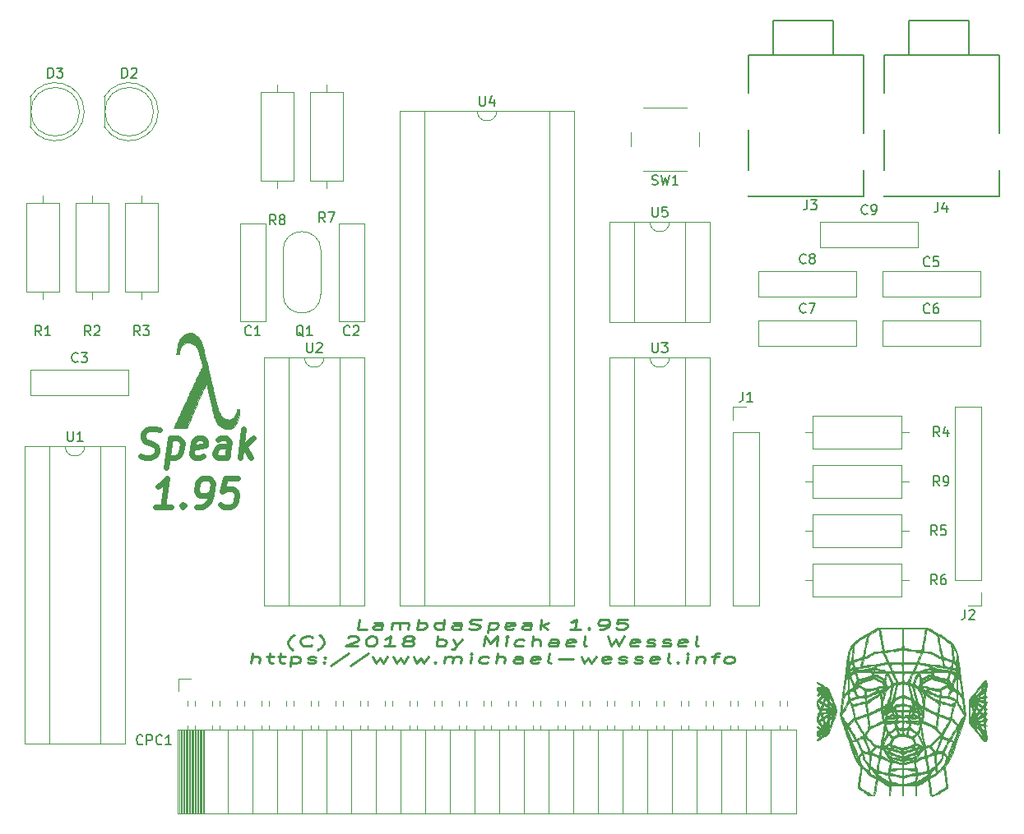
<source format=gto>
G04 #@! TF.FileFunction,Legend,Top*
%FSLAX46Y46*%
G04 Gerber Fmt 4.6, Leading zero omitted, Abs format (unit mm)*
G04 Created by KiCad (PCBNEW 4.0.7) date 03/30/18 14:47:40*
%MOMM*%
%LPD*%
G01*
G04 APERTURE LIST*
%ADD10C,0.100000*%
%ADD11C,0.600000*%
%ADD12C,0.250000*%
%ADD13C,0.120000*%
%ADD14C,0.010000*%
%ADD15C,0.150000*%
G04 APERTURE END LIST*
D10*
D11*
X91924523Y-95337143D02*
X90324523Y-95337143D01*
X91124523Y-95337143D02*
X91499523Y-92337143D01*
X91179286Y-92765714D01*
X90876904Y-93051429D01*
X90592380Y-93194286D01*
X93160238Y-95051429D02*
X93275714Y-95194286D01*
X93124524Y-95337143D01*
X93009047Y-95194286D01*
X93160238Y-95051429D01*
X93124524Y-95337143D01*
X94591190Y-95337143D02*
X95124523Y-95337143D01*
X95409047Y-95194286D01*
X95560237Y-95051429D01*
X95880476Y-94622857D01*
X96085237Y-94051429D01*
X96228095Y-92908571D01*
X96130476Y-92622857D01*
X96015000Y-92480000D01*
X95766190Y-92337143D01*
X95232857Y-92337143D01*
X94948333Y-92480000D01*
X94797143Y-92622857D01*
X94628095Y-92908571D01*
X94538809Y-93622857D01*
X94636429Y-93908571D01*
X94751904Y-94051429D01*
X95000714Y-94194286D01*
X95534047Y-94194286D01*
X95818571Y-94051429D01*
X95969762Y-93908571D01*
X96138809Y-93622857D01*
X98832857Y-92337143D02*
X97499524Y-92337143D01*
X97187619Y-93765714D01*
X97338810Y-93622857D01*
X97623333Y-93480000D01*
X98290000Y-93480000D01*
X98538810Y-93622857D01*
X98654286Y-93765714D01*
X98751904Y-94051429D01*
X98662619Y-94765714D01*
X98493571Y-95051429D01*
X98342381Y-95194286D01*
X98057857Y-95337143D01*
X97391190Y-95337143D01*
X97142381Y-95194286D01*
X97026904Y-95051429D01*
D12*
X112118807Y-107922381D02*
X111166426Y-107922381D01*
X111291426Y-106922381D01*
X113642617Y-107922381D02*
X113708094Y-107398571D01*
X113624760Y-107303333D01*
X113440237Y-107255714D01*
X113059285Y-107255714D01*
X112862855Y-107303333D01*
X113648570Y-107874762D02*
X113452141Y-107922381D01*
X112975951Y-107922381D01*
X112791427Y-107874762D01*
X112708094Y-107779524D01*
X112719998Y-107684286D01*
X112827141Y-107589048D01*
X113023570Y-107541429D01*
X113499760Y-107541429D01*
X113696189Y-107493810D01*
X114594998Y-107922381D02*
X114678332Y-107255714D01*
X114666427Y-107350952D02*
X114767618Y-107303333D01*
X114964047Y-107255714D01*
X115249761Y-107255714D01*
X115434284Y-107303333D01*
X115517618Y-107398571D01*
X115452141Y-107922381D01*
X115517618Y-107398571D02*
X115624760Y-107303333D01*
X115821190Y-107255714D01*
X116106904Y-107255714D01*
X116291427Y-107303333D01*
X116374761Y-107398571D01*
X116309284Y-107922381D01*
X117261665Y-107922381D02*
X117386665Y-106922381D01*
X117339046Y-107303333D02*
X117535476Y-107255714D01*
X117916428Y-107255714D01*
X118100951Y-107303333D01*
X118190237Y-107350952D01*
X118273570Y-107446190D01*
X118237856Y-107731905D01*
X118130713Y-107827143D01*
X118029523Y-107874762D01*
X117833094Y-107922381D01*
X117452142Y-107922381D01*
X117267618Y-107874762D01*
X119928332Y-107922381D02*
X120053332Y-106922381D01*
X119934285Y-107874762D02*
X119737856Y-107922381D01*
X119356904Y-107922381D01*
X119172381Y-107874762D01*
X119083094Y-107827143D01*
X118999761Y-107731905D01*
X119035475Y-107446190D01*
X119142618Y-107350952D01*
X119243809Y-107303333D01*
X119440238Y-107255714D01*
X119821190Y-107255714D01*
X120005713Y-107303333D01*
X121737856Y-107922381D02*
X121803333Y-107398571D01*
X121719999Y-107303333D01*
X121535476Y-107255714D01*
X121154524Y-107255714D01*
X120958094Y-107303333D01*
X121743809Y-107874762D02*
X121547380Y-107922381D01*
X121071190Y-107922381D01*
X120886666Y-107874762D01*
X120803333Y-107779524D01*
X120815237Y-107684286D01*
X120922380Y-107589048D01*
X121118809Y-107541429D01*
X121594999Y-107541429D01*
X121791428Y-107493810D01*
X122600952Y-107874762D02*
X122880714Y-107922381D01*
X123356904Y-107922381D01*
X123553333Y-107874762D01*
X123654523Y-107827143D01*
X123761667Y-107731905D01*
X123773572Y-107636667D01*
X123690237Y-107541429D01*
X123600952Y-107493810D01*
X123416428Y-107446190D01*
X123041429Y-107398571D01*
X122856905Y-107350952D01*
X122767618Y-107303333D01*
X122684285Y-107208095D01*
X122696190Y-107112857D01*
X122803333Y-107017619D01*
X122904524Y-106970000D01*
X123100952Y-106922381D01*
X123577142Y-106922381D01*
X123856905Y-106970000D01*
X124678333Y-107255714D02*
X124553333Y-108255714D01*
X124672380Y-107303333D02*
X124868810Y-107255714D01*
X125249762Y-107255714D01*
X125434285Y-107303333D01*
X125523571Y-107350952D01*
X125606904Y-107446190D01*
X125571190Y-107731905D01*
X125464047Y-107827143D01*
X125362857Y-107874762D01*
X125166428Y-107922381D01*
X124785476Y-107922381D01*
X124600952Y-107874762D01*
X127172381Y-107874762D02*
X126975952Y-107922381D01*
X126595000Y-107922381D01*
X126410476Y-107874762D01*
X126327143Y-107779524D01*
X126374762Y-107398571D01*
X126481904Y-107303333D01*
X126678334Y-107255714D01*
X127059286Y-107255714D01*
X127243809Y-107303333D01*
X127327143Y-107398571D01*
X127315238Y-107493810D01*
X126350952Y-107589048D01*
X128975952Y-107922381D02*
X129041429Y-107398571D01*
X128958095Y-107303333D01*
X128773572Y-107255714D01*
X128392620Y-107255714D01*
X128196190Y-107303333D01*
X128981905Y-107874762D02*
X128785476Y-107922381D01*
X128309286Y-107922381D01*
X128124762Y-107874762D01*
X128041429Y-107779524D01*
X128053333Y-107684286D01*
X128160476Y-107589048D01*
X128356905Y-107541429D01*
X128833095Y-107541429D01*
X129029524Y-107493810D01*
X129928333Y-107922381D02*
X130053333Y-106922381D01*
X130166429Y-107541429D02*
X130690238Y-107922381D01*
X130773572Y-107255714D02*
X129964048Y-107636667D01*
X134118811Y-107922381D02*
X132975953Y-107922381D01*
X133547382Y-107922381D02*
X133672382Y-106922381D01*
X133464049Y-107065238D01*
X133261669Y-107160476D01*
X133065239Y-107208095D01*
X134987858Y-107827143D02*
X135077145Y-107874762D01*
X134975953Y-107922381D01*
X134886668Y-107874762D01*
X134987858Y-107827143D01*
X134975953Y-107922381D01*
X136023573Y-107922381D02*
X136404525Y-107922381D01*
X136600954Y-107874762D01*
X136702144Y-107827143D01*
X136910477Y-107684286D01*
X137029526Y-107493810D01*
X137077145Y-107112857D01*
X136993811Y-107017619D01*
X136904525Y-106970000D01*
X136720001Y-106922381D01*
X136339049Y-106922381D01*
X136142621Y-106970000D01*
X136041430Y-107017619D01*
X135934287Y-107112857D01*
X135904525Y-107350952D01*
X135987858Y-107446190D01*
X136077145Y-107493810D01*
X136261668Y-107541429D01*
X136642620Y-107541429D01*
X136839049Y-107493810D01*
X136940239Y-107446190D01*
X137047383Y-107350952D01*
X138910477Y-106922381D02*
X137958096Y-106922381D01*
X137803335Y-107398571D01*
X137904525Y-107350952D01*
X138100954Y-107303333D01*
X138577144Y-107303333D01*
X138761668Y-107350952D01*
X138850954Y-107398571D01*
X138934288Y-107493810D01*
X138904526Y-107731905D01*
X138797382Y-107827143D01*
X138696192Y-107874762D01*
X138499763Y-107922381D01*
X138023573Y-107922381D01*
X137839049Y-107874762D01*
X137749763Y-107827143D01*
X104452141Y-110053333D02*
X104362856Y-110005714D01*
X104190237Y-109862857D01*
X104106904Y-109767619D01*
X104029523Y-109624762D01*
X103964046Y-109386667D01*
X103987855Y-109196190D01*
X104112856Y-108958095D01*
X104225951Y-108815238D01*
X104333094Y-108720000D01*
X104541427Y-108577143D01*
X104642618Y-108529524D01*
X106416427Y-109577143D02*
X106315237Y-109624762D01*
X106023569Y-109672381D01*
X105833093Y-109672381D01*
X105553332Y-109624762D01*
X105374761Y-109529524D01*
X105291426Y-109434286D01*
X105219998Y-109243810D01*
X105237855Y-109100952D01*
X105356903Y-108910476D01*
X105464046Y-108815238D01*
X105666427Y-108720000D01*
X105958093Y-108672381D01*
X106148569Y-108672381D01*
X106428332Y-108720000D01*
X106517618Y-108767619D01*
X107023569Y-110053333D02*
X107124760Y-110005714D01*
X107333094Y-109862857D01*
X107440237Y-109767619D01*
X107553332Y-109624762D01*
X107678332Y-109386667D01*
X107702141Y-109196190D01*
X107636665Y-108958095D01*
X107559284Y-108815238D01*
X107475951Y-108720000D01*
X107303331Y-108577143D01*
X107214046Y-108529524D01*
X110136665Y-108767619D02*
X110237855Y-108720000D01*
X110434284Y-108672381D01*
X110910474Y-108672381D01*
X111094998Y-108720000D01*
X111184284Y-108767619D01*
X111267618Y-108862857D01*
X111255713Y-108958095D01*
X111142617Y-109100952D01*
X109928331Y-109672381D01*
X111166427Y-109672381D01*
X112529522Y-108672381D02*
X112719998Y-108672381D01*
X112904522Y-108720000D01*
X112993808Y-108767619D01*
X113077141Y-108862857D01*
X113148570Y-109053333D01*
X113118808Y-109291429D01*
X112999760Y-109481905D01*
X112892617Y-109577143D01*
X112791427Y-109624762D01*
X112594998Y-109672381D01*
X112404522Y-109672381D01*
X112219999Y-109624762D01*
X112130713Y-109577143D01*
X112047379Y-109481905D01*
X111975950Y-109291429D01*
X112005712Y-109053333D01*
X112124760Y-108862857D01*
X112231904Y-108767619D01*
X112333094Y-108720000D01*
X112529522Y-108672381D01*
X114975951Y-109672381D02*
X113833093Y-109672381D01*
X114404522Y-109672381D02*
X114529522Y-108672381D01*
X114321189Y-108815238D01*
X114118809Y-108910476D01*
X113922379Y-108958095D01*
X116190237Y-109100952D02*
X116005713Y-109053333D01*
X115916427Y-109005714D01*
X115833094Y-108910476D01*
X115839046Y-108862857D01*
X115946189Y-108767619D01*
X116047380Y-108720000D01*
X116243808Y-108672381D01*
X116624760Y-108672381D01*
X116809284Y-108720000D01*
X116898570Y-108767619D01*
X116981904Y-108862857D01*
X116975952Y-108910476D01*
X116868808Y-109005714D01*
X116767617Y-109053333D01*
X116571189Y-109100952D01*
X116190237Y-109100952D01*
X115993809Y-109148571D01*
X115892617Y-109196190D01*
X115785474Y-109291429D01*
X115761665Y-109481905D01*
X115844998Y-109577143D01*
X115934285Y-109624762D01*
X116118808Y-109672381D01*
X116499760Y-109672381D01*
X116696189Y-109624762D01*
X116797379Y-109577143D01*
X116904523Y-109481905D01*
X116928332Y-109291429D01*
X116844998Y-109196190D01*
X116755713Y-109148571D01*
X116571189Y-109100952D01*
X119261665Y-109672381D02*
X119386665Y-108672381D01*
X119339046Y-109053333D02*
X119535476Y-109005714D01*
X119916428Y-109005714D01*
X120100951Y-109053333D01*
X120190237Y-109100952D01*
X120273570Y-109196190D01*
X120237856Y-109481905D01*
X120130713Y-109577143D01*
X120029523Y-109624762D01*
X119833094Y-109672381D01*
X119452142Y-109672381D01*
X119267618Y-109624762D01*
X120964047Y-109005714D02*
X121356904Y-109672381D01*
X121916428Y-109005714D02*
X121356904Y-109672381D01*
X121136666Y-109910476D01*
X121035475Y-109958095D01*
X120839047Y-110005714D01*
X124118809Y-109672381D02*
X124243809Y-108672381D01*
X124821191Y-109386667D01*
X125577143Y-108672381D01*
X125452143Y-109672381D01*
X126404523Y-109672381D02*
X126487857Y-109005714D01*
X126529523Y-108672381D02*
X126428333Y-108720000D01*
X126517619Y-108767619D01*
X126618810Y-108720000D01*
X126529523Y-108672381D01*
X126517619Y-108767619D01*
X128220000Y-109624762D02*
X128023571Y-109672381D01*
X127642619Y-109672381D01*
X127458096Y-109624762D01*
X127368809Y-109577143D01*
X127285476Y-109481905D01*
X127321190Y-109196190D01*
X127428333Y-109100952D01*
X127529524Y-109053333D01*
X127725953Y-109005714D01*
X128106905Y-109005714D01*
X128291428Y-109053333D01*
X129071190Y-109672381D02*
X129196190Y-108672381D01*
X129928333Y-109672381D02*
X129993810Y-109148571D01*
X129910476Y-109053333D01*
X129725953Y-109005714D01*
X129440239Y-109005714D01*
X129243810Y-109053333D01*
X129142619Y-109100952D01*
X131737857Y-109672381D02*
X131803334Y-109148571D01*
X131720000Y-109053333D01*
X131535477Y-109005714D01*
X131154525Y-109005714D01*
X130958095Y-109053333D01*
X131743810Y-109624762D02*
X131547381Y-109672381D01*
X131071191Y-109672381D01*
X130886667Y-109624762D01*
X130803334Y-109529524D01*
X130815238Y-109434286D01*
X130922381Y-109339048D01*
X131118810Y-109291429D01*
X131595000Y-109291429D01*
X131791429Y-109243810D01*
X133458096Y-109624762D02*
X133261667Y-109672381D01*
X132880715Y-109672381D01*
X132696191Y-109624762D01*
X132612858Y-109529524D01*
X132660477Y-109148571D01*
X132767619Y-109053333D01*
X132964049Y-109005714D01*
X133345001Y-109005714D01*
X133529524Y-109053333D01*
X133612858Y-109148571D01*
X133600953Y-109243810D01*
X132636667Y-109339048D01*
X134690239Y-109672381D02*
X134505716Y-109624762D01*
X134422382Y-109529524D01*
X134529524Y-108672381D01*
X136910477Y-108672381D02*
X137261668Y-109672381D01*
X137731906Y-108958095D01*
X138023573Y-109672381D01*
X138624763Y-108672381D01*
X140029525Y-109624762D02*
X139833096Y-109672381D01*
X139452144Y-109672381D01*
X139267620Y-109624762D01*
X139184287Y-109529524D01*
X139231906Y-109148571D01*
X139339048Y-109053333D01*
X139535478Y-109005714D01*
X139916430Y-109005714D01*
X140100953Y-109053333D01*
X140184287Y-109148571D01*
X140172382Y-109243810D01*
X139208096Y-109339048D01*
X140886668Y-109624762D02*
X141071192Y-109672381D01*
X141452144Y-109672381D01*
X141648573Y-109624762D01*
X141755716Y-109529524D01*
X141761668Y-109481905D01*
X141678335Y-109386667D01*
X141493811Y-109339048D01*
X141208097Y-109339048D01*
X141023572Y-109291429D01*
X140940239Y-109196190D01*
X140946192Y-109148571D01*
X141053334Y-109053333D01*
X141249764Y-109005714D01*
X141535478Y-109005714D01*
X141720001Y-109053333D01*
X142505716Y-109624762D02*
X142690240Y-109672381D01*
X143071192Y-109672381D01*
X143267621Y-109624762D01*
X143374764Y-109529524D01*
X143380716Y-109481905D01*
X143297383Y-109386667D01*
X143112859Y-109339048D01*
X142827145Y-109339048D01*
X142642620Y-109291429D01*
X142559287Y-109196190D01*
X142565240Y-109148571D01*
X142672382Y-109053333D01*
X142868812Y-109005714D01*
X143154526Y-109005714D01*
X143339049Y-109053333D01*
X144981907Y-109624762D02*
X144785478Y-109672381D01*
X144404526Y-109672381D01*
X144220002Y-109624762D01*
X144136669Y-109529524D01*
X144184288Y-109148571D01*
X144291430Y-109053333D01*
X144487860Y-109005714D01*
X144868812Y-109005714D01*
X145053335Y-109053333D01*
X145136669Y-109148571D01*
X145124764Y-109243810D01*
X144160478Y-109339048D01*
X146214050Y-109672381D02*
X146029527Y-109624762D01*
X145946193Y-109529524D01*
X146053335Y-108672381D01*
X100166427Y-111422381D02*
X100291427Y-110422381D01*
X101023570Y-111422381D02*
X101089047Y-110898571D01*
X101005713Y-110803333D01*
X100821190Y-110755714D01*
X100535476Y-110755714D01*
X100339047Y-110803333D01*
X100237856Y-110850952D01*
X101773571Y-110755714D02*
X102535476Y-110755714D01*
X102100951Y-110422381D02*
X101993809Y-111279524D01*
X102077143Y-111374762D01*
X102261666Y-111422381D01*
X102452142Y-111422381D01*
X102916428Y-110755714D02*
X103678333Y-110755714D01*
X103243808Y-110422381D02*
X103136666Y-111279524D01*
X103220000Y-111374762D01*
X103404523Y-111422381D01*
X103594999Y-111422381D01*
X104344999Y-110755714D02*
X104219999Y-111755714D01*
X104339046Y-110803333D02*
X104535476Y-110755714D01*
X104916428Y-110755714D01*
X105100951Y-110803333D01*
X105190237Y-110850952D01*
X105273570Y-110946190D01*
X105237856Y-111231905D01*
X105130713Y-111327143D01*
X105029523Y-111374762D01*
X104833094Y-111422381D01*
X104452142Y-111422381D01*
X104267618Y-111374762D01*
X105981904Y-111374762D02*
X106166428Y-111422381D01*
X106547380Y-111422381D01*
X106743809Y-111374762D01*
X106850952Y-111279524D01*
X106856904Y-111231905D01*
X106773571Y-111136667D01*
X106589047Y-111089048D01*
X106303333Y-111089048D01*
X106118808Y-111041429D01*
X106035475Y-110946190D01*
X106041428Y-110898571D01*
X106148570Y-110803333D01*
X106345000Y-110755714D01*
X106630714Y-110755714D01*
X106815237Y-110803333D01*
X107702142Y-111327143D02*
X107791429Y-111374762D01*
X107690237Y-111422381D01*
X107600952Y-111374762D01*
X107702142Y-111327143D01*
X107690237Y-111422381D01*
X107767618Y-110803333D02*
X107856905Y-110850952D01*
X107755714Y-110898571D01*
X107666428Y-110850952D01*
X107767618Y-110803333D01*
X107755714Y-110898571D01*
X110202143Y-110374762D02*
X108327142Y-111660476D01*
X112297381Y-110374762D02*
X110422380Y-111660476D01*
X112725952Y-110755714D02*
X113023571Y-111422381D01*
X113464047Y-110946190D01*
X113785475Y-111422381D01*
X114249762Y-110755714D01*
X114821190Y-110755714D02*
X115118809Y-111422381D01*
X115559285Y-110946190D01*
X115880713Y-111422381D01*
X116345000Y-110755714D01*
X116916428Y-110755714D02*
X117214047Y-111422381D01*
X117654523Y-110946190D01*
X117975951Y-111422381D01*
X118440238Y-110755714D01*
X119130713Y-111327143D02*
X119220000Y-111374762D01*
X119118808Y-111422381D01*
X119029523Y-111374762D01*
X119130713Y-111327143D01*
X119118808Y-111422381D01*
X120071189Y-111422381D02*
X120154523Y-110755714D01*
X120142618Y-110850952D02*
X120243809Y-110803333D01*
X120440238Y-110755714D01*
X120725952Y-110755714D01*
X120910475Y-110803333D01*
X120993809Y-110898571D01*
X120928332Y-111422381D01*
X120993809Y-110898571D02*
X121100951Y-110803333D01*
X121297381Y-110755714D01*
X121583095Y-110755714D01*
X121767618Y-110803333D01*
X121850952Y-110898571D01*
X121785475Y-111422381D01*
X122737856Y-111422381D02*
X122821190Y-110755714D01*
X122862856Y-110422381D02*
X122761666Y-110470000D01*
X122850952Y-110517619D01*
X122952143Y-110470000D01*
X122862856Y-110422381D01*
X122850952Y-110517619D01*
X124553333Y-111374762D02*
X124356904Y-111422381D01*
X123975952Y-111422381D01*
X123791429Y-111374762D01*
X123702142Y-111327143D01*
X123618809Y-111231905D01*
X123654523Y-110946190D01*
X123761666Y-110850952D01*
X123862857Y-110803333D01*
X124059286Y-110755714D01*
X124440238Y-110755714D01*
X124624761Y-110803333D01*
X125404523Y-111422381D02*
X125529523Y-110422381D01*
X126261666Y-111422381D02*
X126327143Y-110898571D01*
X126243809Y-110803333D01*
X126059286Y-110755714D01*
X125773572Y-110755714D01*
X125577143Y-110803333D01*
X125475952Y-110850952D01*
X128071190Y-111422381D02*
X128136667Y-110898571D01*
X128053333Y-110803333D01*
X127868810Y-110755714D01*
X127487858Y-110755714D01*
X127291428Y-110803333D01*
X128077143Y-111374762D02*
X127880714Y-111422381D01*
X127404524Y-111422381D01*
X127220000Y-111374762D01*
X127136667Y-111279524D01*
X127148571Y-111184286D01*
X127255714Y-111089048D01*
X127452143Y-111041429D01*
X127928333Y-111041429D01*
X128124762Y-110993810D01*
X129791429Y-111374762D02*
X129595000Y-111422381D01*
X129214048Y-111422381D01*
X129029524Y-111374762D01*
X128946191Y-111279524D01*
X128993810Y-110898571D01*
X129100952Y-110803333D01*
X129297382Y-110755714D01*
X129678334Y-110755714D01*
X129862857Y-110803333D01*
X129946191Y-110898571D01*
X129934286Y-110993810D01*
X128970000Y-111089048D01*
X131023572Y-111422381D02*
X130839049Y-111374762D01*
X130755715Y-111279524D01*
X130862857Y-110422381D01*
X131833095Y-111041429D02*
X133356905Y-111041429D01*
X134154524Y-110755714D02*
X134452143Y-111422381D01*
X134892619Y-110946190D01*
X135214047Y-111422381D01*
X135678334Y-110755714D01*
X137124762Y-111374762D02*
X136928333Y-111422381D01*
X136547381Y-111422381D01*
X136362857Y-111374762D01*
X136279524Y-111279524D01*
X136327143Y-110898571D01*
X136434285Y-110803333D01*
X136630715Y-110755714D01*
X137011667Y-110755714D01*
X137196190Y-110803333D01*
X137279524Y-110898571D01*
X137267619Y-110993810D01*
X136303333Y-111089048D01*
X137981905Y-111374762D02*
X138166429Y-111422381D01*
X138547381Y-111422381D01*
X138743810Y-111374762D01*
X138850953Y-111279524D01*
X138856905Y-111231905D01*
X138773572Y-111136667D01*
X138589048Y-111089048D01*
X138303334Y-111089048D01*
X138118809Y-111041429D01*
X138035476Y-110946190D01*
X138041429Y-110898571D01*
X138148571Y-110803333D01*
X138345001Y-110755714D01*
X138630715Y-110755714D01*
X138815238Y-110803333D01*
X139600953Y-111374762D02*
X139785477Y-111422381D01*
X140166429Y-111422381D01*
X140362858Y-111374762D01*
X140470001Y-111279524D01*
X140475953Y-111231905D01*
X140392620Y-111136667D01*
X140208096Y-111089048D01*
X139922382Y-111089048D01*
X139737857Y-111041429D01*
X139654524Y-110946190D01*
X139660477Y-110898571D01*
X139767619Y-110803333D01*
X139964049Y-110755714D01*
X140249763Y-110755714D01*
X140434286Y-110803333D01*
X142077144Y-111374762D02*
X141880715Y-111422381D01*
X141499763Y-111422381D01*
X141315239Y-111374762D01*
X141231906Y-111279524D01*
X141279525Y-110898571D01*
X141386667Y-110803333D01*
X141583097Y-110755714D01*
X141964049Y-110755714D01*
X142148572Y-110803333D01*
X142231906Y-110898571D01*
X142220001Y-110993810D01*
X141255715Y-111089048D01*
X143309287Y-111422381D02*
X143124764Y-111374762D01*
X143041430Y-111279524D01*
X143148572Y-110422381D01*
X144083096Y-111327143D02*
X144172383Y-111374762D01*
X144071191Y-111422381D01*
X143981906Y-111374762D01*
X144083096Y-111327143D01*
X144071191Y-111422381D01*
X145023572Y-111422381D02*
X145106906Y-110755714D01*
X145148572Y-110422381D02*
X145047382Y-110470000D01*
X145136668Y-110517619D01*
X145237859Y-110470000D01*
X145148572Y-110422381D01*
X145136668Y-110517619D01*
X146059287Y-110755714D02*
X145975953Y-111422381D01*
X146047382Y-110850952D02*
X146148573Y-110803333D01*
X146345002Y-110755714D01*
X146630716Y-110755714D01*
X146815239Y-110803333D01*
X146898573Y-110898571D01*
X146833096Y-111422381D01*
X147583097Y-110755714D02*
X148345002Y-110755714D01*
X147785477Y-111422381D02*
X147892620Y-110565238D01*
X147999764Y-110470000D01*
X148196192Y-110422381D01*
X148386668Y-110422381D01*
X149214049Y-111422381D02*
X149029526Y-111374762D01*
X148940239Y-111327143D01*
X148856906Y-111231905D01*
X148892620Y-110946190D01*
X148999763Y-110850952D01*
X149100954Y-110803333D01*
X149297383Y-110755714D01*
X149583097Y-110755714D01*
X149767620Y-110803333D01*
X149856906Y-110850952D01*
X149940239Y-110946190D01*
X149904525Y-111231905D01*
X149797382Y-111327143D01*
X149696192Y-111374762D01*
X149499763Y-111422381D01*
X149214049Y-111422381D01*
D11*
X88809047Y-90114286D02*
X89191190Y-90257143D01*
X89857857Y-90257143D01*
X90142381Y-90114286D01*
X90293571Y-89971429D01*
X90462619Y-89685714D01*
X90498333Y-89400000D01*
X90400714Y-89114286D01*
X90285238Y-88971429D01*
X90036429Y-88828571D01*
X89520953Y-88685714D01*
X89272143Y-88542857D01*
X89156667Y-88400000D01*
X89059047Y-88114286D01*
X89094762Y-87828571D01*
X89263810Y-87542857D01*
X89415000Y-87400000D01*
X89699524Y-87257143D01*
X90366190Y-87257143D01*
X90748333Y-87400000D01*
X91841191Y-88257143D02*
X91466191Y-91257143D01*
X91823334Y-88400000D02*
X92107857Y-88257143D01*
X92641191Y-88257143D01*
X92890000Y-88400000D01*
X93005477Y-88542857D01*
X93103096Y-88828571D01*
X92995953Y-89685714D01*
X92826905Y-89971429D01*
X92675714Y-90114286D01*
X92391191Y-90257143D01*
X91857857Y-90257143D01*
X91609048Y-90114286D01*
X95209047Y-90114286D02*
X94924524Y-90257143D01*
X94391190Y-90257143D01*
X94142381Y-90114286D01*
X94044762Y-89828571D01*
X94187619Y-88685714D01*
X94356667Y-88400000D01*
X94641190Y-88257143D01*
X95174524Y-88257143D01*
X95423333Y-88400000D01*
X95520953Y-88685714D01*
X95485238Y-88971429D01*
X94116190Y-89257143D01*
X97724524Y-90257143D02*
X97920953Y-88685714D01*
X97823333Y-88400000D01*
X97574524Y-88257143D01*
X97041190Y-88257143D01*
X96756667Y-88400000D01*
X97742381Y-90114286D02*
X97457857Y-90257143D01*
X96791190Y-90257143D01*
X96542381Y-90114286D01*
X96444762Y-89828571D01*
X96480476Y-89542857D01*
X96649524Y-89257143D01*
X96934047Y-89114286D01*
X97600714Y-89114286D01*
X97885238Y-88971429D01*
X99057857Y-90257143D02*
X99432857Y-87257143D01*
X99467380Y-89114286D02*
X100124523Y-90257143D01*
X100374523Y-88257143D02*
X99165000Y-89400000D01*
D13*
X99020000Y-76220000D02*
X99020000Y-66100000D01*
X101640000Y-76220000D02*
X101640000Y-66100000D01*
X99020000Y-76220000D02*
X101640000Y-76220000D01*
X99020000Y-66100000D02*
X101640000Y-66100000D01*
X109180000Y-76220000D02*
X109180000Y-66100000D01*
X111800000Y-76220000D02*
X111800000Y-66100000D01*
X109180000Y-76220000D02*
X111800000Y-76220000D01*
X109180000Y-66100000D02*
X111800000Y-66100000D01*
X77450000Y-81240000D02*
X87570000Y-81240000D01*
X77450000Y-83860000D02*
X87570000Y-83860000D01*
X77450000Y-81240000D02*
X77450000Y-83860000D01*
X87570000Y-81240000D02*
X87570000Y-83860000D01*
X92650000Y-118300000D02*
X95250000Y-118300000D01*
X95250000Y-118300000D02*
X95250000Y-126930000D01*
X95250000Y-126930000D02*
X92650000Y-126930000D01*
X92650000Y-126930000D02*
X92650000Y-118300000D01*
X93600000Y-117870000D02*
X93600000Y-118300000D01*
X94360000Y-117870000D02*
X94360000Y-118300000D01*
X93600000Y-115330000D02*
X93600000Y-115810000D01*
X94360000Y-115330000D02*
X94360000Y-115810000D01*
X92830000Y-118300000D02*
X92830000Y-126930000D01*
X92950000Y-118300000D02*
X92950000Y-126930000D01*
X93070000Y-118300000D02*
X93070000Y-126930000D01*
X93190000Y-118300000D02*
X93190000Y-126930000D01*
X93310000Y-118300000D02*
X93310000Y-126930000D01*
X93430000Y-118300000D02*
X93430000Y-126930000D01*
X93550000Y-118300000D02*
X93550000Y-126930000D01*
X93670000Y-118300000D02*
X93670000Y-126930000D01*
X93790000Y-118300000D02*
X93790000Y-126930000D01*
X93910000Y-118300000D02*
X93910000Y-126930000D01*
X94030000Y-118300000D02*
X94030000Y-126930000D01*
X94150000Y-118300000D02*
X94150000Y-126930000D01*
X94270000Y-118300000D02*
X94270000Y-126930000D01*
X94390000Y-118300000D02*
X94390000Y-126930000D01*
X94510000Y-118300000D02*
X94510000Y-126930000D01*
X94630000Y-118300000D02*
X94630000Y-126930000D01*
X94750000Y-118300000D02*
X94750000Y-126930000D01*
X94870000Y-118300000D02*
X94870000Y-126930000D01*
X94990000Y-118300000D02*
X94990000Y-126930000D01*
X95110000Y-118300000D02*
X95110000Y-126930000D01*
X95230000Y-118300000D02*
X95230000Y-126930000D01*
X95350000Y-118300000D02*
X95350000Y-126930000D01*
X95250000Y-118300000D02*
X97790000Y-118300000D01*
X97790000Y-118300000D02*
X97790000Y-126930000D01*
X97790000Y-126930000D02*
X95250000Y-126930000D01*
X95250000Y-126930000D02*
X95250000Y-118300000D01*
X96140000Y-117870000D02*
X96140000Y-118300000D01*
X96900000Y-117870000D02*
X96900000Y-118300000D01*
X96140000Y-115330000D02*
X96140000Y-115810000D01*
X96900000Y-115330000D02*
X96900000Y-115810000D01*
X97790000Y-118300000D02*
X100330000Y-118300000D01*
X100330000Y-118300000D02*
X100330000Y-126930000D01*
X100330000Y-126930000D02*
X97790000Y-126930000D01*
X97790000Y-126930000D02*
X97790000Y-118300000D01*
X98680000Y-117870000D02*
X98680000Y-118300000D01*
X99440000Y-117870000D02*
X99440000Y-118300000D01*
X98680000Y-115330000D02*
X98680000Y-115810000D01*
X99440000Y-115330000D02*
X99440000Y-115810000D01*
X100330000Y-118300000D02*
X102870000Y-118300000D01*
X102870000Y-118300000D02*
X102870000Y-126930000D01*
X102870000Y-126930000D02*
X100330000Y-126930000D01*
X100330000Y-126930000D02*
X100330000Y-118300000D01*
X101220000Y-117870000D02*
X101220000Y-118300000D01*
X101980000Y-117870000D02*
X101980000Y-118300000D01*
X101220000Y-115330000D02*
X101220000Y-115810000D01*
X101980000Y-115330000D02*
X101980000Y-115810000D01*
X102870000Y-118300000D02*
X105410000Y-118300000D01*
X105410000Y-118300000D02*
X105410000Y-126930000D01*
X105410000Y-126930000D02*
X102870000Y-126930000D01*
X102870000Y-126930000D02*
X102870000Y-118300000D01*
X103760000Y-117870000D02*
X103760000Y-118300000D01*
X104520000Y-117870000D02*
X104520000Y-118300000D01*
X103760000Y-115330000D02*
X103760000Y-115810000D01*
X104520000Y-115330000D02*
X104520000Y-115810000D01*
X105410000Y-118300000D02*
X107950000Y-118300000D01*
X107950000Y-118300000D02*
X107950000Y-126930000D01*
X107950000Y-126930000D02*
X105410000Y-126930000D01*
X105410000Y-126930000D02*
X105410000Y-118300000D01*
X106300000Y-117870000D02*
X106300000Y-118300000D01*
X107060000Y-117870000D02*
X107060000Y-118300000D01*
X106300000Y-115330000D02*
X106300000Y-115810000D01*
X107060000Y-115330000D02*
X107060000Y-115810000D01*
X107950000Y-118300000D02*
X110490000Y-118300000D01*
X110490000Y-118300000D02*
X110490000Y-126930000D01*
X110490000Y-126930000D02*
X107950000Y-126930000D01*
X107950000Y-126930000D02*
X107950000Y-118300000D01*
X108840000Y-117870000D02*
X108840000Y-118300000D01*
X109600000Y-117870000D02*
X109600000Y-118300000D01*
X108840000Y-115330000D02*
X108840000Y-115810000D01*
X109600000Y-115330000D02*
X109600000Y-115810000D01*
X110490000Y-118300000D02*
X113030000Y-118300000D01*
X113030000Y-118300000D02*
X113030000Y-126930000D01*
X113030000Y-126930000D02*
X110490000Y-126930000D01*
X110490000Y-126930000D02*
X110490000Y-118300000D01*
X111380000Y-117870000D02*
X111380000Y-118300000D01*
X112140000Y-117870000D02*
X112140000Y-118300000D01*
X111380000Y-115330000D02*
X111380000Y-115810000D01*
X112140000Y-115330000D02*
X112140000Y-115810000D01*
X113030000Y-118300000D02*
X115570000Y-118300000D01*
X115570000Y-118300000D02*
X115570000Y-126930000D01*
X115570000Y-126930000D02*
X113030000Y-126930000D01*
X113030000Y-126930000D02*
X113030000Y-118300000D01*
X113920000Y-117870000D02*
X113920000Y-118300000D01*
X114680000Y-117870000D02*
X114680000Y-118300000D01*
X113920000Y-115330000D02*
X113920000Y-115810000D01*
X114680000Y-115330000D02*
X114680000Y-115810000D01*
X115570000Y-118300000D02*
X118110000Y-118300000D01*
X118110000Y-118300000D02*
X118110000Y-126930000D01*
X118110000Y-126930000D02*
X115570000Y-126930000D01*
X115570000Y-126930000D02*
X115570000Y-118300000D01*
X116460000Y-117870000D02*
X116460000Y-118300000D01*
X117220000Y-117870000D02*
X117220000Y-118300000D01*
X116460000Y-115330000D02*
X116460000Y-115810000D01*
X117220000Y-115330000D02*
X117220000Y-115810000D01*
X118110000Y-118300000D02*
X120650000Y-118300000D01*
X120650000Y-118300000D02*
X120650000Y-126930000D01*
X120650000Y-126930000D02*
X118110000Y-126930000D01*
X118110000Y-126930000D02*
X118110000Y-118300000D01*
X119000000Y-117870000D02*
X119000000Y-118300000D01*
X119760000Y-117870000D02*
X119760000Y-118300000D01*
X119000000Y-115330000D02*
X119000000Y-115810000D01*
X119760000Y-115330000D02*
X119760000Y-115810000D01*
X120650000Y-118300000D02*
X123190000Y-118300000D01*
X123190000Y-118300000D02*
X123190000Y-126930000D01*
X123190000Y-126930000D02*
X120650000Y-126930000D01*
X120650000Y-126930000D02*
X120650000Y-118300000D01*
X121540000Y-117870000D02*
X121540000Y-118300000D01*
X122300000Y-117870000D02*
X122300000Y-118300000D01*
X121540000Y-115330000D02*
X121540000Y-115810000D01*
X122300000Y-115330000D02*
X122300000Y-115810000D01*
X123190000Y-118300000D02*
X125730000Y-118300000D01*
X125730000Y-118300000D02*
X125730000Y-126930000D01*
X125730000Y-126930000D02*
X123190000Y-126930000D01*
X123190000Y-126930000D02*
X123190000Y-118300000D01*
X124080000Y-117870000D02*
X124080000Y-118300000D01*
X124840000Y-117870000D02*
X124840000Y-118300000D01*
X124080000Y-115330000D02*
X124080000Y-115810000D01*
X124840000Y-115330000D02*
X124840000Y-115810000D01*
X125730000Y-118300000D02*
X128270000Y-118300000D01*
X128270000Y-118300000D02*
X128270000Y-126930000D01*
X128270000Y-126930000D02*
X125730000Y-126930000D01*
X125730000Y-126930000D02*
X125730000Y-118300000D01*
X126620000Y-117870000D02*
X126620000Y-118300000D01*
X127380000Y-117870000D02*
X127380000Y-118300000D01*
X126620000Y-115330000D02*
X126620000Y-115810000D01*
X127380000Y-115330000D02*
X127380000Y-115810000D01*
X128270000Y-118300000D02*
X130810000Y-118300000D01*
X130810000Y-118300000D02*
X130810000Y-126930000D01*
X130810000Y-126930000D02*
X128270000Y-126930000D01*
X128270000Y-126930000D02*
X128270000Y-118300000D01*
X129160000Y-117870000D02*
X129160000Y-118300000D01*
X129920000Y-117870000D02*
X129920000Y-118300000D01*
X129160000Y-115330000D02*
X129160000Y-115810000D01*
X129920000Y-115330000D02*
X129920000Y-115810000D01*
X130810000Y-118300000D02*
X133350000Y-118300000D01*
X133350000Y-118300000D02*
X133350000Y-126930000D01*
X133350000Y-126930000D02*
X130810000Y-126930000D01*
X130810000Y-126930000D02*
X130810000Y-118300000D01*
X131700000Y-117870000D02*
X131700000Y-118300000D01*
X132460000Y-117870000D02*
X132460000Y-118300000D01*
X131700000Y-115330000D02*
X131700000Y-115810000D01*
X132460000Y-115330000D02*
X132460000Y-115810000D01*
X133350000Y-118300000D02*
X135890000Y-118300000D01*
X135890000Y-118300000D02*
X135890000Y-126930000D01*
X135890000Y-126930000D02*
X133350000Y-126930000D01*
X133350000Y-126930000D02*
X133350000Y-118300000D01*
X134240000Y-117870000D02*
X134240000Y-118300000D01*
X135000000Y-117870000D02*
X135000000Y-118300000D01*
X134240000Y-115330000D02*
X134240000Y-115810000D01*
X135000000Y-115330000D02*
X135000000Y-115810000D01*
X135890000Y-118300000D02*
X138430000Y-118300000D01*
X138430000Y-118300000D02*
X138430000Y-126930000D01*
X138430000Y-126930000D02*
X135890000Y-126930000D01*
X135890000Y-126930000D02*
X135890000Y-118300000D01*
X136780000Y-117870000D02*
X136780000Y-118300000D01*
X137540000Y-117870000D02*
X137540000Y-118300000D01*
X136780000Y-115330000D02*
X136780000Y-115810000D01*
X137540000Y-115330000D02*
X137540000Y-115810000D01*
X138430000Y-118300000D02*
X140970000Y-118300000D01*
X140970000Y-118300000D02*
X140970000Y-126930000D01*
X140970000Y-126930000D02*
X138430000Y-126930000D01*
X138430000Y-126930000D02*
X138430000Y-118300000D01*
X139320000Y-117870000D02*
X139320000Y-118300000D01*
X140080000Y-117870000D02*
X140080000Y-118300000D01*
X139320000Y-115330000D02*
X139320000Y-115810000D01*
X140080000Y-115330000D02*
X140080000Y-115810000D01*
X140970000Y-118300000D02*
X143510000Y-118300000D01*
X143510000Y-118300000D02*
X143510000Y-126930000D01*
X143510000Y-126930000D02*
X140970000Y-126930000D01*
X140970000Y-126930000D02*
X140970000Y-118300000D01*
X141860000Y-117870000D02*
X141860000Y-118300000D01*
X142620000Y-117870000D02*
X142620000Y-118300000D01*
X141860000Y-115330000D02*
X141860000Y-115810000D01*
X142620000Y-115330000D02*
X142620000Y-115810000D01*
X143510000Y-118300000D02*
X146050000Y-118300000D01*
X146050000Y-118300000D02*
X146050000Y-126930000D01*
X146050000Y-126930000D02*
X143510000Y-126930000D01*
X143510000Y-126930000D02*
X143510000Y-118300000D01*
X144400000Y-117870000D02*
X144400000Y-118300000D01*
X145160000Y-117870000D02*
X145160000Y-118300000D01*
X144400000Y-115330000D02*
X144400000Y-115810000D01*
X145160000Y-115330000D02*
X145160000Y-115810000D01*
X146050000Y-118300000D02*
X148590000Y-118300000D01*
X148590000Y-118300000D02*
X148590000Y-126930000D01*
X148590000Y-126930000D02*
X146050000Y-126930000D01*
X146050000Y-126930000D02*
X146050000Y-118300000D01*
X146940000Y-117870000D02*
X146940000Y-118300000D01*
X147700000Y-117870000D02*
X147700000Y-118300000D01*
X146940000Y-115330000D02*
X146940000Y-115810000D01*
X147700000Y-115330000D02*
X147700000Y-115810000D01*
X148590000Y-118300000D02*
X151130000Y-118300000D01*
X151130000Y-118300000D02*
X151130000Y-126930000D01*
X151130000Y-126930000D02*
X148590000Y-126930000D01*
X148590000Y-126930000D02*
X148590000Y-118300000D01*
X149480000Y-117870000D02*
X149480000Y-118300000D01*
X150240000Y-117870000D02*
X150240000Y-118300000D01*
X149480000Y-115330000D02*
X149480000Y-115810000D01*
X150240000Y-115330000D02*
X150240000Y-115810000D01*
X151130000Y-118300000D02*
X153670000Y-118300000D01*
X153670000Y-118300000D02*
X153670000Y-126930000D01*
X153670000Y-126930000D02*
X151130000Y-126930000D01*
X151130000Y-126930000D02*
X151130000Y-118300000D01*
X152020000Y-117870000D02*
X152020000Y-118300000D01*
X152780000Y-117870000D02*
X152780000Y-118300000D01*
X152020000Y-115330000D02*
X152020000Y-115810000D01*
X152780000Y-115330000D02*
X152780000Y-115810000D01*
X153670000Y-118300000D02*
X156270000Y-118300000D01*
X156270000Y-118300000D02*
X156270000Y-126930000D01*
X156270000Y-126930000D02*
X153670000Y-126930000D01*
X153670000Y-126930000D02*
X153670000Y-118300000D01*
X154560000Y-117870000D02*
X154560000Y-118300000D01*
X155320000Y-117870000D02*
X155320000Y-118300000D01*
X154560000Y-115330000D02*
X154560000Y-115810000D01*
X155320000Y-115330000D02*
X155320000Y-115810000D01*
X92710000Y-114300000D02*
X92710000Y-113030000D01*
X92710000Y-113030000D02*
X93980000Y-113030000D01*
X90620000Y-54610462D02*
G75*
G03X85070000Y-53065170I-2990000J462D01*
G01*
X90620000Y-54609538D02*
G75*
G02X85070000Y-56154830I-2990000J-462D01*
G01*
X90130000Y-54610000D02*
G75*
G03X90130000Y-54610000I-2500000J0D01*
G01*
X85070000Y-53065000D02*
X85070000Y-56155000D01*
X83000000Y-54610462D02*
G75*
G03X77450000Y-53065170I-2990000J462D01*
G01*
X83000000Y-54609538D02*
G75*
G02X77450000Y-56154830I-2990000J-462D01*
G01*
X82510000Y-54610000D02*
G75*
G03X82510000Y-54610000I-2500000J0D01*
G01*
X77450000Y-53065000D02*
X77450000Y-56155000D01*
X149800000Y-87630000D02*
X149800000Y-105470000D01*
X149800000Y-105470000D02*
X152460000Y-105470000D01*
X152460000Y-105470000D02*
X152460000Y-87630000D01*
X152460000Y-87630000D02*
X149800000Y-87630000D01*
X149800000Y-86360000D02*
X149800000Y-85030000D01*
X149800000Y-85030000D02*
X151130000Y-85030000D01*
X175320000Y-102870000D02*
X175320000Y-85030000D01*
X175320000Y-85030000D02*
X172660000Y-85030000D01*
X172660000Y-85030000D02*
X172660000Y-102870000D01*
X172660000Y-102870000D02*
X175320000Y-102870000D01*
X175320000Y-104140000D02*
X175320000Y-105470000D01*
X175320000Y-105470000D02*
X173990000Y-105470000D01*
X103460000Y-73410000D02*
X103460000Y-68910000D01*
X107360000Y-73410000D02*
X107360000Y-68910000D01*
X107360000Y-73410000D02*
G75*
G02X103460000Y-73410000I-1950000J0D01*
G01*
X107360000Y-68910000D02*
G75*
G03X103460000Y-68910000I-1950000J0D01*
G01*
X77080000Y-73140000D02*
X80400000Y-73140000D01*
X80400000Y-73140000D02*
X80400000Y-64020000D01*
X80400000Y-64020000D02*
X77080000Y-64020000D01*
X77080000Y-64020000D02*
X77080000Y-73140000D01*
X78740000Y-73950000D02*
X78740000Y-73140000D01*
X78740000Y-63210000D02*
X78740000Y-64020000D01*
X82160000Y-73140000D02*
X85480000Y-73140000D01*
X85480000Y-73140000D02*
X85480000Y-64020000D01*
X85480000Y-64020000D02*
X82160000Y-64020000D01*
X82160000Y-64020000D02*
X82160000Y-73140000D01*
X83820000Y-73950000D02*
X83820000Y-73140000D01*
X83820000Y-63210000D02*
X83820000Y-64020000D01*
X87240000Y-73140000D02*
X90560000Y-73140000D01*
X90560000Y-73140000D02*
X90560000Y-64020000D01*
X90560000Y-64020000D02*
X87240000Y-64020000D01*
X87240000Y-64020000D02*
X87240000Y-73140000D01*
X88900000Y-73950000D02*
X88900000Y-73140000D01*
X88900000Y-63210000D02*
X88900000Y-64020000D01*
X145050000Y-54190000D02*
X140550000Y-54190000D01*
X146300000Y-58190000D02*
X146300000Y-56690000D01*
X140550000Y-60690000D02*
X145050000Y-60690000D01*
X139300000Y-56690000D02*
X139300000Y-58190000D01*
X83042000Y-89094000D02*
G75*
G02X81042000Y-89094000I-1000000J0D01*
G01*
X81042000Y-89094000D02*
X79392000Y-89094000D01*
X79392000Y-89094000D02*
X79392000Y-119694000D01*
X79392000Y-119694000D02*
X84692000Y-119694000D01*
X84692000Y-119694000D02*
X84692000Y-89094000D01*
X84692000Y-89094000D02*
X83042000Y-89094000D01*
X76902000Y-89034000D02*
X76902000Y-119754000D01*
X76902000Y-119754000D02*
X87182000Y-119754000D01*
X87182000Y-119754000D02*
X87182000Y-89034000D01*
X87182000Y-89034000D02*
X76902000Y-89034000D01*
X107680000Y-79950000D02*
G75*
G02X105680000Y-79950000I-1000000J0D01*
G01*
X105680000Y-79950000D02*
X104030000Y-79950000D01*
X104030000Y-79950000D02*
X104030000Y-105470000D01*
X104030000Y-105470000D02*
X109330000Y-105470000D01*
X109330000Y-105470000D02*
X109330000Y-79950000D01*
X109330000Y-79950000D02*
X107680000Y-79950000D01*
X101540000Y-79890000D02*
X101540000Y-105530000D01*
X101540000Y-105530000D02*
X111820000Y-105530000D01*
X111820000Y-105530000D02*
X111820000Y-79890000D01*
X111820000Y-79890000D02*
X101540000Y-79890000D01*
X143240000Y-79950000D02*
G75*
G02X141240000Y-79950000I-1000000J0D01*
G01*
X141240000Y-79950000D02*
X139590000Y-79950000D01*
X139590000Y-79950000D02*
X139590000Y-105470000D01*
X139590000Y-105470000D02*
X144890000Y-105470000D01*
X144890000Y-105470000D02*
X144890000Y-79950000D01*
X144890000Y-79950000D02*
X143240000Y-79950000D01*
X137100000Y-79890000D02*
X137100000Y-105530000D01*
X137100000Y-105530000D02*
X147380000Y-105530000D01*
X147380000Y-105530000D02*
X147380000Y-79890000D01*
X147380000Y-79890000D02*
X137100000Y-79890000D01*
X125460000Y-54550000D02*
G75*
G02X123460000Y-54550000I-1000000J0D01*
G01*
X123460000Y-54550000D02*
X118000000Y-54550000D01*
X118000000Y-54550000D02*
X118000000Y-105470000D01*
X118000000Y-105470000D02*
X130920000Y-105470000D01*
X130920000Y-105470000D02*
X130920000Y-54550000D01*
X130920000Y-54550000D02*
X125460000Y-54550000D01*
X115510000Y-54490000D02*
X115510000Y-105530000D01*
X115510000Y-105530000D02*
X133410000Y-105530000D01*
X133410000Y-105530000D02*
X133410000Y-54490000D01*
X133410000Y-54490000D02*
X115510000Y-54490000D01*
D14*
G36*
X94027231Y-77398633D02*
X94134903Y-77416626D01*
X94236054Y-77454036D01*
X94294844Y-77482879D01*
X94513371Y-77630335D01*
X94713110Y-77837475D01*
X94894283Y-78104616D01*
X95057106Y-78432073D01*
X95185845Y-78771750D01*
X95234099Y-78927706D01*
X95294360Y-79142709D01*
X95365866Y-79413605D01*
X95447853Y-79737238D01*
X95539555Y-80110454D01*
X95640209Y-80530096D01*
X95749051Y-80993012D01*
X95865317Y-81496044D01*
X95988242Y-82036040D01*
X96117063Y-82609843D01*
X96135565Y-82692875D01*
X96248258Y-83196025D01*
X96349694Y-83641222D01*
X96441260Y-84032743D01*
X96524343Y-84374862D01*
X96600329Y-84671855D01*
X96670607Y-84927998D01*
X96736564Y-85147566D01*
X96799586Y-85334836D01*
X96861062Y-85494082D01*
X96922377Y-85629580D01*
X96984920Y-85745606D01*
X97050077Y-85846435D01*
X97119236Y-85936344D01*
X97193785Y-86019607D01*
X97225436Y-86052022D01*
X97389721Y-86192944D01*
X97554468Y-86280162D01*
X97736911Y-86321217D01*
X97853500Y-86326855D01*
X98080417Y-86299664D01*
X98274268Y-86218497D01*
X98434428Y-86083964D01*
X98560275Y-85896676D01*
X98651185Y-85657241D01*
X98684261Y-85513312D01*
X98704811Y-85406649D01*
X98721890Y-85322937D01*
X98729764Y-85288437D01*
X98766996Y-85261790D01*
X98849902Y-85249168D01*
X98871212Y-85248750D01*
X99001917Y-85248750D01*
X98981562Y-85494812D01*
X98945499Y-85838892D01*
X98897458Y-86129754D01*
X98834874Y-86376976D01*
X98755181Y-86590138D01*
X98655814Y-86778819D01*
X98624596Y-86827842D01*
X98457384Y-87028016D01*
X98256016Y-87180923D01*
X98029552Y-87282649D01*
X97787056Y-87329282D01*
X97537591Y-87316911D01*
X97505688Y-87310882D01*
X97244025Y-87225636D01*
X97009558Y-87084536D01*
X96806118Y-86890772D01*
X96637534Y-86647533D01*
X96583343Y-86542656D01*
X96532896Y-86430889D01*
X96484288Y-86310534D01*
X96436024Y-86176067D01*
X96386608Y-86021962D01*
X96334546Y-85842696D01*
X96278342Y-85632742D01*
X96216502Y-85386575D01*
X96147530Y-85098672D01*
X96069932Y-84763507D01*
X95982212Y-84375555D01*
X95913195Y-84066062D01*
X95846983Y-83769318D01*
X95784557Y-83492390D01*
X95727317Y-83241276D01*
X95676658Y-83021970D01*
X95633977Y-82840469D01*
X95600671Y-82702768D01*
X95578136Y-82614863D01*
X95567771Y-82582751D01*
X95567632Y-82582712D01*
X95551004Y-82610817D01*
X95513065Y-82689135D01*
X95457541Y-82809518D01*
X95388155Y-82963823D01*
X95308631Y-83143905D01*
X95259136Y-83257400D01*
X95152374Y-83502736D01*
X95029662Y-83783777D01*
X94900783Y-84078176D01*
X94775521Y-84363586D01*
X94663658Y-84617658D01*
X94658378Y-84629625D01*
X94563157Y-84845584D01*
X94449223Y-85104308D01*
X94323350Y-85390397D01*
X94192308Y-85688454D01*
X94062871Y-85983082D01*
X93941809Y-86258881D01*
X93932270Y-86280625D01*
X93514432Y-87233125D01*
X92884306Y-87241752D01*
X92690320Y-87243212D01*
X92518286Y-87242232D01*
X92378197Y-87239056D01*
X92280044Y-87233926D01*
X92233820Y-87227086D01*
X92231935Y-87225877D01*
X92238239Y-87191150D01*
X92268523Y-87108043D01*
X92319121Y-86985344D01*
X92386365Y-86831839D01*
X92466592Y-86656315D01*
X92493845Y-86598125D01*
X92593273Y-86386355D01*
X92710591Y-86135369D01*
X92837189Y-85863658D01*
X92964456Y-85589710D01*
X93083781Y-85332016D01*
X93122230Y-85248750D01*
X93242172Y-84988998D01*
X93378014Y-84695183D01*
X93519714Y-84389006D01*
X93657227Y-84092163D01*
X93780512Y-83826355D01*
X93805573Y-83772375D01*
X93921510Y-83522533D01*
X94054569Y-83235495D01*
X94195273Y-82931724D01*
X94334144Y-82631683D01*
X94461705Y-82355837D01*
X94504024Y-82264250D01*
X94608707Y-82037777D01*
X94713199Y-81811970D01*
X94811951Y-81598802D01*
X94899414Y-81410245D01*
X94970040Y-81258270D01*
X95009056Y-81174571D01*
X95069150Y-81039616D01*
X95117191Y-80919649D01*
X95147357Y-80829963D01*
X95154750Y-80791904D01*
X95146211Y-80722103D01*
X95122750Y-80604051D01*
X95087596Y-80450350D01*
X95043979Y-80273598D01*
X94995128Y-80086396D01*
X94944274Y-79901343D01*
X94894647Y-79731041D01*
X94849477Y-79588087D01*
X94836297Y-79549625D01*
X94697617Y-79204110D01*
X94546373Y-78920555D01*
X94382339Y-78698633D01*
X94205286Y-78538012D01*
X94091125Y-78470155D01*
X93912202Y-78415406D01*
X93710188Y-78406726D01*
X93504939Y-78443410D01*
X93369941Y-78495720D01*
X93162072Y-78631861D01*
X92996587Y-78814361D01*
X92874827Y-79041122D01*
X92798134Y-79310050D01*
X92782165Y-79413933D01*
X92757625Y-79613125D01*
X92623974Y-79622825D01*
X92490324Y-79632525D01*
X92506361Y-79464075D01*
X92542074Y-79143964D01*
X92584643Y-78874612D01*
X92637096Y-78643394D01*
X92702461Y-78437684D01*
X92783764Y-78244857D01*
X92813080Y-78184925D01*
X92975441Y-77909251D01*
X93154840Y-77693875D01*
X93353115Y-77537440D01*
X93572103Y-77438589D01*
X93813643Y-77395966D01*
X93884750Y-77393922D01*
X94027231Y-77398633D01*
X94027231Y-77398633D01*
G37*
X94027231Y-77398633D02*
X94134903Y-77416626D01*
X94236054Y-77454036D01*
X94294844Y-77482879D01*
X94513371Y-77630335D01*
X94713110Y-77837475D01*
X94894283Y-78104616D01*
X95057106Y-78432073D01*
X95185845Y-78771750D01*
X95234099Y-78927706D01*
X95294360Y-79142709D01*
X95365866Y-79413605D01*
X95447853Y-79737238D01*
X95539555Y-80110454D01*
X95640209Y-80530096D01*
X95749051Y-80993012D01*
X95865317Y-81496044D01*
X95988242Y-82036040D01*
X96117063Y-82609843D01*
X96135565Y-82692875D01*
X96248258Y-83196025D01*
X96349694Y-83641222D01*
X96441260Y-84032743D01*
X96524343Y-84374862D01*
X96600329Y-84671855D01*
X96670607Y-84927998D01*
X96736564Y-85147566D01*
X96799586Y-85334836D01*
X96861062Y-85494082D01*
X96922377Y-85629580D01*
X96984920Y-85745606D01*
X97050077Y-85846435D01*
X97119236Y-85936344D01*
X97193785Y-86019607D01*
X97225436Y-86052022D01*
X97389721Y-86192944D01*
X97554468Y-86280162D01*
X97736911Y-86321217D01*
X97853500Y-86326855D01*
X98080417Y-86299664D01*
X98274268Y-86218497D01*
X98434428Y-86083964D01*
X98560275Y-85896676D01*
X98651185Y-85657241D01*
X98684261Y-85513312D01*
X98704811Y-85406649D01*
X98721890Y-85322937D01*
X98729764Y-85288437D01*
X98766996Y-85261790D01*
X98849902Y-85249168D01*
X98871212Y-85248750D01*
X99001917Y-85248750D01*
X98981562Y-85494812D01*
X98945499Y-85838892D01*
X98897458Y-86129754D01*
X98834874Y-86376976D01*
X98755181Y-86590138D01*
X98655814Y-86778819D01*
X98624596Y-86827842D01*
X98457384Y-87028016D01*
X98256016Y-87180923D01*
X98029552Y-87282649D01*
X97787056Y-87329282D01*
X97537591Y-87316911D01*
X97505688Y-87310882D01*
X97244025Y-87225636D01*
X97009558Y-87084536D01*
X96806118Y-86890772D01*
X96637534Y-86647533D01*
X96583343Y-86542656D01*
X96532896Y-86430889D01*
X96484288Y-86310534D01*
X96436024Y-86176067D01*
X96386608Y-86021962D01*
X96334546Y-85842696D01*
X96278342Y-85632742D01*
X96216502Y-85386575D01*
X96147530Y-85098672D01*
X96069932Y-84763507D01*
X95982212Y-84375555D01*
X95913195Y-84066062D01*
X95846983Y-83769318D01*
X95784557Y-83492390D01*
X95727317Y-83241276D01*
X95676658Y-83021970D01*
X95633977Y-82840469D01*
X95600671Y-82702768D01*
X95578136Y-82614863D01*
X95567771Y-82582751D01*
X95567632Y-82582712D01*
X95551004Y-82610817D01*
X95513065Y-82689135D01*
X95457541Y-82809518D01*
X95388155Y-82963823D01*
X95308631Y-83143905D01*
X95259136Y-83257400D01*
X95152374Y-83502736D01*
X95029662Y-83783777D01*
X94900783Y-84078176D01*
X94775521Y-84363586D01*
X94663658Y-84617658D01*
X94658378Y-84629625D01*
X94563157Y-84845584D01*
X94449223Y-85104308D01*
X94323350Y-85390397D01*
X94192308Y-85688454D01*
X94062871Y-85983082D01*
X93941809Y-86258881D01*
X93932270Y-86280625D01*
X93514432Y-87233125D01*
X92884306Y-87241752D01*
X92690320Y-87243212D01*
X92518286Y-87242232D01*
X92378197Y-87239056D01*
X92280044Y-87233926D01*
X92233820Y-87227086D01*
X92231935Y-87225877D01*
X92238239Y-87191150D01*
X92268523Y-87108043D01*
X92319121Y-86985344D01*
X92386365Y-86831839D01*
X92466592Y-86656315D01*
X92493845Y-86598125D01*
X92593273Y-86386355D01*
X92710591Y-86135369D01*
X92837189Y-85863658D01*
X92964456Y-85589710D01*
X93083781Y-85332016D01*
X93122230Y-85248750D01*
X93242172Y-84988998D01*
X93378014Y-84695183D01*
X93519714Y-84389006D01*
X93657227Y-84092163D01*
X93780512Y-83826355D01*
X93805573Y-83772375D01*
X93921510Y-83522533D01*
X94054569Y-83235495D01*
X94195273Y-82931724D01*
X94334144Y-82631683D01*
X94461705Y-82355837D01*
X94504024Y-82264250D01*
X94608707Y-82037777D01*
X94713199Y-81811970D01*
X94811951Y-81598802D01*
X94899414Y-81410245D01*
X94970040Y-81258270D01*
X95009056Y-81174571D01*
X95069150Y-81039616D01*
X95117191Y-80919649D01*
X95147357Y-80829963D01*
X95154750Y-80791904D01*
X95146211Y-80722103D01*
X95122750Y-80604051D01*
X95087596Y-80450350D01*
X95043979Y-80273598D01*
X94995128Y-80086396D01*
X94944274Y-79901343D01*
X94894647Y-79731041D01*
X94849477Y-79588087D01*
X94836297Y-79549625D01*
X94697617Y-79204110D01*
X94546373Y-78920555D01*
X94382339Y-78698633D01*
X94205286Y-78538012D01*
X94091125Y-78470155D01*
X93912202Y-78415406D01*
X93710188Y-78406726D01*
X93504939Y-78443410D01*
X93369941Y-78495720D01*
X93162072Y-78631861D01*
X92996587Y-78814361D01*
X92874827Y-79041122D01*
X92798134Y-79310050D01*
X92782165Y-79413933D01*
X92757625Y-79613125D01*
X92623974Y-79622825D01*
X92490324Y-79632525D01*
X92506361Y-79464075D01*
X92542074Y-79143964D01*
X92584643Y-78874612D01*
X92637096Y-78643394D01*
X92702461Y-78437684D01*
X92783764Y-78244857D01*
X92813080Y-78184925D01*
X92975441Y-77909251D01*
X93154840Y-77693875D01*
X93353115Y-77537440D01*
X93572103Y-77438589D01*
X93813643Y-77395966D01*
X93884750Y-77393922D01*
X94027231Y-77398633D01*
G36*
X167889327Y-107750346D02*
X168449420Y-107753111D01*
X168905186Y-107759127D01*
X169267955Y-107769126D01*
X169549058Y-107783844D01*
X169759824Y-107804014D01*
X169911585Y-107830370D01*
X170015669Y-107863647D01*
X170083409Y-107904578D01*
X170115207Y-107938097D01*
X170185100Y-107987883D01*
X170334892Y-108074734D01*
X170513375Y-108170022D01*
X170700736Y-108273745D01*
X170832454Y-108360244D01*
X170878500Y-108408147D01*
X170931234Y-108450050D01*
X170993163Y-108458000D01*
X171118249Y-108493815D01*
X171277579Y-108581907D01*
X171304734Y-108600875D01*
X171478110Y-108724288D01*
X171634689Y-108832092D01*
X171645045Y-108839000D01*
X171799641Y-108953568D01*
X171896202Y-109036603D01*
X172029266Y-109142982D01*
X172187353Y-109247410D01*
X172339637Y-109386433D01*
X172504983Y-109615924D01*
X172666296Y-109902984D01*
X172806482Y-110214712D01*
X172908445Y-110518208D01*
X172948475Y-110712250D01*
X172973335Y-110922258D01*
X172986576Y-111079681D01*
X172986279Y-111141357D01*
X172991409Y-111228015D01*
X173019216Y-111388999D01*
X173034816Y-111462277D01*
X173074182Y-111679016D01*
X173111553Y-111951744D01*
X173131702Y-112144420D01*
X173161501Y-112433637D01*
X173199632Y-112736751D01*
X173224298Y-112903000D01*
X173257193Y-113124675D01*
X173297127Y-113422385D01*
X173337474Y-113745900D01*
X173354085Y-113887250D01*
X173392570Y-114205944D01*
X173433849Y-114521557D01*
X173471237Y-114783855D01*
X173485075Y-114871500D01*
X173526936Y-115153185D01*
X173564685Y-115455536D01*
X173576266Y-115565962D01*
X173607072Y-115830172D01*
X173650188Y-116133946D01*
X173678670Y-116308925D01*
X173714029Y-116581102D01*
X173706784Y-116786131D01*
X173666056Y-116947963D01*
X173610152Y-117117446D01*
X173573660Y-117236752D01*
X173569509Y-117252750D01*
X173539814Y-117351914D01*
X173474352Y-117552830D01*
X173379276Y-117837367D01*
X173260742Y-118187395D01*
X173124906Y-118584785D01*
X172977922Y-119011405D01*
X172825947Y-119449128D01*
X172750269Y-119665750D01*
X172630995Y-120008224D01*
X172526045Y-120313012D01*
X172442893Y-120558139D01*
X172389009Y-120721632D01*
X172372404Y-120777000D01*
X172296163Y-121010609D01*
X172163183Y-121278375D01*
X171960243Y-121605852D01*
X171887626Y-121713861D01*
X171732003Y-121959931D01*
X171632778Y-122154693D01*
X171600800Y-122276278D01*
X171602783Y-122287934D01*
X171628802Y-122413034D01*
X171657871Y-122607555D01*
X171670784Y-122713750D01*
X171699319Y-122944867D01*
X171729810Y-123156237D01*
X171740831Y-123221750D01*
X171773604Y-123420086D01*
X171794833Y-123571000D01*
X171816625Y-123731327D01*
X171848471Y-123946652D01*
X171861576Y-124031375D01*
X171880742Y-124235836D01*
X171857302Y-124328080D01*
X171842745Y-124333000D01*
X171744012Y-124372749D01*
X171692660Y-124413115D01*
X171572301Y-124502508D01*
X171450000Y-124572913D01*
X171311731Y-124649352D01*
X171114428Y-124766644D01*
X170942000Y-124873535D01*
X170702382Y-124998866D01*
X170468811Y-125076606D01*
X170269430Y-125102065D01*
X170132386Y-125070551D01*
X170089567Y-125015625D01*
X170072629Y-124921713D01*
X170045533Y-124732872D01*
X170012604Y-124480342D01*
X169990648Y-124301250D01*
X169944496Y-123932672D01*
X169904698Y-123676716D01*
X169876726Y-123565769D01*
X170029240Y-123565769D01*
X170055076Y-123813333D01*
X170092863Y-124024951D01*
X170138994Y-124286042D01*
X170170232Y-124540811D01*
X170178676Y-124687541D01*
X170197815Y-124911095D01*
X170251061Y-125020891D01*
X170282845Y-125031500D01*
X170347247Y-125008806D01*
X170476955Y-124954156D01*
X170478637Y-124953417D01*
X170614479Y-124887939D01*
X170688000Y-124842112D01*
X170770637Y-124777300D01*
X170920317Y-124675987D01*
X171102763Y-124559539D01*
X171283702Y-124449320D01*
X171428857Y-124366695D01*
X171503955Y-124333030D01*
X171504747Y-124333000D01*
X171587195Y-124289366D01*
X171647088Y-124229811D01*
X171697247Y-124130570D01*
X171713445Y-123979136D01*
X171695494Y-123752473D01*
X171643206Y-123427548D01*
X171640410Y-123412250D01*
X171597189Y-123150418D01*
X171555773Y-122858582D01*
X171541795Y-122745500D01*
X171506532Y-122488538D01*
X171462025Y-122346321D01*
X171390612Y-122314247D01*
X171274630Y-122387717D01*
X171096413Y-122562131D01*
X171044741Y-122616065D01*
X170869012Y-122792339D01*
X170721446Y-122925863D01*
X170626812Y-122994709D01*
X170611623Y-122999500D01*
X170527083Y-123029134D01*
X170379478Y-123102193D01*
X170213515Y-123194911D01*
X170073900Y-123283522D01*
X170063898Y-123290669D01*
X170031788Y-123381572D01*
X170029240Y-123565769D01*
X169876726Y-123565769D01*
X169865090Y-123519621D01*
X169819509Y-123447628D01*
X169761790Y-123446974D01*
X169685770Y-123503902D01*
X169649321Y-123539250D01*
X169552827Y-123616647D01*
X169508483Y-123634500D01*
X169435578Y-123667151D01*
X169290891Y-123752246D01*
X169128061Y-123856750D01*
X168942890Y-123972899D01*
X168795196Y-124053332D01*
X168724613Y-124079000D01*
X168687263Y-124140250D01*
X168663867Y-124316208D01*
X168656000Y-124587000D01*
X168648573Y-124838574D01*
X168628298Y-125015360D01*
X168598180Y-125093306D01*
X168592500Y-125095000D01*
X168561053Y-125035587D01*
X168538954Y-124873385D01*
X168529211Y-124632444D01*
X168529000Y-124587000D01*
X168529000Y-124079000D01*
X167322500Y-124079000D01*
X167322500Y-124587000D01*
X167315073Y-124838574D01*
X167294798Y-125015360D01*
X167264680Y-125093306D01*
X167259000Y-125095000D01*
X167227553Y-125035587D01*
X167205454Y-124873385D01*
X167195711Y-124632444D01*
X167195500Y-124587000D01*
X167195500Y-124079000D01*
X165989000Y-124079000D01*
X165989000Y-124587000D01*
X165981573Y-124838574D01*
X165961298Y-125015360D01*
X165931180Y-125093306D01*
X165925500Y-125095000D01*
X165894053Y-125035587D01*
X165871954Y-124873385D01*
X165862211Y-124632444D01*
X165862000Y-124587000D01*
X165855082Y-124351101D01*
X165836700Y-124173456D01*
X165810406Y-124084106D01*
X165801902Y-124079000D01*
X165716337Y-124047554D01*
X165557945Y-123966295D01*
X165360240Y-123854839D01*
X165345778Y-123846166D01*
X165756166Y-123846166D01*
X165764883Y-123883917D01*
X165798500Y-123888500D01*
X165850767Y-123865266D01*
X165846338Y-123856750D01*
X165989000Y-123856750D01*
X166020750Y-123888500D01*
X166052500Y-123856750D01*
X166020750Y-123825000D01*
X165989000Y-123856750D01*
X165846338Y-123856750D01*
X165840833Y-123846166D01*
X165765473Y-123838566D01*
X165756166Y-123846166D01*
X165345778Y-123846166D01*
X165156737Y-123732802D01*
X165053207Y-123666250D01*
X165417500Y-123666250D01*
X165449250Y-123698000D01*
X165481000Y-123666250D01*
X165449250Y-123634500D01*
X165417500Y-123666250D01*
X165053207Y-123666250D01*
X164980949Y-123619801D01*
X164914671Y-123571000D01*
X165290500Y-123571000D01*
X165313733Y-123623267D01*
X165332833Y-123613333D01*
X165340433Y-123537973D01*
X165332833Y-123528666D01*
X165295082Y-123537383D01*
X165290500Y-123571000D01*
X164914671Y-123571000D01*
X164866391Y-123535452D01*
X164854504Y-123524473D01*
X164752886Y-123465166D01*
X165121166Y-123465166D01*
X165129883Y-123502917D01*
X165163500Y-123507500D01*
X165215767Y-123484266D01*
X165205833Y-123465166D01*
X165130473Y-123457566D01*
X165121166Y-123465166D01*
X164752886Y-123465166D01*
X164749188Y-123463008D01*
X164696784Y-123461988D01*
X164663069Y-123486357D01*
X164632620Y-123546828D01*
X164601565Y-123661080D01*
X164566033Y-123846796D01*
X164522152Y-124121657D01*
X164466050Y-124503344D01*
X164460867Y-124539375D01*
X164410480Y-124830451D01*
X164358737Y-125019285D01*
X164308938Y-125094212D01*
X164303646Y-125095000D01*
X164267586Y-125066454D01*
X164262064Y-124967013D01*
X164287495Y-124775965D01*
X164312886Y-124634625D01*
X164367087Y-124329562D01*
X164420197Y-124003096D01*
X164454307Y-123771454D01*
X164503169Y-123412250D01*
X164973000Y-123412250D01*
X165004750Y-123444000D01*
X165036500Y-123412250D01*
X165004750Y-123380500D01*
X164973000Y-123412250D01*
X164503169Y-123412250D01*
X164509099Y-123368658D01*
X164426862Y-123317000D01*
X164846000Y-123317000D01*
X164869233Y-123369267D01*
X164888333Y-123359333D01*
X164895933Y-123283973D01*
X164888333Y-123274666D01*
X164850582Y-123283383D01*
X164846000Y-123317000D01*
X164426862Y-123317000D01*
X164275226Y-123221750D01*
X164719000Y-123221750D01*
X164750750Y-123253500D01*
X164782500Y-123221750D01*
X164750750Y-123190000D01*
X164719000Y-123221750D01*
X164275226Y-123221750D01*
X164217174Y-123185285D01*
X164032369Y-123081318D01*
X163876261Y-123014299D01*
X163814125Y-123000706D01*
X163719995Y-122961244D01*
X163703000Y-122917737D01*
X163660442Y-122834663D01*
X163548861Y-122695390D01*
X163499136Y-122642842D01*
X163846998Y-122642842D01*
X163891875Y-122750698D01*
X163967790Y-122819717D01*
X164115573Y-122917399D01*
X164226875Y-122970979D01*
X164320675Y-123029843D01*
X164338000Y-123067279D01*
X164389496Y-123119839D01*
X164433250Y-123126500D01*
X164517831Y-123097755D01*
X164528500Y-123073420D01*
X164492634Y-123001681D01*
X164400563Y-122862899D01*
X164377436Y-122830734D01*
X164655500Y-122830734D01*
X164704847Y-122903608D01*
X164831379Y-123016894D01*
X165002829Y-123146586D01*
X165186932Y-123268676D01*
X165351422Y-123359160D01*
X165385750Y-123374050D01*
X165478680Y-123428919D01*
X165600688Y-123516982D01*
X165754780Y-123616251D01*
X165832396Y-123616550D01*
X165831869Y-123518067D01*
X165823923Y-123491625D01*
X165748913Y-123117257D01*
X165746032Y-123083204D01*
X165867670Y-123083204D01*
X165887352Y-123221598D01*
X165933998Y-123383823D01*
X166019280Y-123566175D01*
X166157356Y-123663597D01*
X166379760Y-123696518D01*
X166417625Y-123697132D01*
X166529185Y-123720235D01*
X166560500Y-123757476D01*
X166616047Y-123804860D01*
X166751336Y-123840467D01*
X166766875Y-123842564D01*
X166994028Y-123869779D01*
X167122530Y-123867297D01*
X167180339Y-123815334D01*
X167195417Y-123694102D01*
X167195500Y-123539250D01*
X167195479Y-123538035D01*
X167322500Y-123538035D01*
X167322500Y-123886070D01*
X167621161Y-123846166D01*
X168423166Y-123846166D01*
X168431883Y-123883917D01*
X168465500Y-123888500D01*
X168517767Y-123865266D01*
X168507833Y-123846166D01*
X168677166Y-123846166D01*
X168685883Y-123883917D01*
X168719500Y-123888500D01*
X168771767Y-123865266D01*
X168761833Y-123846166D01*
X168686473Y-123838566D01*
X168677166Y-123846166D01*
X168507833Y-123846166D01*
X168432473Y-123838566D01*
X168423166Y-123846166D01*
X167621161Y-123846166D01*
X167624125Y-123845770D01*
X167807530Y-123813243D01*
X167931479Y-123776315D01*
X167954420Y-123761500D01*
X168846500Y-123761500D01*
X168869733Y-123813767D01*
X168888833Y-123803833D01*
X168896433Y-123728473D01*
X168888833Y-123719166D01*
X168851082Y-123727883D01*
X168846500Y-123761500D01*
X167954420Y-123761500D01*
X167957500Y-123759511D01*
X168034670Y-123721513D01*
X168190189Y-123681227D01*
X168257234Y-123668764D01*
X168268480Y-123666250D01*
X168973500Y-123666250D01*
X169005250Y-123698000D01*
X169037000Y-123666250D01*
X169005250Y-123634500D01*
X168973500Y-123666250D01*
X168268480Y-123666250D01*
X168428286Y-123630527D01*
X168513570Y-123567186D01*
X168547945Y-123459875D01*
X168685066Y-123459875D01*
X168685358Y-123598432D01*
X168748800Y-123627963D01*
X168799534Y-123592166D01*
X169121666Y-123592166D01*
X169130383Y-123629917D01*
X169164000Y-123634500D01*
X169216267Y-123611266D01*
X169206333Y-123592166D01*
X169130973Y-123584566D01*
X169121666Y-123592166D01*
X168799534Y-123592166D01*
X168857839Y-123551028D01*
X168949874Y-123481297D01*
X168958352Y-123475750D01*
X169291000Y-123475750D01*
X169322750Y-123507500D01*
X169354500Y-123475750D01*
X169322750Y-123444000D01*
X169291000Y-123475750D01*
X168958352Y-123475750D01*
X169055405Y-123412250D01*
X169418000Y-123412250D01*
X169449750Y-123444000D01*
X169481500Y-123412250D01*
X169449750Y-123380500D01*
X169418000Y-123412250D01*
X169055405Y-123412250D01*
X169120188Y-123369864D01*
X169336537Y-123237583D01*
X169363435Y-123221750D01*
X169735500Y-123221750D01*
X169767250Y-123253500D01*
X169799000Y-123221750D01*
X169767250Y-123190000D01*
X169735500Y-123221750D01*
X169363435Y-123221750D01*
X169402125Y-123198977D01*
X169563851Y-123096728D01*
X170010561Y-123096728D01*
X170048720Y-123126500D01*
X170113812Y-123081546D01*
X170116500Y-123064209D01*
X170170379Y-123004021D01*
X170275250Y-122962075D01*
X170394045Y-122915605D01*
X170434000Y-122873022D01*
X170487015Y-122820172D01*
X170569387Y-122788407D01*
X170667010Y-122732510D01*
X170668274Y-122617091D01*
X170665504Y-122606376D01*
X170632045Y-122431781D01*
X170626803Y-122372723D01*
X170747520Y-122372723D01*
X170759000Y-122503487D01*
X170801294Y-122555000D01*
X170866661Y-122512817D01*
X170994510Y-122401164D01*
X171159573Y-122242381D01*
X171194174Y-122207598D01*
X171360575Y-122031022D01*
X171487054Y-121881582D01*
X171550009Y-121787496D01*
X171552708Y-121778973D01*
X171585905Y-121665802D01*
X171644471Y-121505853D01*
X171645773Y-121502573D01*
X171682805Y-121327562D01*
X171907706Y-121327562D01*
X171940678Y-121306630D01*
X172003870Y-121232226D01*
X172073632Y-121112729D01*
X172168534Y-120903993D01*
X172274961Y-120637724D01*
X172359031Y-120405228D01*
X172452542Y-120128369D01*
X172528059Y-119894319D01*
X172577160Y-119729882D01*
X172591838Y-119664252D01*
X172569903Y-119686496D01*
X172511145Y-119806497D01*
X172424247Y-120003445D01*
X172317890Y-120256531D01*
X172200756Y-120544942D01*
X172081529Y-120847870D01*
X171968890Y-121144504D01*
X171928892Y-121253250D01*
X171907706Y-121327562D01*
X171682805Y-121327562D01*
X171690519Y-121291111D01*
X171665693Y-121098170D01*
X171579409Y-120965517D01*
X171536709Y-120941259D01*
X171456856Y-120915695D01*
X171412675Y-120937533D01*
X171384236Y-121034456D01*
X171358852Y-121188308D01*
X171315314Y-121352845D01*
X171227236Y-121517382D01*
X171076400Y-121709448D01*
X170862625Y-121938140D01*
X170803641Y-122046711D01*
X170763836Y-122206018D01*
X170747520Y-122372723D01*
X170626803Y-122372723D01*
X170623254Y-122332750D01*
X170613708Y-122255483D01*
X170574350Y-122267889D01*
X170489913Y-122364500D01*
X170349711Y-122531508D01*
X170213194Y-122689561D01*
X170096296Y-122848004D01*
X170024836Y-122994129D01*
X170010561Y-123096728D01*
X169563851Y-123096728D01*
X169673701Y-123027277D01*
X169826666Y-122898456D01*
X169860936Y-122812883D01*
X169776428Y-122770922D01*
X169573058Y-122772942D01*
X169497375Y-122781123D01*
X169297033Y-122814029D01*
X169155753Y-122852942D01*
X169111083Y-122880942D01*
X169038921Y-122923846D01*
X168941503Y-122936000D01*
X168860624Y-122945419D01*
X168804444Y-122990229D01*
X168760809Y-123095256D01*
X168717569Y-123285325D01*
X168685066Y-123459875D01*
X168547945Y-123459875D01*
X168553758Y-123441730D01*
X168562359Y-123391112D01*
X168592374Y-123208498D01*
X168616682Y-123069719D01*
X168618775Y-123058711D01*
X168613578Y-123005910D01*
X168553715Y-122984765D01*
X168413272Y-122992042D01*
X168250150Y-123012729D01*
X168024435Y-123051240D01*
X167838644Y-123095919D01*
X167751986Y-123128142D01*
X167600994Y-123177369D01*
X167482111Y-123190000D01*
X167390588Y-123198995D01*
X167343005Y-123246740D01*
X167325082Y-123364374D01*
X167322500Y-123538035D01*
X167195479Y-123538035D01*
X167191964Y-123339522D01*
X167170761Y-123235555D01*
X167115993Y-123196124D01*
X167017700Y-123190000D01*
X166865713Y-123170039D01*
X166779574Y-123129821D01*
X166689287Y-123093181D01*
X166511332Y-123055543D01*
X166290625Y-123025802D01*
X166049615Y-123005075D01*
X165915194Y-123017619D01*
X165867670Y-123083204D01*
X165746032Y-123083204D01*
X165740291Y-123015375D01*
X165681820Y-122954856D01*
X165581541Y-122936000D01*
X165455713Y-122915985D01*
X165406916Y-122880942D01*
X165337417Y-122844120D01*
X165179446Y-122805706D01*
X165020625Y-122781123D01*
X164810962Y-122760963D01*
X164699089Y-122768517D01*
X164658093Y-122807440D01*
X164655500Y-122830734D01*
X164377436Y-122830734D01*
X164275578Y-122689074D01*
X164140970Y-122512206D01*
X164020028Y-122364295D01*
X163979542Y-122319177D01*
X163925760Y-122295747D01*
X163885555Y-122373698D01*
X163863332Y-122473647D01*
X163846998Y-122642842D01*
X163499136Y-122642842D01*
X163392390Y-122530037D01*
X163392021Y-122529673D01*
X163227472Y-122370756D01*
X163124146Y-122298722D01*
X163060552Y-122322796D01*
X163015199Y-122452206D01*
X162966595Y-122696179D01*
X162963278Y-122713750D01*
X162936423Y-122887500D01*
X162928737Y-123006900D01*
X162930917Y-123023697D01*
X162927545Y-123112828D01*
X162902221Y-123282467D01*
X162875459Y-123422078D01*
X162812261Y-123748784D01*
X162781121Y-123972655D01*
X162780171Y-124113241D01*
X162802690Y-124183386D01*
X162878244Y-124249041D01*
X163028095Y-124349988D01*
X163163250Y-124431392D01*
X163339008Y-124538597D01*
X163463136Y-124625756D01*
X163501916Y-124664020D01*
X163574991Y-124711052D01*
X163603325Y-124714000D01*
X163708815Y-124752154D01*
X163814914Y-124825125D01*
X163962431Y-124941182D01*
X164062755Y-125011890D01*
X164135338Y-125067221D01*
X164098489Y-125085593D01*
X164020500Y-125086968D01*
X163831740Y-125057669D01*
X163718875Y-125017498D01*
X163610236Y-124948864D01*
X163576000Y-124902500D01*
X163523726Y-124849211D01*
X163396763Y-124782245D01*
X163385500Y-124777500D01*
X163254564Y-124707903D01*
X163195300Y-124646063D01*
X163195000Y-124642796D01*
X163144176Y-124591829D01*
X163109466Y-124587000D01*
X163003179Y-124548116D01*
X162877500Y-124460000D01*
X162755338Y-124369542D01*
X162671487Y-124333000D01*
X162642732Y-124273558D01*
X162639743Y-124105709D01*
X162661391Y-123845165D01*
X162706546Y-123507636D01*
X162749661Y-123244691D01*
X162799463Y-122958838D01*
X162851510Y-122658962D01*
X162879894Y-122494805D01*
X162904944Y-122298536D01*
X162906518Y-122157866D01*
X162892658Y-122113805D01*
X162836087Y-122047458D01*
X162730247Y-121904857D01*
X162596692Y-121715164D01*
X162578849Y-121689194D01*
X162399352Y-121391698D01*
X162228360Y-121030410D01*
X162057431Y-120585245D01*
X161878126Y-120036116D01*
X161862000Y-119983250D01*
X161792402Y-119766364D01*
X161770600Y-119701890D01*
X161919856Y-119701890D01*
X161952254Y-119822790D01*
X162016912Y-120017751D01*
X162106871Y-120264650D01*
X162132731Y-120332500D01*
X162183459Y-120476512D01*
X162245277Y-120667183D01*
X162302339Y-120853790D01*
X162338799Y-120985615D01*
X162343251Y-121006329D01*
X162385103Y-121093412D01*
X162465788Y-121204098D01*
X162550265Y-121295772D01*
X162603496Y-121325821D01*
X162605004Y-121324661D01*
X162603325Y-121315140D01*
X162792078Y-121315140D01*
X162850028Y-121500844D01*
X162851895Y-121503544D01*
X162922319Y-121641116D01*
X162941000Y-121725912D01*
X162983331Y-121813202D01*
X163095695Y-121960125D01*
X163256149Y-122138739D01*
X163303053Y-122186938D01*
X163505183Y-122378333D01*
X163641156Y-122470749D01*
X163722183Y-122465921D01*
X163759472Y-122365585D01*
X163765527Y-122258560D01*
X163726340Y-122142202D01*
X163652154Y-122019492D01*
X163925250Y-122019492D01*
X164211000Y-122247034D01*
X164372927Y-122365617D01*
X164496330Y-122437084D01*
X164544375Y-122447540D01*
X164576185Y-122372168D01*
X164577866Y-122355992D01*
X164719000Y-122355992D01*
X164735234Y-122496899D01*
X164802002Y-122549912D01*
X164865050Y-122555000D01*
X165006343Y-122578624D01*
X165071425Y-122613613D01*
X165197635Y-122670865D01*
X165443047Y-122716885D01*
X165617081Y-122735985D01*
X165727299Y-122695014D01*
X165757963Y-122650250D01*
X165758360Y-122646538D01*
X165882558Y-122646538D01*
X165900337Y-122708019D01*
X165994470Y-122786791D01*
X166141843Y-122809000D01*
X166302135Y-122826183D01*
X166404485Y-122867547D01*
X166404925Y-122867972D01*
X166527310Y-122920971D01*
X166774325Y-122963558D01*
X167052625Y-122989337D01*
X167137508Y-122983389D01*
X167179926Y-122929071D01*
X167194309Y-122795343D01*
X167195500Y-122682000D01*
X167195500Y-122364500D01*
X167322500Y-122364500D01*
X167322500Y-123008638D01*
X167687625Y-122963728D01*
X167890324Y-122931471D01*
X168036282Y-122894573D01*
X168085054Y-122869075D01*
X168164319Y-122830249D01*
X168315767Y-122800754D01*
X168339054Y-122798290D01*
X168498752Y-122763809D01*
X168569396Y-122684988D01*
X168581041Y-122634375D01*
X168582060Y-122550091D01*
X168533972Y-122507660D01*
X168406898Y-122492930D01*
X168279416Y-122491500D01*
X168096858Y-122480225D01*
X167980198Y-122451361D01*
X167957500Y-122428000D01*
X167900389Y-122391776D01*
X167754368Y-122368785D01*
X167640000Y-122364500D01*
X167322500Y-122364500D01*
X167195500Y-122364500D01*
X166878000Y-122364500D01*
X166696884Y-122375922D01*
X166581926Y-122405126D01*
X166560500Y-122428000D01*
X166503428Y-122464406D01*
X166357673Y-122487377D01*
X166246747Y-122491500D01*
X166021112Y-122505556D01*
X165904787Y-122554065D01*
X165882558Y-122646538D01*
X165758360Y-122646538D01*
X165772467Y-122514973D01*
X165762452Y-122471449D01*
X165767515Y-122361224D01*
X165783075Y-122319097D01*
X165988949Y-122319097D01*
X166379289Y-122278298D01*
X166629540Y-122255842D01*
X166862530Y-122241023D01*
X166982564Y-122237500D01*
X167127760Y-122225649D01*
X167185666Y-122166754D01*
X167195017Y-122052876D01*
X167322500Y-122052876D01*
X167322500Y-122249253D01*
X167671836Y-122227501D01*
X167862821Y-122223410D01*
X167989671Y-122235640D01*
X168021086Y-122253375D01*
X168077439Y-122283067D01*
X168218488Y-122299706D01*
X168277877Y-122301000D01*
X168534754Y-122301000D01*
X168494582Y-122062875D01*
X168448108Y-121817251D01*
X168419741Y-121723248D01*
X168555888Y-121723248D01*
X168562343Y-121792892D01*
X168607418Y-121983704D01*
X168684244Y-122189150D01*
X168690440Y-122202449D01*
X168748762Y-122358974D01*
X168761612Y-122469235D01*
X168756764Y-122482577D01*
X168743761Y-122589524D01*
X168757055Y-122642480D01*
X168809613Y-122701925D01*
X168925388Y-122718188D01*
X169090636Y-122703479D01*
X169279732Y-122669683D01*
X169415873Y-122628134D01*
X169446575Y-122610268D01*
X169553096Y-122566650D01*
X169658870Y-122555000D01*
X169728282Y-122547583D01*
X169771336Y-122512907D01*
X169788204Y-122432331D01*
X169779056Y-122287216D01*
X169744063Y-122058920D01*
X169683396Y-121728804D01*
X169667217Y-121643787D01*
X169619071Y-121391491D01*
X169771549Y-121391491D01*
X169803849Y-121658755D01*
X169837012Y-121856755D01*
X169885583Y-122121605D01*
X169928432Y-122332274D01*
X169959949Y-122462418D01*
X169972248Y-122491500D01*
X170028790Y-122452135D01*
X170142905Y-122352970D01*
X170199318Y-122300834D01*
X170351540Y-122173364D01*
X170485223Y-122086615D01*
X170516028Y-122073462D01*
X170600044Y-121996064D01*
X170599370Y-121930753D01*
X170579377Y-121818739D01*
X170554440Y-121619877D01*
X170529453Y-121373936D01*
X170525755Y-121332625D01*
X170492250Y-121048509D01*
X170477819Y-120991506D01*
X170648106Y-120991506D01*
X170649871Y-121183889D01*
X170665584Y-121419098D01*
X170706606Y-121860475D01*
X170840178Y-121719347D01*
X170973649Y-121567057D01*
X171112132Y-121393502D01*
X171116625Y-121387523D01*
X171237435Y-121129163D01*
X171259500Y-120955163D01*
X171248968Y-120795812D01*
X171203414Y-120727387D01*
X171116625Y-120714367D01*
X170877392Y-120742646D01*
X170712960Y-120816846D01*
X170660674Y-120883618D01*
X170648106Y-120991506D01*
X170477819Y-120991506D01*
X170451145Y-120886151D01*
X170400308Y-120840423D01*
X170343818Y-120895798D01*
X170262800Y-120946112D01*
X170115555Y-120989912D01*
X170114136Y-120990197D01*
X169943529Y-121034733D01*
X169834293Y-121101668D01*
X169779331Y-121213192D01*
X169771549Y-121391491D01*
X169619071Y-121391491D01*
X169584212Y-121208824D01*
X169363369Y-121244662D01*
X169205413Y-121283648D01*
X169110505Y-121331716D01*
X169105638Y-121337691D01*
X169020828Y-121400273D01*
X168925875Y-121439470D01*
X168815098Y-121495968D01*
X168783000Y-121543279D01*
X168729982Y-121591999D01*
X168660624Y-121602500D01*
X168575984Y-121626937D01*
X168555888Y-121723248D01*
X168419741Y-121723248D01*
X168405797Y-121677041D01*
X168358796Y-121621324D01*
X168309131Y-121624549D01*
X168200110Y-121652378D01*
X168019992Y-121686162D01*
X167933868Y-121699851D01*
X167760993Y-121736618D01*
X167655360Y-121779985D01*
X167640000Y-121800210D01*
X167585616Y-121842537D01*
X167481250Y-121856500D01*
X167369016Y-121876166D01*
X167326959Y-121960739D01*
X167322500Y-122052876D01*
X167195017Y-122052876D01*
X167195500Y-122047000D01*
X167178414Y-121910854D01*
X167105784Y-121861049D01*
X167036750Y-121856500D01*
X166917347Y-121839414D01*
X166878000Y-121806656D01*
X166821794Y-121768769D01*
X166680976Y-121725716D01*
X166497241Y-121685552D01*
X166312287Y-121656331D01*
X166167811Y-121646109D01*
X166108356Y-121657976D01*
X166077921Y-121739491D01*
X166044582Y-121902417D01*
X166028955Y-122008423D01*
X165988949Y-122319097D01*
X165783075Y-122319097D01*
X165823742Y-122208997D01*
X165827554Y-122201574D01*
X165897567Y-122014279D01*
X165924509Y-121827867D01*
X165908214Y-121679197D01*
X165848517Y-121605127D01*
X165830250Y-121602500D01*
X165745693Y-121571868D01*
X165735000Y-121545883D01*
X165681010Y-121490683D01*
X165568579Y-121447498D01*
X165406072Y-121381357D01*
X165310043Y-121313614D01*
X165174765Y-121239678D01*
X165066591Y-121221500D01*
X164961659Y-121243333D01*
X164904937Y-121331979D01*
X164878055Y-121459625D01*
X164833948Y-121694953D01*
X164780045Y-121926923D01*
X164779927Y-121927367D01*
X164737501Y-122143772D01*
X164719026Y-122349967D01*
X164719000Y-122355992D01*
X164577866Y-122355992D01*
X164591702Y-122222895D01*
X164592000Y-122197827D01*
X164607690Y-122014252D01*
X164645718Y-121873424D01*
X164648343Y-121868200D01*
X164692138Y-121739658D01*
X164732782Y-121549138D01*
X164742512Y-121485757D01*
X164741691Y-121244440D01*
X164666535Y-121088565D01*
X164523266Y-121030703D01*
X164517160Y-121030608D01*
X164405187Y-121002557D01*
X164251494Y-120935426D01*
X164247783Y-120933500D01*
X164108559Y-120880896D01*
X164019271Y-120883005D01*
X164015494Y-120886266D01*
X163991780Y-120968595D01*
X163969157Y-121145155D01*
X163951418Y-121383204D01*
X163946960Y-121477621D01*
X163925250Y-122019492D01*
X163652154Y-122019492D01*
X163622800Y-121970939D01*
X163481533Y-121787023D01*
X163294769Y-121534615D01*
X163180821Y-121307924D01*
X163159085Y-121226213D01*
X163119148Y-121005454D01*
X163083029Y-120891838D01*
X163037273Y-120866687D01*
X162968425Y-120911323D01*
X162946352Y-120930906D01*
X162827100Y-121107496D01*
X162792078Y-121315140D01*
X162603325Y-121315140D01*
X162593654Y-121260335D01*
X162543068Y-121116416D01*
X162493166Y-120993188D01*
X162384252Y-120735418D01*
X162303889Y-120543127D01*
X162230868Y-120364945D01*
X162143979Y-120149507D01*
X162115475Y-120078500D01*
X162032104Y-119881734D01*
X161961178Y-119733478D01*
X161926674Y-119677177D01*
X161919856Y-119701890D01*
X161770600Y-119701890D01*
X161692888Y-119472078D01*
X161671840Y-119411750D01*
X161798000Y-119411750D01*
X161829750Y-119443500D01*
X161861500Y-119411750D01*
X161829750Y-119380000D01*
X161798000Y-119411750D01*
X161671840Y-119411750D01*
X161577741Y-119142048D01*
X161480959Y-118872000D01*
X161366596Y-118552747D01*
X161258709Y-118243516D01*
X161220544Y-118130631D01*
X161520602Y-118130631D01*
X161567025Y-118311250D01*
X161658009Y-118575130D01*
X161788540Y-118906571D01*
X161827124Y-118999000D01*
X161924218Y-119231759D01*
X162044691Y-119524229D01*
X162164608Y-119818262D01*
X162179992Y-119856250D01*
X162285285Y-120115612D01*
X162382101Y-120352544D01*
X162453238Y-120524983D01*
X162465694Y-120554750D01*
X162537923Y-120739312D01*
X162589471Y-120889718D01*
X162620949Y-120975444D01*
X162662330Y-120986301D01*
X162743409Y-120915228D01*
X162818784Y-120835377D01*
X162933583Y-120699611D01*
X162936547Y-120694972D01*
X163185769Y-120694972D01*
X163230492Y-120942361D01*
X163275982Y-121138368D01*
X163329668Y-121298673D01*
X163337977Y-121316750D01*
X163407883Y-121423658D01*
X163518196Y-121560782D01*
X163640286Y-121696515D01*
X163745526Y-121799250D01*
X163805287Y-121837380D01*
X163808234Y-121835931D01*
X163818813Y-121768210D01*
X163829917Y-121605814D01*
X163839451Y-121381040D01*
X163841002Y-121330851D01*
X163843653Y-121094948D01*
X163837864Y-120912362D01*
X163824882Y-120816638D01*
X163821658Y-120810992D01*
X163743997Y-120783373D01*
X163584751Y-120751171D01*
X163486991Y-120736259D01*
X163185769Y-120694972D01*
X162936547Y-120694972D01*
X162996750Y-120600748D01*
X164084000Y-120600748D01*
X164135743Y-120660321D01*
X164258625Y-120729443D01*
X164393573Y-120797158D01*
X164465000Y-120847736D01*
X164557321Y-120899434D01*
X164691803Y-120925028D01*
X164792504Y-120910684D01*
X164796054Y-120908054D01*
X164807732Y-120878918D01*
X164978588Y-120878918D01*
X164988910Y-120984710D01*
X165032182Y-121025203D01*
X165094199Y-121031000D01*
X165220973Y-121063741D01*
X165403134Y-121147786D01*
X165528812Y-121220293D01*
X165695192Y-121323662D01*
X165810058Y-121392922D01*
X165843059Y-121410793D01*
X165829685Y-121361428D01*
X165821398Y-121341433D01*
X166052500Y-121341433D01*
X166108216Y-121388019D01*
X166246486Y-121433138D01*
X166290625Y-121442365D01*
X166462674Y-121484376D01*
X166580689Y-121530722D01*
X166592250Y-121538597D01*
X166718910Y-121594397D01*
X166927221Y-121639270D01*
X167084375Y-121657352D01*
X167177921Y-121624015D01*
X167194918Y-121579586D01*
X167322500Y-121579586D01*
X167351048Y-121636671D01*
X167455558Y-121644372D01*
X167560625Y-121628787D01*
X167732612Y-121590877D01*
X167850632Y-121552636D01*
X167862250Y-121546534D01*
X167960926Y-121506615D01*
X168126819Y-121456447D01*
X168175030Y-121443750D01*
X168301201Y-121399409D01*
X168612464Y-121399409D01*
X168644477Y-121412000D01*
X168739163Y-121365775D01*
X168747854Y-121353994D01*
X168833747Y-121283830D01*
X168994137Y-121195250D01*
X169182908Y-121109606D01*
X169353946Y-121048254D01*
X169445365Y-121031000D01*
X169508197Y-121017585D01*
X169535228Y-120957885D01*
X169531980Y-120822712D01*
X169514438Y-120665875D01*
X169485455Y-120463915D01*
X169457233Y-120319180D01*
X169450486Y-120299721D01*
X169612949Y-120299721D01*
X169633176Y-120500736D01*
X169633460Y-120503152D01*
X169661425Y-120706436D01*
X169689517Y-120856174D01*
X169705378Y-120906634D01*
X169780133Y-120931459D01*
X169894277Y-120912418D01*
X169979123Y-120865370D01*
X169989500Y-120841031D01*
X170044139Y-120795821D01*
X170171981Y-120756378D01*
X170334364Y-120695103D01*
X170363725Y-120633559D01*
X171522211Y-120633559D01*
X171545166Y-120712707D01*
X171606332Y-120753109D01*
X171702251Y-120839067D01*
X171737611Y-120909866D01*
X171801126Y-121017287D01*
X171871895Y-121002485D01*
X171926017Y-120888125D01*
X171977864Y-120735594D01*
X172077096Y-120476147D01*
X172219991Y-120119132D01*
X172402828Y-119673897D01*
X172512111Y-119411750D01*
X172656500Y-119411750D01*
X172688250Y-119443500D01*
X172720000Y-119411750D01*
X172688250Y-119380000D01*
X172656500Y-119411750D01*
X172512111Y-119411750D01*
X172545201Y-119332375D01*
X172640065Y-119103943D01*
X172713363Y-118923599D01*
X172753220Y-118820712D01*
X172757061Y-118808500D01*
X172782862Y-118730513D01*
X172814234Y-118649750D01*
X172920207Y-118385185D01*
X172983906Y-118215190D01*
X173012573Y-118117382D01*
X173013449Y-118069381D01*
X173005927Y-118057260D01*
X172948812Y-118071966D01*
X172847691Y-118191263D01*
X172699364Y-118419383D01*
X172581901Y-118618000D01*
X172454598Y-118830674D01*
X172333625Y-119019905D01*
X172264399Y-119118688D01*
X172167032Y-119270523D01*
X172167175Y-119353280D01*
X172265379Y-119379903D01*
X172275500Y-119380000D01*
X172378634Y-119409571D01*
X172402500Y-119450707D01*
X172347839Y-119495135D01*
X172220106Y-119494644D01*
X172130989Y-119489148D01*
X172059739Y-119516906D01*
X171988172Y-119598444D01*
X171898102Y-119754289D01*
X171775606Y-119996370D01*
X171633270Y-120293993D01*
X171550192Y-120500188D01*
X171522211Y-120633559D01*
X170363725Y-120633559D01*
X170381991Y-120595273D01*
X170322583Y-120467401D01*
X170815000Y-120467401D01*
X170871633Y-120501116D01*
X171014321Y-120520860D01*
X171089642Y-120523000D01*
X171364285Y-120523000D01*
X171627736Y-119972193D01*
X171748094Y-119717009D01*
X171818101Y-119551259D01*
X171843263Y-119450318D01*
X171829084Y-119389563D01*
X171781069Y-119344367D01*
X171769866Y-119336410D01*
X171614561Y-119259413D01*
X171466014Y-119214927D01*
X171350460Y-119202827D01*
X171280375Y-119245008D01*
X171223750Y-119369816D01*
X171196237Y-119453835D01*
X171118529Y-119676378D01*
X171017556Y-119937116D01*
X170961995Y-120070526D01*
X170882542Y-120263873D01*
X170829166Y-120410767D01*
X170815000Y-120467401D01*
X170322583Y-120467401D01*
X170314965Y-120451004D01*
X170179843Y-120300597D01*
X170020726Y-120159202D01*
X169902206Y-120098573D01*
X169785360Y-120100454D01*
X169763786Y-120105445D01*
X169666949Y-120136575D01*
X169620438Y-120189834D01*
X169612949Y-120299721D01*
X169450486Y-120299721D01*
X169440629Y-120271298D01*
X169380391Y-120289963D01*
X169273564Y-120390000D01*
X169141761Y-120545647D01*
X169006591Y-120731143D01*
X168889667Y-120920726D01*
X168878485Y-120941405D01*
X168774452Y-121128279D01*
X168683841Y-121276260D01*
X168648356Y-121325959D01*
X168612464Y-121399409D01*
X168301201Y-121399409D01*
X168339414Y-121385980D01*
X168434776Y-121324054D01*
X168448680Y-121276217D01*
X168368691Y-121260713D01*
X168293391Y-121270095D01*
X168140625Y-121309760D01*
X168052750Y-121349911D01*
X167957297Y-121385082D01*
X167782296Y-121422859D01*
X167655875Y-121442598D01*
X167434766Y-121487520D01*
X167332154Y-121548354D01*
X167322500Y-121579586D01*
X167194918Y-121579586D01*
X167195500Y-121578066D01*
X167134136Y-121511807D01*
X166948945Y-121461500D01*
X166847250Y-121446622D01*
X166648481Y-121412629D01*
X166506221Y-121371280D01*
X166462503Y-121344055D01*
X166384239Y-121302609D01*
X166253186Y-121286498D01*
X166124833Y-121296078D01*
X166054672Y-121331704D01*
X166052500Y-121341433D01*
X165821398Y-121341433D01*
X165779638Y-121240679D01*
X165778170Y-121237375D01*
X165696737Y-121080497D01*
X165577288Y-120879999D01*
X165523249Y-120795952D01*
X165767594Y-120795952D01*
X165783398Y-120874544D01*
X165798500Y-120904000D01*
X165901624Y-121005670D01*
X165987486Y-121031000D01*
X166105634Y-121057034D01*
X166143163Y-121087078D01*
X166220756Y-121125350D01*
X166383865Y-121164523D01*
X166526909Y-121186772D01*
X166725923Y-121220774D01*
X166868459Y-121262108D01*
X166912496Y-121289444D01*
X166991150Y-121336615D01*
X167103249Y-121345836D01*
X167185284Y-121316518D01*
X167195500Y-121292066D01*
X167190480Y-121287758D01*
X167325564Y-121287758D01*
X167335567Y-121333980D01*
X167417750Y-121348500D01*
X167502319Y-121318859D01*
X167513000Y-121293742D01*
X167570366Y-121257472D01*
X167718817Y-121220143D01*
X167873942Y-121196563D01*
X168083374Y-121164085D01*
X168243342Y-121125012D01*
X168302567Y-121098655D01*
X168415039Y-121047046D01*
X168528351Y-121021209D01*
X168658251Y-120964254D01*
X168707632Y-120888125D01*
X168687468Y-120795876D01*
X168577639Y-120790182D01*
X168383442Y-120870267D01*
X168189707Y-120949031D01*
X167986567Y-121003942D01*
X167841162Y-121043675D01*
X167768795Y-121087857D01*
X167767000Y-121094500D01*
X167711565Y-121137431D01*
X167575128Y-121179398D01*
X167544750Y-121185560D01*
X167401023Y-121230932D01*
X167325564Y-121287758D01*
X167190480Y-121287758D01*
X167140016Y-121244455D01*
X167003476Y-121200133D01*
X166973250Y-121193939D01*
X166826754Y-121153091D01*
X166753070Y-121106376D01*
X166751000Y-121098689D01*
X166695577Y-121052817D01*
X166559387Y-121009622D01*
X166531432Y-121003942D01*
X166320270Y-120946329D01*
X166134557Y-120870267D01*
X165971593Y-120803427D01*
X165843890Y-120777391D01*
X165767594Y-120795952D01*
X165523249Y-120795952D01*
X165441340Y-120668560D01*
X165376863Y-120575139D01*
X165887555Y-120575139D01*
X165961063Y-120598902D01*
X166004875Y-120594019D01*
X166051626Y-120633517D01*
X166052500Y-120644418D01*
X166108549Y-120690076D01*
X166248652Y-120733951D01*
X166306500Y-120745250D01*
X166465140Y-120782832D01*
X166553773Y-120824756D01*
X166560500Y-120837059D01*
X166616255Y-120876618D01*
X166757547Y-120928908D01*
X166945415Y-120981569D01*
X167140898Y-121022243D01*
X167147875Y-121023374D01*
X167183559Y-120975186D01*
X167195359Y-120873459D01*
X167322500Y-120873459D01*
X167337690Y-120984537D01*
X167409330Y-121009083D01*
X167497125Y-120993085D01*
X167687493Y-120934148D01*
X167856131Y-120864876D01*
X168006059Y-120802443D01*
X168109508Y-120774867D01*
X168110131Y-120774845D01*
X168207929Y-120748007D01*
X168366107Y-120683776D01*
X168417472Y-120660142D01*
X168563985Y-120578593D01*
X168604968Y-120515277D01*
X168579397Y-120471797D01*
X168476422Y-120417224D01*
X168345531Y-120397373D01*
X168240653Y-120414920D01*
X168211500Y-120453541D01*
X168154590Y-120494140D01*
X168009029Y-120534999D01*
X167894000Y-120554750D01*
X167713171Y-120589934D01*
X167598184Y-120632129D01*
X167576500Y-120655958D01*
X167523262Y-120702727D01*
X167449500Y-120713500D01*
X167350182Y-120750388D01*
X167322500Y-120873459D01*
X167195359Y-120873459D01*
X167195500Y-120872250D01*
X167165036Y-120747028D01*
X167072247Y-120713500D01*
X166951896Y-120686112D01*
X166912017Y-120653668D01*
X166831600Y-120608823D01*
X166671945Y-120565566D01*
X166590769Y-120551208D01*
X166421179Y-120514588D01*
X166319498Y-120471033D01*
X166306500Y-120452289D01*
X166256501Y-120403897D01*
X166140887Y-120399183D01*
X166011227Y-120432875D01*
X165925500Y-120491250D01*
X165887555Y-120575139D01*
X165376863Y-120575139D01*
X165310411Y-120478858D01*
X165206016Y-120343570D01*
X165160012Y-120298594D01*
X165096072Y-120277995D01*
X165455857Y-120277995D01*
X165469951Y-120325852D01*
X165525513Y-120393698D01*
X165624802Y-120475755D01*
X165711638Y-120452357D01*
X165718397Y-120446928D01*
X165771666Y-120376829D01*
X165722130Y-120323202D01*
X165586638Y-120275820D01*
X165529246Y-120269972D01*
X165455857Y-120277995D01*
X165096072Y-120277995D01*
X165092316Y-120276785D01*
X165047082Y-120325531D01*
X165015653Y-120464406D01*
X164992477Y-120677450D01*
X164978588Y-120878918D01*
X164807732Y-120878918D01*
X164827781Y-120828897D01*
X164861995Y-120664175D01*
X164883136Y-120515088D01*
X164903714Y-120312810D01*
X164896937Y-120205500D01*
X165290500Y-120205500D01*
X165313733Y-120257767D01*
X165332833Y-120247833D01*
X165340433Y-120172473D01*
X165335038Y-120165866D01*
X166198619Y-120165866D01*
X166241286Y-120220327D01*
X166339637Y-120279479D01*
X166462309Y-120322705D01*
X166540886Y-120332500D01*
X166654310Y-120354325D01*
X166687500Y-120391782D01*
X166727011Y-120436946D01*
X166857234Y-120475029D01*
X167095702Y-120511010D01*
X167116125Y-120513485D01*
X167187440Y-120472453D01*
X167194898Y-120437623D01*
X167322500Y-120437623D01*
X167322500Y-120437840D01*
X167350689Y-120498843D01*
X167454949Y-120502005D01*
X167526790Y-120488221D01*
X167700743Y-120441031D01*
X167828415Y-120391761D01*
X167892420Y-120367119D01*
X168751897Y-120367119D01*
X168755362Y-120402653D01*
X168841289Y-120456277D01*
X168952140Y-120388459D01*
X168973500Y-120364250D01*
X169008895Y-120286403D01*
X168941350Y-120271748D01*
X168820308Y-120307403D01*
X168751897Y-120367119D01*
X167892420Y-120367119D01*
X167962728Y-120340051D01*
X168104886Y-120302243D01*
X168232897Y-120247016D01*
X168251413Y-120180689D01*
X168170848Y-120134004D01*
X168046843Y-120130898D01*
X167891350Y-120162750D01*
X167799504Y-120202941D01*
X167696049Y-120251297D01*
X167534798Y-120297181D01*
X167528875Y-120298462D01*
X167380266Y-120356770D01*
X167322500Y-120437623D01*
X167194898Y-120437623D01*
X167195500Y-120434816D01*
X167137774Y-120364121D01*
X166987556Y-120308362D01*
X166957375Y-120302134D01*
X166785326Y-120260151D01*
X166667311Y-120213873D01*
X166655750Y-120206013D01*
X166520097Y-120151867D01*
X166322336Y-120132606D01*
X166243000Y-120136707D01*
X166198619Y-120165866D01*
X165335038Y-120165866D01*
X165332833Y-120163166D01*
X165295082Y-120171883D01*
X165290500Y-120205500D01*
X164896937Y-120205500D01*
X164896715Y-120201996D01*
X164850546Y-120148116D01*
X164753611Y-120116644D01*
X164748942Y-120115470D01*
X164627802Y-120103679D01*
X164513975Y-120149767D01*
X164367918Y-120272032D01*
X164328486Y-120310039D01*
X164191907Y-120452331D01*
X164103168Y-120561912D01*
X164084000Y-120600748D01*
X162996750Y-120600748D01*
X162998835Y-120597485D01*
X163004500Y-120576788D01*
X162977323Y-120497208D01*
X162904426Y-120333355D01*
X162798757Y-120113594D01*
X162734625Y-119985594D01*
X162606091Y-119737649D01*
X162515064Y-119583999D01*
X162443665Y-119504652D01*
X162374016Y-119479617D01*
X162290125Y-119488528D01*
X162156115Y-119492830D01*
X162115500Y-119451437D01*
X162144970Y-119415059D01*
X162636175Y-119415059D01*
X162654210Y-119473772D01*
X162718263Y-119620481D01*
X162816960Y-119829889D01*
X162886947Y-119972832D01*
X163013643Y-120224560D01*
X163104921Y-120384366D01*
X163181415Y-120474291D01*
X163263757Y-120516373D01*
X163372582Y-120532654D01*
X163414022Y-120535841D01*
X163580048Y-120536571D01*
X163681801Y-120515390D01*
X163693231Y-120504681D01*
X163681906Y-120425156D01*
X163631542Y-120262419D01*
X163552697Y-120050172D01*
X163544018Y-120028431D01*
X163450853Y-119800807D01*
X163369305Y-119609108D01*
X163316614Y-119493835D01*
X163315662Y-119491986D01*
X163266314Y-119349040D01*
X163258500Y-119285611D01*
X163212939Y-119198160D01*
X163087921Y-119189105D01*
X162900935Y-119254806D01*
X162669475Y-119391626D01*
X162636175Y-119415059D01*
X162144970Y-119415059D01*
X162166802Y-119388110D01*
X162210750Y-119380000D01*
X162280137Y-119361599D01*
X162294848Y-119297056D01*
X162249788Y-119172360D01*
X162139863Y-118973499D01*
X161959979Y-118686462D01*
X161956778Y-118681500D01*
X161807571Y-118447747D01*
X161685282Y-118251402D01*
X161605927Y-118118451D01*
X161584926Y-118078250D01*
X161536529Y-118041526D01*
X161523755Y-118048979D01*
X161520602Y-118130631D01*
X161220544Y-118130631D01*
X161170412Y-117982355D01*
X161161075Y-117953155D01*
X161684470Y-117953155D01*
X161727085Y-118027815D01*
X161766250Y-118069178D01*
X161843238Y-118159409D01*
X161861500Y-118196494D01*
X161892457Y-118264671D01*
X161970637Y-118403154D01*
X162073995Y-118575797D01*
X162180489Y-118746455D01*
X162268078Y-118878986D01*
X162312170Y-118935500D01*
X162368920Y-119011424D01*
X162422896Y-119104834D01*
X162487886Y-119195126D01*
X162576037Y-119205861D01*
X162686402Y-119170287D01*
X162725030Y-119151680D01*
X163355822Y-119151680D01*
X163396107Y-119286156D01*
X163445574Y-119411750D01*
X163607630Y-119811093D01*
X163722599Y-120104806D01*
X163794452Y-120303542D01*
X163827162Y-120417957D01*
X163830182Y-120443625D01*
X163835411Y-120502454D01*
X163864911Y-120507526D01*
X163938841Y-120446813D01*
X164077360Y-120308288D01*
X164105837Y-120279151D01*
X164333272Y-120046236D01*
X165566197Y-120046236D01*
X165639750Y-120081775D01*
X165800354Y-120125677D01*
X165949397Y-120134830D01*
X166041601Y-120108742D01*
X166052500Y-120086275D01*
X166009018Y-120003798D01*
X165955369Y-119949939D01*
X165857493Y-119901783D01*
X165732084Y-119929304D01*
X165685494Y-119949903D01*
X165572190Y-120009062D01*
X165566197Y-120046236D01*
X164333272Y-120046236D01*
X164343949Y-120035302D01*
X163825130Y-119505918D01*
X163598773Y-119279949D01*
X163449924Y-119146783D01*
X163371350Y-119104624D01*
X163355822Y-119151680D01*
X162725030Y-119151680D01*
X162818041Y-119106878D01*
X162877244Y-119051245D01*
X162877500Y-119048578D01*
X162927974Y-119001802D01*
X162956875Y-118998027D01*
X163095685Y-118972647D01*
X163144310Y-118891903D01*
X163129423Y-118836071D01*
X163449616Y-118836071D01*
X163492134Y-118901991D01*
X163607892Y-119035360D01*
X163778405Y-119215789D01*
X163953367Y-119391696D01*
X164192173Y-119620074D01*
X164367141Y-119768614D01*
X164499116Y-119852128D01*
X164608940Y-119885424D01*
X164651867Y-119888000D01*
X164787185Y-119906075D01*
X164845926Y-119949742D01*
X164846000Y-119951500D01*
X164891470Y-120013183D01*
X164905609Y-120015000D01*
X164945642Y-119961531D01*
X165163500Y-119961531D01*
X165211553Y-119968031D01*
X165328217Y-119921469D01*
X165338125Y-119916375D01*
X165487286Y-119851023D01*
X165592125Y-119824891D01*
X165665904Y-119784387D01*
X165671500Y-119761000D01*
X165690332Y-119742229D01*
X166076121Y-119742229D01*
X166080266Y-119805268D01*
X166159821Y-119863913D01*
X166304507Y-119888000D01*
X166439150Y-119904255D01*
X166496960Y-119943474D01*
X166497000Y-119944630D01*
X166553272Y-119985436D01*
X166696355Y-120035704D01*
X166887643Y-120084882D01*
X167088535Y-120122420D01*
X167191677Y-120134493D01*
X167300692Y-120126293D01*
X167487458Y-120097302D01*
X167652052Y-120065795D01*
X167746522Y-120042515D01*
X168426742Y-120042515D01*
X168438196Y-120085694D01*
X168532606Y-120134238D01*
X168689978Y-120134307D01*
X168809556Y-120103456D01*
X168901686Y-120039492D01*
X168892028Y-120018413D01*
X170158395Y-120018413D01*
X170372154Y-120238956D01*
X170525787Y-120388502D01*
X170619466Y-120448001D01*
X170675016Y-120424576D01*
X170707455Y-120348375D01*
X170743957Y-120243542D01*
X170814314Y-120051798D01*
X170906831Y-119804780D01*
X170968862Y-119641233D01*
X171064438Y-119387689D01*
X171140177Y-119181541D01*
X171186385Y-119049476D01*
X171196000Y-119015793D01*
X171154192Y-119045836D01*
X171040496Y-119149508D01*
X170872501Y-119310311D01*
X170677197Y-119502391D01*
X170158395Y-120018413D01*
X168892028Y-120018413D01*
X168871698Y-119974045D01*
X168745176Y-119923899D01*
X168598953Y-119919636D01*
X168479472Y-119966204D01*
X168426742Y-120042515D01*
X167746522Y-120042515D01*
X167848122Y-120017478D01*
X167981924Y-119969548D01*
X168021000Y-119938795D01*
X168075172Y-119899892D01*
X168171974Y-119888000D01*
X168337680Y-119846982D01*
X168417509Y-119739468D01*
X168415383Y-119588770D01*
X168335225Y-119418198D01*
X168180956Y-119251061D01*
X168049328Y-119159101D01*
X167958876Y-119121345D01*
X168376567Y-119121345D01*
X168502537Y-119425297D01*
X168584780Y-119598449D01*
X168658281Y-119711026D01*
X168689878Y-119734570D01*
X168788485Y-119760995D01*
X168930008Y-119813945D01*
X169076083Y-119866986D01*
X169168133Y-119888000D01*
X169225803Y-119936445D01*
X169227500Y-119951500D01*
X169275821Y-120013154D01*
X169291000Y-120015000D01*
X169352862Y-119996602D01*
X169354500Y-119991248D01*
X169325296Y-119923961D01*
X169246081Y-119769742D01*
X169129446Y-119552155D01*
X168987982Y-119294765D01*
X168866689Y-119078318D01*
X168714079Y-118808386D01*
X168545323Y-118964865D01*
X168376567Y-119121345D01*
X167958876Y-119121345D01*
X167789844Y-119050789D01*
X167479759Y-118986672D01*
X167154443Y-118966991D01*
X166849268Y-118991987D01*
X166599605Y-119061901D01*
X166465598Y-119148330D01*
X166360494Y-119230918D01*
X166302816Y-119253000D01*
X166240568Y-119307106D01*
X166169394Y-119438053D01*
X166108257Y-119598780D01*
X166076121Y-119742229D01*
X165690332Y-119742229D01*
X165724330Y-119708342D01*
X165790796Y-119697500D01*
X165873603Y-119670859D01*
X165946916Y-119576220D01*
X166024482Y-119391509D01*
X166074372Y-119242161D01*
X166057108Y-119122520D01*
X165964237Y-118980803D01*
X165962115Y-118978500D01*
X165858378Y-118877383D01*
X165792722Y-118864638D01*
X165722208Y-118930565D01*
X165651582Y-119032980D01*
X165548906Y-119204717D01*
X165431830Y-119413204D01*
X165318006Y-119625871D01*
X165225085Y-119810146D01*
X165170719Y-119933459D01*
X165163500Y-119961531D01*
X164945642Y-119961531D01*
X164948111Y-119958234D01*
X164989450Y-119813773D01*
X165006660Y-119713375D01*
X165040198Y-119502184D01*
X165160129Y-119502184D01*
X165178704Y-119509925D01*
X165240396Y-119431152D01*
X165335571Y-119277919D01*
X165442214Y-119085704D01*
X165555150Y-118866481D01*
X165613397Y-118723749D01*
X165618275Y-118679372D01*
X165933214Y-118679372D01*
X166072232Y-118838038D01*
X166181661Y-118950743D01*
X166275007Y-118988626D01*
X166399723Y-118957717D01*
X166534468Y-118896780D01*
X166666078Y-118820665D01*
X166723444Y-118759544D01*
X166722003Y-118749455D01*
X166691242Y-118659095D01*
X166661387Y-118523798D01*
X166611922Y-118360351D01*
X166767643Y-118360351D01*
X166788245Y-118466860D01*
X166836430Y-118638876D01*
X166891834Y-118719924D01*
X166985149Y-118743845D01*
X167040497Y-118745000D01*
X167151463Y-118723718D01*
X167191979Y-118634495D01*
X167195235Y-118560498D01*
X167322500Y-118560498D01*
X167360478Y-118712950D01*
X167433625Y-118761128D01*
X167554565Y-118761213D01*
X167560886Y-118754788D01*
X167806675Y-118754788D01*
X167896580Y-118857357D01*
X167943778Y-118888659D01*
X168095148Y-118972276D01*
X168203243Y-118982932D01*
X168321538Y-118915380D01*
X168410469Y-118842867D01*
X168509660Y-118759403D01*
X168839209Y-118759403D01*
X169001604Y-118993739D01*
X169100268Y-119149212D01*
X169157884Y-119265345D01*
X169164000Y-119291338D01*
X169197369Y-119374525D01*
X169267445Y-119456480D01*
X169329179Y-119487055D01*
X169336168Y-119482998D01*
X169332416Y-119414866D01*
X169296544Y-119299332D01*
X169254313Y-119144357D01*
X169213062Y-118923434D01*
X169193209Y-118779474D01*
X169161425Y-118546211D01*
X169125641Y-118339324D01*
X169106036Y-118251834D01*
X169077464Y-118165819D01*
X169048645Y-118161612D01*
X169006794Y-118253054D01*
X168949948Y-118420836D01*
X168839209Y-118759403D01*
X168509660Y-118759403D01*
X168596022Y-118686735D01*
X168419636Y-118573498D01*
X168252086Y-118455601D01*
X168120151Y-118348631D01*
X168011348Y-118259742D01*
X167939165Y-118243835D01*
X167886511Y-118315736D01*
X167836297Y-118490272D01*
X167806805Y-118620474D01*
X167806675Y-118754788D01*
X167560886Y-118754788D01*
X167635166Y-118679298D01*
X167695664Y-118493674D01*
X167699811Y-118475604D01*
X167749750Y-118254181D01*
X167536125Y-118319744D01*
X167386963Y-118385092D01*
X167328721Y-118481204D01*
X167322500Y-118560498D01*
X167195235Y-118560498D01*
X167195500Y-118554500D01*
X167172155Y-118416041D01*
X167116125Y-118363132D01*
X166994207Y-118346769D01*
X166890590Y-118323118D01*
X166791043Y-118307993D01*
X166767643Y-118360351D01*
X166611922Y-118360351D01*
X166604334Y-118335279D01*
X166521732Y-118269460D01*
X166410053Y-118323965D01*
X166391176Y-118341775D01*
X166247522Y-118464998D01*
X166102934Y-118569311D01*
X165933214Y-118679372D01*
X165618275Y-118679372D01*
X165624444Y-118623261D01*
X165595781Y-118530773D01*
X165573461Y-118485607D01*
X165505149Y-118321516D01*
X165475542Y-118192528D01*
X165461205Y-118150324D01*
X165431593Y-118212079D01*
X165392291Y-118356478D01*
X165348884Y-118562206D01*
X165306956Y-118807946D01*
X165297521Y-118872000D01*
X165260284Y-119103675D01*
X165221917Y-119295772D01*
X165194305Y-119395875D01*
X165160129Y-119502184D01*
X165040198Y-119502184D01*
X165044517Y-119474994D01*
X165088634Y-119246682D01*
X165101616Y-119189500D01*
X165147929Y-118969430D01*
X165188771Y-118732325D01*
X165191564Y-118713250D01*
X165226777Y-118495266D01*
X165274036Y-118235406D01*
X165296306Y-118121999D01*
X165336782Y-117867345D01*
X165331290Y-117755253D01*
X165492999Y-117755253D01*
X165519043Y-117896706D01*
X165594947Y-118134368D01*
X165684653Y-118379875D01*
X165738708Y-118506337D01*
X165794613Y-118541907D01*
X165888605Y-118490381D01*
X165987726Y-118411625D01*
X166164516Y-118272666D01*
X166330268Y-118148730D01*
X166469051Y-117999166D01*
X166482459Y-117835817D01*
X166412648Y-117701415D01*
X166394076Y-117681224D01*
X166599288Y-117681224D01*
X166617884Y-117808375D01*
X166680173Y-117969941D01*
X166811329Y-118058066D01*
X166863864Y-118075506D01*
X167002227Y-118130919D01*
X167067698Y-118185346D01*
X167068500Y-118190379D01*
X167108181Y-118215997D01*
X167132000Y-118205250D01*
X167167322Y-118124635D01*
X167190377Y-117959250D01*
X167194328Y-117852234D01*
X167322500Y-117852234D01*
X167322500Y-118229468D01*
X167497125Y-118138375D01*
X167642299Y-118073304D01*
X167740470Y-118046891D01*
X167802169Y-117992111D01*
X167835857Y-117921536D01*
X168011470Y-117921536D01*
X168058147Y-118052901D01*
X168189531Y-118195203D01*
X168420047Y-118370139D01*
X168434384Y-118380097D01*
X168686867Y-118554945D01*
X168794090Y-118412796D01*
X168864735Y-118303254D01*
X168879311Y-118248644D01*
X168886820Y-118182002D01*
X168933391Y-118045465D01*
X168947154Y-118011610D01*
X168982635Y-117914750D01*
X169183072Y-117914750D01*
X169222928Y-118187259D01*
X169272989Y-118476526D01*
X169323927Y-118771198D01*
X169360513Y-118983125D01*
X169433398Y-119391406D01*
X169492288Y-119686277D01*
X169540229Y-119880177D01*
X169580263Y-119985549D01*
X169613002Y-120015000D01*
X169670316Y-119966543D01*
X169672000Y-119951500D01*
X169727117Y-119906671D01*
X169859653Y-119888000D01*
X169859814Y-119888000D01*
X169963178Y-119870037D01*
X170082156Y-119806410D01*
X170236492Y-119682506D01*
X170445932Y-119483716D01*
X170558314Y-119371102D01*
X170760705Y-119162738D01*
X170925164Y-118986742D01*
X170970890Y-118934538D01*
X171323000Y-118934538D01*
X171376175Y-118986909D01*
X171450000Y-118999000D01*
X171553263Y-119020136D01*
X171577000Y-119049368D01*
X171631055Y-119099884D01*
X171763214Y-119156755D01*
X171783375Y-119163194D01*
X171941524Y-119195460D01*
X172036274Y-119161649D01*
X172066959Y-119128701D01*
X172167858Y-119004077D01*
X172209834Y-118954055D01*
X172268431Y-118863338D01*
X172275500Y-118836857D01*
X172308037Y-118761318D01*
X172386771Y-118634144D01*
X172391101Y-118627802D01*
X172492277Y-118470855D01*
X172616490Y-118265859D01*
X172673449Y-118167997D01*
X172840195Y-117876745D01*
X172760832Y-117796247D01*
X173101000Y-117796247D01*
X173121406Y-117853943D01*
X173168232Y-117803610D01*
X173188728Y-117757451D01*
X173193166Y-117691902D01*
X173163772Y-117697699D01*
X173103256Y-117779000D01*
X173101000Y-117796247D01*
X172760832Y-117796247D01*
X172549840Y-117582239D01*
X172259484Y-117287732D01*
X172149870Y-117428991D01*
X172052393Y-117578613D01*
X171947055Y-117773966D01*
X171923061Y-117824250D01*
X171843397Y-117986148D01*
X171781732Y-118092741D01*
X171767562Y-118110000D01*
X171710526Y-118187217D01*
X171619871Y-118338429D01*
X171515709Y-118526337D01*
X171418149Y-118713641D01*
X171347303Y-118863043D01*
X171323000Y-118934538D01*
X170970890Y-118934538D01*
X171033783Y-118862736D01*
X171069000Y-118811575D01*
X171030539Y-118737634D01*
X170956149Y-118645848D01*
X170842052Y-118509014D01*
X170713987Y-118339120D01*
X170701282Y-118321230D01*
X170544391Y-118163836D01*
X170399065Y-118092505D01*
X170734287Y-118092505D01*
X170949268Y-118384526D01*
X171069623Y-118543018D01*
X171157950Y-118650088D01*
X171188999Y-118679023D01*
X171242244Y-118637483D01*
X171299682Y-118570375D01*
X171366966Y-118467687D01*
X171476203Y-118284364D01*
X171609076Y-118051557D01*
X171682411Y-117919500D01*
X171814806Y-117686018D01*
X171928595Y-117498687D01*
X172007906Y-117382964D01*
X172032103Y-117358583D01*
X172088984Y-117305518D01*
X172033968Y-117248288D01*
X171881145Y-117198755D01*
X171831000Y-117189250D01*
X171672317Y-117150298D01*
X171583700Y-117104974D01*
X171577000Y-117091295D01*
X171551147Y-117069535D01*
X172285699Y-117069535D01*
X172310734Y-117132110D01*
X172334820Y-117145523D01*
X172430735Y-117210328D01*
X172549087Y-117329053D01*
X172552445Y-117332992D01*
X172689464Y-117486205D01*
X172808326Y-117608278D01*
X172900561Y-117683607D01*
X172965836Y-117666925D01*
X173036331Y-117583309D01*
X173128979Y-117448768D01*
X173249701Y-117255420D01*
X173325956Y-117125750D01*
X173436396Y-116944211D01*
X173530612Y-116809105D01*
X173574201Y-116761597D01*
X173600086Y-116720208D01*
X173564482Y-116713972D01*
X173499651Y-116661479D01*
X173397225Y-116523415D01*
X173277209Y-116327394D01*
X173253245Y-116284375D01*
X173119877Y-116043405D01*
X172992510Y-115817148D01*
X172897870Y-115653067D01*
X172895023Y-115648266D01*
X172771771Y-115440782D01*
X172661406Y-115584766D01*
X172590357Y-115703710D01*
X172523523Y-115877863D01*
X172455071Y-116127135D01*
X172379169Y-116471438D01*
X172331993Y-116709250D01*
X172292843Y-116937495D01*
X172285699Y-117069535D01*
X171551147Y-117069535D01*
X171521526Y-117044605D01*
X171385005Y-117000748D01*
X171354750Y-116994560D01*
X171208198Y-116951808D01*
X171134549Y-116900443D01*
X171132500Y-116891776D01*
X171082404Y-116849494D01*
X171028360Y-116851218D01*
X170942220Y-116927304D01*
X170904143Y-117062250D01*
X170882330Y-117225518D01*
X170845775Y-117458694D01*
X170809176Y-117672627D01*
X170734287Y-118092505D01*
X170399065Y-118092505D01*
X170369633Y-118078059D01*
X170236736Y-118033470D01*
X170180025Y-117983882D01*
X170180000Y-117983000D01*
X170125303Y-117933623D01*
X169993341Y-117888604D01*
X169989500Y-117887750D01*
X169856281Y-117844604D01*
X169799041Y-117798526D01*
X169799000Y-117797505D01*
X169744168Y-117751523D01*
X169606265Y-117693078D01*
X169537189Y-117670662D01*
X169350368Y-117627078D01*
X169235591Y-117642521D01*
X169183083Y-117733057D01*
X169183072Y-117914750D01*
X168982635Y-117914750D01*
X169021124Y-117809680D01*
X169029627Y-117708236D01*
X168972233Y-117698683D01*
X168932516Y-117717661D01*
X168786594Y-117739465D01*
X168548102Y-117701113D01*
X168503891Y-117689820D01*
X168288688Y-117633548D01*
X168164602Y-117613450D01*
X168099342Y-117635696D01*
X168060620Y-117706457D01*
X168035078Y-117779410D01*
X168011470Y-117921536D01*
X167835857Y-117921536D01*
X167866429Y-117857490D01*
X167877402Y-117824250D01*
X167916463Y-117677834D01*
X167897680Y-117615947D01*
X167801996Y-117602186D01*
X167761056Y-117602000D01*
X167629891Y-117583062D01*
X167576500Y-117538500D01*
X168592500Y-117538500D01*
X168645684Y-117590092D01*
X168719500Y-117602000D01*
X168822685Y-117575407D01*
X168846500Y-117538500D01*
X168793315Y-117486907D01*
X168719500Y-117475000D01*
X168616314Y-117501592D01*
X168592500Y-117538500D01*
X167576500Y-117538500D01*
X167523315Y-117486907D01*
X167449500Y-117475000D01*
X167378290Y-117489038D01*
X167339967Y-117550596D01*
X167324712Y-117688839D01*
X167322500Y-117852234D01*
X167194328Y-117852234D01*
X167195500Y-117820502D01*
X167191273Y-117621822D01*
X167169027Y-117518854D01*
X167114409Y-117480362D01*
X167036750Y-117475000D01*
X166917413Y-117496736D01*
X166878000Y-117538500D01*
X166823913Y-117587134D01*
X166727270Y-117602000D01*
X166627200Y-117615546D01*
X166599288Y-117681224D01*
X166394076Y-117681224D01*
X166353271Y-117636865D01*
X166277515Y-117617423D01*
X166146363Y-117641037D01*
X166007399Y-117680125D01*
X165760671Y-117733100D01*
X165601056Y-117724524D01*
X165583750Y-117716691D01*
X165515129Y-117698938D01*
X165492999Y-117755253D01*
X165331290Y-117755253D01*
X165328672Y-117701847D01*
X165260343Y-117621300D01*
X165120161Y-117621499D01*
X164896490Y-117698241D01*
X164577696Y-117847320D01*
X164560250Y-117856000D01*
X164324505Y-117969335D01*
X164127170Y-118056560D01*
X163998940Y-118104422D01*
X163972875Y-118109600D01*
X163899027Y-118144582D01*
X163893500Y-118164563D01*
X163856789Y-118240729D01*
X163762158Y-118379591D01*
X163671866Y-118497938D01*
X163549835Y-118661172D01*
X163469071Y-118787825D01*
X163449616Y-118836071D01*
X163129423Y-118836071D01*
X163104368Y-118742115D01*
X163008533Y-118561340D01*
X162904770Y-118375937D01*
X162834196Y-118231812D01*
X162814000Y-118170705D01*
X162767117Y-118111334D01*
X162754779Y-118110000D01*
X162688866Y-118057961D01*
X162658861Y-117994379D01*
X162605281Y-117877640D01*
X162506959Y-117701638D01*
X162429336Y-117574700D01*
X162236507Y-117270641D01*
X161953753Y-117569981D01*
X161787637Y-117751307D01*
X161701265Y-117870008D01*
X161684470Y-117953155D01*
X161161075Y-117953155D01*
X161119853Y-117824250D01*
X161100753Y-117762674D01*
X161306423Y-117762674D01*
X161319138Y-117788275D01*
X161379688Y-117853925D01*
X161390826Y-117807627D01*
X161375412Y-117758011D01*
X161328662Y-117688856D01*
X161307546Y-117690286D01*
X161306423Y-117762674D01*
X161100753Y-117762674D01*
X161043662Y-117578624D01*
X160952035Y-117292858D01*
X160897538Y-117127231D01*
X160832008Y-116907972D01*
X160803329Y-116724709D01*
X160803376Y-116722501D01*
X160976992Y-116722501D01*
X160986474Y-116803725D01*
X161048251Y-116932555D01*
X161171582Y-117131992D01*
X161240405Y-117236964D01*
X161559211Y-117719098D01*
X161902735Y-117367239D01*
X162001567Y-117256708D01*
X162433000Y-117256708D01*
X162463483Y-117321134D01*
X162544728Y-117466858D01*
X162661425Y-117666716D01*
X162708728Y-117745955D01*
X162860281Y-118001175D01*
X163007202Y-118253221D01*
X163120983Y-118453121D01*
X163133533Y-118475769D01*
X163226073Y-118622036D01*
X163298145Y-118697497D01*
X163321683Y-118698019D01*
X163380492Y-118620749D01*
X163482988Y-118482482D01*
X163531878Y-118415861D01*
X163629688Y-118255635D01*
X163684632Y-118083843D01*
X163699276Y-117871369D01*
X163676187Y-117589094D01*
X163631320Y-117287676D01*
X163588383Y-117053684D01*
X163541471Y-116926278D01*
X163467953Y-116886422D01*
X163345196Y-116915079D01*
X163238491Y-116957242D01*
X163079926Y-117010472D01*
X162968616Y-117030500D01*
X162886744Y-117062237D01*
X162877500Y-117086933D01*
X162822016Y-117134544D01*
X162685476Y-117178866D01*
X162655250Y-117185060D01*
X162508952Y-117219957D01*
X162435146Y-117252150D01*
X162433000Y-117256708D01*
X162001567Y-117256708D01*
X162089317Y-117158572D01*
X162196811Y-116998889D01*
X162217370Y-116911815D01*
X162184274Y-116780241D01*
X162142867Y-116600371D01*
X162139700Y-116586000D01*
X162105456Y-116430406D01*
X162084858Y-116337605D01*
X162083582Y-116332000D01*
X162068495Y-116255063D01*
X162039710Y-116101387D01*
X162028820Y-116042384D01*
X161983339Y-115880133D01*
X162140693Y-115880133D01*
X162150336Y-116004932D01*
X162154724Y-116030375D01*
X162200028Y-116246206D01*
X162247073Y-116427250D01*
X162293460Y-116636087D01*
X162318534Y-116828594D01*
X162336685Y-116966923D01*
X162390361Y-117016067D01*
X162519898Y-117004473D01*
X162557972Y-116997460D01*
X162762385Y-116942724D01*
X162979979Y-116863227D01*
X163713233Y-116863227D01*
X163730230Y-116989378D01*
X163759931Y-117166867D01*
X163792212Y-117405450D01*
X163809883Y-117558870D01*
X163834792Y-117764566D01*
X163864554Y-117870522D01*
X163915758Y-117903455D01*
X164004993Y-117890080D01*
X164014140Y-117887842D01*
X164171192Y-117835412D01*
X164375984Y-117750236D01*
X164465000Y-117708780D01*
X164636452Y-117620719D01*
X164754954Y-117550548D01*
X164769826Y-117538500D01*
X165608000Y-117538500D01*
X165661184Y-117590092D01*
X165735000Y-117602000D01*
X165838185Y-117575407D01*
X165862000Y-117538500D01*
X165808815Y-117486907D01*
X165735000Y-117475000D01*
X165631814Y-117501592D01*
X165608000Y-117538500D01*
X164769826Y-117538500D01*
X164783136Y-117527718D01*
X164862631Y-117482846D01*
X164996706Y-117439594D01*
X165109639Y-117401818D01*
X165152849Y-117338097D01*
X165146536Y-117236875D01*
X165622990Y-117236875D01*
X165624774Y-117295502D01*
X165678845Y-117329135D01*
X165810165Y-117344419D01*
X166040437Y-117348000D01*
X166274726Y-117344315D01*
X166412072Y-117327410D01*
X166482457Y-117288502D01*
X166506270Y-117238818D01*
X166666456Y-117238818D01*
X166694131Y-117312680D01*
X166832307Y-117344530D01*
X166945247Y-117348000D01*
X167107713Y-117338667D01*
X167179272Y-117296328D01*
X167195495Y-117199469D01*
X167195500Y-117196652D01*
X167195305Y-117196133D01*
X167322500Y-117196133D01*
X167337542Y-117294171D01*
X167406275Y-117337729D01*
X167564112Y-117347981D01*
X167576500Y-117348000D01*
X167761582Y-117328362D01*
X167830183Y-117270496D01*
X167830500Y-117264886D01*
X167795339Y-117148641D01*
X167752312Y-117076022D01*
X167975462Y-117076022D01*
X167980184Y-117189245D01*
X167987731Y-117216214D01*
X168024141Y-117286333D01*
X168097613Y-117326172D01*
X168238310Y-117343979D01*
X168469779Y-117348000D01*
X168726069Y-117339482D01*
X168868407Y-117312486D01*
X168909027Y-117268625D01*
X168902638Y-117244941D01*
X169300794Y-117244941D01*
X169305049Y-117367375D01*
X169373397Y-117411500D01*
X169467039Y-117438981D01*
X169637924Y-117511495D01*
X169851324Y-117614150D01*
X169880269Y-117628876D01*
X170158027Y-117766442D01*
X170357217Y-117851976D01*
X170508828Y-117897680D01*
X170599579Y-117912133D01*
X170644468Y-117857973D01*
X170685726Y-117705060D01*
X170709898Y-117536887D01*
X170738439Y-117300739D01*
X170770017Y-117093825D01*
X170789997Y-116994472D01*
X170799528Y-116876666D01*
X170731673Y-116803625D01*
X170632052Y-116759913D01*
X170497645Y-116697282D01*
X170434655Y-116644498D01*
X170434000Y-116640623D01*
X170433248Y-116640029D01*
X170954436Y-116640029D01*
X171000452Y-116697990D01*
X171134692Y-116734056D01*
X171189862Y-116743713D01*
X171350771Y-116782584D01*
X171442133Y-116827309D01*
X171450000Y-116841844D01*
X171505699Y-116883168D01*
X171645518Y-116934510D01*
X171828539Y-116983652D01*
X172013843Y-117018375D01*
X172059020Y-117023699D01*
X172109009Y-116970906D01*
X172168162Y-116827010D01*
X172213175Y-116665375D01*
X172261591Y-116442162D01*
X172296781Y-116252248D01*
X172308237Y-116166494D01*
X172336013Y-116002805D01*
X172358463Y-115928369D01*
X172362098Y-115857379D01*
X172281609Y-115827931D01*
X172178257Y-115824000D01*
X172032121Y-115809982D01*
X171959704Y-115775555D01*
X171958000Y-115768680D01*
X171900941Y-115730206D01*
X171754376Y-115690685D01*
X171625817Y-115669295D01*
X171430568Y-115632457D01*
X171291282Y-115585960D01*
X171251916Y-115557729D01*
X171185246Y-115509165D01*
X171124751Y-115579903D01*
X171074320Y-115762264D01*
X171045739Y-115964829D01*
X171017245Y-116206343D01*
X170986810Y-116420112D01*
X170966728Y-116531756D01*
X170954436Y-116640029D01*
X170433248Y-116640029D01*
X170379386Y-116597495D01*
X170247594Y-116555159D01*
X170243500Y-116554250D01*
X170110155Y-116507077D01*
X170053033Y-116451391D01*
X170053000Y-116450207D01*
X170013798Y-116416993D01*
X169989500Y-116427250D01*
X169930860Y-116425091D01*
X169926000Y-116404292D01*
X169871226Y-116348722D01*
X169739105Y-116301052D01*
X169735500Y-116300250D01*
X169602155Y-116253077D01*
X169545033Y-116197391D01*
X169545000Y-116196207D01*
X169505603Y-116163408D01*
X169480009Y-116174171D01*
X169446730Y-116254847D01*
X169428745Y-116421142D01*
X169428372Y-116574793D01*
X169422813Y-116800878D01*
X169394177Y-116993294D01*
X169366362Y-117073950D01*
X169300794Y-117244941D01*
X168902638Y-117244941D01*
X168876106Y-117146594D01*
X168851290Y-117099576D01*
X168793806Y-117047048D01*
X168716752Y-117089106D01*
X168682461Y-117121966D01*
X168543667Y-117189479D01*
X168358003Y-117201545D01*
X168182122Y-117161887D01*
X168077215Y-117082213D01*
X168014402Y-117030468D01*
X167975462Y-117076022D01*
X167752312Y-117076022D01*
X167748635Y-117069817D01*
X167627398Y-116989517D01*
X167483685Y-116995652D01*
X167366024Y-117073838D01*
X167322500Y-117196133D01*
X167195305Y-117196133D01*
X167146313Y-117065747D01*
X167026843Y-117001722D01*
X166879226Y-117012373D01*
X166745599Y-117105496D01*
X166740091Y-117112392D01*
X166666456Y-117238818D01*
X166506270Y-117238818D01*
X166515860Y-117218812D01*
X166518825Y-117207898D01*
X166533998Y-117076231D01*
X166501870Y-117029562D01*
X166437392Y-117087832D01*
X166433465Y-117094056D01*
X166339714Y-117147752D01*
X166167719Y-117180658D01*
X165965151Y-117188536D01*
X165779681Y-117167148D01*
X165738771Y-117155821D01*
X165650652Y-117180403D01*
X165622990Y-117236875D01*
X165146536Y-117236875D01*
X165144670Y-117206959D01*
X165132270Y-117132935D01*
X165098195Y-116918287D01*
X165091843Y-116873496D01*
X165233982Y-116873496D01*
X165268498Y-117003045D01*
X165294145Y-117071839D01*
X165348934Y-117184707D01*
X165395751Y-117187331D01*
X165420173Y-117155348D01*
X165462177Y-117028149D01*
X165463945Y-117011024D01*
X165953429Y-117011024D01*
X166022602Y-117031280D01*
X166201584Y-116997200D01*
X166226410Y-116990663D01*
X166322686Y-116941413D01*
X166333788Y-116896280D01*
X166237717Y-116843479D01*
X166101299Y-116860156D01*
X165989000Y-116935250D01*
X165953429Y-117011024D01*
X165463945Y-117011024D01*
X165480027Y-116855336D01*
X165477449Y-116802330D01*
X165627281Y-116802330D01*
X165640981Y-116841993D01*
X165717601Y-116859561D01*
X165816797Y-116808930D01*
X165964219Y-116734747D01*
X166066629Y-116713000D01*
X166163893Y-116686627D01*
X166159167Y-116600673D01*
X166099698Y-116507949D01*
X166274468Y-116507949D01*
X166307156Y-116623235D01*
X166386121Y-116713677D01*
X166424141Y-116729660D01*
X166531175Y-116739755D01*
X166546401Y-116688942D01*
X166474548Y-116559542D01*
X166471061Y-116554208D01*
X166455617Y-116536375D01*
X166640168Y-116536375D01*
X166664023Y-116633625D01*
X166746008Y-116752190D01*
X166853656Y-116776500D01*
X166969370Y-116801076D01*
X167005000Y-116845291D01*
X167050649Y-116892308D01*
X167084375Y-116887625D01*
X167137897Y-116812688D01*
X167163400Y-116664685D01*
X167163750Y-116644208D01*
X167155616Y-116507571D01*
X167107583Y-116441547D01*
X166984198Y-116415069D01*
X166893875Y-116407723D01*
X166717148Y-116402312D01*
X166641070Y-116436851D01*
X166640168Y-116536375D01*
X166455617Y-116536375D01*
X166381162Y-116450408D01*
X166311247Y-116424404D01*
X166309671Y-116425289D01*
X166274468Y-116507949D01*
X166099698Y-116507949D01*
X166086269Y-116487011D01*
X166016457Y-116421034D01*
X165991019Y-116443125D01*
X165936284Y-116507994D01*
X165864234Y-116522500D01*
X165746529Y-116570580D01*
X165655674Y-116680845D01*
X165627281Y-116802330D01*
X165477449Y-116802330D01*
X165473401Y-116719121D01*
X165436230Y-116686224D01*
X165354000Y-116727736D01*
X165259768Y-116797332D01*
X165233982Y-116873496D01*
X165091843Y-116873496D01*
X165060386Y-116651694D01*
X165039508Y-116490750D01*
X165031395Y-116432136D01*
X165432640Y-116432136D01*
X165483026Y-116447944D01*
X165490211Y-116445740D01*
X165534555Y-116395500D01*
X167322500Y-116395500D01*
X167322500Y-116649500D01*
X167336583Y-116808555D01*
X167371765Y-116897023D01*
X167386000Y-116903500D01*
X167386505Y-116903104D01*
X168148000Y-116903104D01*
X168163294Y-116928594D01*
X168252943Y-116970244D01*
X168369254Y-117009105D01*
X168457400Y-117026036D01*
X168511073Y-117009469D01*
X168470501Y-116941275D01*
X168353975Y-116876592D01*
X168167809Y-116897484D01*
X168148000Y-116903104D01*
X167386505Y-116903104D01*
X167447654Y-116855178D01*
X167449500Y-116840000D01*
X167504504Y-116794733D01*
X167632593Y-116776500D01*
X167697916Y-116763165D01*
X167935425Y-116763165D01*
X168008735Y-116749708D01*
X168037483Y-116740947D01*
X168151449Y-116704082D01*
X168189588Y-116689236D01*
X168193951Y-116674594D01*
X168353010Y-116674594D01*
X168414337Y-116706566D01*
X168541569Y-116775979D01*
X168560750Y-116786569D01*
X168720806Y-116869841D01*
X168806130Y-116890491D01*
X168850957Y-116851133D01*
X168866977Y-116814193D01*
X169001521Y-116814193D01*
X169009343Y-116887625D01*
X169058285Y-117092940D01*
X169097009Y-117187130D01*
X169137888Y-117184045D01*
X169193294Y-117097534D01*
X169194638Y-117095043D01*
X169244583Y-116914056D01*
X169219562Y-116825168D01*
X169125303Y-116719488D01*
X169040434Y-116719451D01*
X169001521Y-116814193D01*
X168866977Y-116814193D01*
X168868758Y-116810087D01*
X168856137Y-116691023D01*
X168759492Y-116582360D01*
X168618214Y-116524443D01*
X168587964Y-116522500D01*
X168485403Y-116488051D01*
X168461474Y-116443125D01*
X168439966Y-116432652D01*
X168396610Y-116515844D01*
X168357097Y-116631222D01*
X168353010Y-116674594D01*
X168193951Y-116674594D01*
X168207436Y-116629347D01*
X168221338Y-116560837D01*
X168216089Y-116445725D01*
X168156150Y-116427396D01*
X168065081Y-116502608D01*
X168005733Y-116590522D01*
X167936269Y-116718844D01*
X167935425Y-116763165D01*
X167697916Y-116763165D01*
X167781958Y-116746009D01*
X167852553Y-116638794D01*
X167853976Y-116633625D01*
X167884314Y-116491697D01*
X167858183Y-116421514D01*
X167749570Y-116397865D01*
X167608250Y-116395500D01*
X167322500Y-116395500D01*
X165534555Y-116395500D01*
X165558478Y-116368397D01*
X165589805Y-116257386D01*
X165736258Y-116257386D01*
X165779908Y-116322845D01*
X165828257Y-116332000D01*
X165892345Y-116289861D01*
X165890324Y-116275136D01*
X167322500Y-116275136D01*
X167655875Y-116255943D01*
X167849489Y-116240087D01*
X167869187Y-116234066D01*
X168570566Y-116234066D01*
X168577748Y-116313275D01*
X168663284Y-116332000D01*
X168757205Y-116302372D01*
X168768447Y-116256593D01*
X168703342Y-116175568D01*
X168886110Y-116175568D01*
X168895961Y-116265136D01*
X168948505Y-116409768D01*
X169027838Y-116475698D01*
X169122729Y-116489452D01*
X169143335Y-116454357D01*
X169093052Y-116345506D01*
X169054857Y-116277502D01*
X168955384Y-116124240D01*
X168899211Y-116090268D01*
X168886110Y-116175568D01*
X168703342Y-116175568D01*
X168697425Y-116168205D01*
X168609617Y-116178201D01*
X168570566Y-116234066D01*
X167869187Y-116234066D01*
X167946040Y-116210576D01*
X167975434Y-116150947D01*
X167974827Y-116138726D01*
X168114536Y-116138726D01*
X168187164Y-116167184D01*
X168287082Y-116151525D01*
X168338485Y-116103854D01*
X168338500Y-116102956D01*
X168284918Y-116082842D01*
X168207752Y-116078000D01*
X168119218Y-116101444D01*
X168114536Y-116138726D01*
X167974827Y-116138726D01*
X167972005Y-116081922D01*
X167968505Y-116051234D01*
X169117428Y-116051234D01*
X169157157Y-116184816D01*
X169220511Y-116316480D01*
X169285110Y-116391834D01*
X169298703Y-116395500D01*
X169340660Y-116341113D01*
X169354500Y-116236750D01*
X169321379Y-116109071D01*
X169259250Y-116078000D01*
X169174838Y-116038134D01*
X169164000Y-116003916D01*
X169139323Y-115960335D01*
X169123702Y-115970130D01*
X169117428Y-116051234D01*
X167968505Y-116051234D01*
X167961793Y-115992390D01*
X168465500Y-115992390D01*
X168489465Y-116049274D01*
X168580669Y-116020730D01*
X168592500Y-116014500D01*
X168692839Y-115939291D01*
X168717340Y-115895105D01*
X169462335Y-115895105D01*
X169497746Y-115932607D01*
X169621179Y-116011846D01*
X169806508Y-116118895D01*
X170027604Y-116239826D01*
X170258341Y-116360711D01*
X170472591Y-116467621D01*
X170644227Y-116546629D01*
X170747121Y-116583807D01*
X170756468Y-116584986D01*
X170790041Y-116529488D01*
X170836565Y-116386014D01*
X170867593Y-116263655D01*
X170930698Y-115940288D01*
X170943197Y-115713890D01*
X170902155Y-115563718D01*
X170804638Y-115469026D01*
X170751500Y-115443000D01*
X170620587Y-115373752D01*
X170561304Y-115312725D01*
X170561000Y-115309505D01*
X170507207Y-115255137D01*
X170402250Y-115215075D01*
X170283273Y-115162384D01*
X170243500Y-115108032D01*
X170217952Y-115070323D01*
X170204983Y-115079349D01*
X170130744Y-115080275D01*
X170093858Y-115057005D01*
X169893378Y-114891509D01*
X169766939Y-114794741D01*
X169693401Y-114751352D01*
X169663493Y-114744500D01*
X169604232Y-114804187D01*
X169557561Y-114968533D01*
X169527845Y-115215462D01*
X169519175Y-115474750D01*
X169510371Y-115683823D01*
X169487550Y-115837831D01*
X169462335Y-115895105D01*
X168717340Y-115895105D01*
X168719500Y-115891210D01*
X168668872Y-115860324D01*
X168592500Y-115869100D01*
X168489287Y-115933840D01*
X168465500Y-115992390D01*
X167961793Y-115992390D01*
X167960420Y-115980361D01*
X167933190Y-115925266D01*
X167857582Y-115895755D01*
X167700865Y-115870947D01*
X167624125Y-115859995D01*
X167322500Y-115816218D01*
X167322500Y-116275136D01*
X165890324Y-116275136D01*
X165885103Y-116237114D01*
X165825329Y-116172631D01*
X165791846Y-116177362D01*
X165736258Y-116257386D01*
X165589805Y-116257386D01*
X165597011Y-116231852D01*
X165593142Y-116126318D01*
X166207041Y-116126318D01*
X166269458Y-116136486D01*
X166351818Y-116124811D01*
X166352802Y-116103135D01*
X166267814Y-116087976D01*
X166231093Y-116098122D01*
X166207041Y-116126318D01*
X165593142Y-116126318D01*
X165592873Y-116118996D01*
X165553597Y-116111912D01*
X165495660Y-116200334D01*
X165449723Y-116323637D01*
X165432640Y-116432136D01*
X165031395Y-116432136D01*
X165013763Y-116304754D01*
X165000927Y-116236750D01*
X165163500Y-116236750D01*
X165174660Y-116364362D01*
X165212874Y-116377214D01*
X165285240Y-116273526D01*
X165327036Y-116195743D01*
X165384129Y-116078000D01*
X166497000Y-116078000D01*
X166502864Y-116186905D01*
X166541297Y-116243590D01*
X166643559Y-116265104D01*
X166840909Y-116268499D01*
X166846250Y-116268500D01*
X167195500Y-116268500D01*
X167195500Y-116038312D01*
X167188454Y-115887589D01*
X167145385Y-115832245D01*
X167033393Y-115840694D01*
X166997062Y-115847812D01*
X166802548Y-115876965D01*
X166647812Y-115887500D01*
X166539612Y-115909729D01*
X166500209Y-116001453D01*
X166497000Y-116078000D01*
X165384129Y-116078000D01*
X165390229Y-116065421D01*
X165391594Y-116020294D01*
X165330544Y-116034301D01*
X165323473Y-116036993D01*
X165219236Y-116072066D01*
X165190056Y-116078000D01*
X165170069Y-116132504D01*
X165163500Y-116236750D01*
X165000927Y-116236750D01*
X164993082Y-116195196D01*
X164982682Y-116184079D01*
X164920428Y-116248549D01*
X164784069Y-116299902D01*
X164782500Y-116300250D01*
X164649188Y-116346327D01*
X164592035Y-116399400D01*
X164592000Y-116400545D01*
X164553825Y-116451196D01*
X164544375Y-116450717D01*
X164451189Y-116467071D01*
X164311449Y-116519705D01*
X164174948Y-116586159D01*
X164091478Y-116643972D01*
X164084000Y-116658376D01*
X164029265Y-116701115D01*
X163896551Y-116744026D01*
X163886863Y-116746207D01*
X163753128Y-116788432D01*
X163713233Y-116863227D01*
X162979979Y-116863227D01*
X162992280Y-116858733D01*
X163048641Y-116834241D01*
X163230176Y-116760574D01*
X163374231Y-116717561D01*
X163410018Y-116713000D01*
X163488456Y-116698948D01*
X163530909Y-116642747D01*
X163539303Y-116523327D01*
X163515565Y-116319618D01*
X163470074Y-116056331D01*
X163409575Y-115761470D01*
X163385672Y-115682267D01*
X163536794Y-115682267D01*
X163537401Y-115684426D01*
X163565076Y-115808772D01*
X163599836Y-116002424D01*
X163616900Y-116109750D01*
X163648801Y-116316430D01*
X163670108Y-116441103D01*
X163688502Y-116527442D01*
X163695062Y-116554250D01*
X163716550Y-116580000D01*
X163777002Y-116572061D01*
X163900413Y-116522699D01*
X164110778Y-116424178D01*
X164135622Y-116412238D01*
X164328762Y-116315717D01*
X164471658Y-116237612D01*
X164528500Y-116198937D01*
X164604182Y-116153483D01*
X164750538Y-116091688D01*
X164785800Y-116078739D01*
X165011351Y-115998080D01*
X165009523Y-115923669D01*
X165807105Y-115923669D01*
X165819705Y-115995901D01*
X165877875Y-116035945D01*
X165997315Y-116069682D01*
X166025547Y-116029108D01*
X166011963Y-115982750D01*
X165932011Y-115898356D01*
X165886956Y-115887500D01*
X165807105Y-115923669D01*
X165009523Y-115923669D01*
X165003207Y-115666628D01*
X165166468Y-115666628D01*
X165177357Y-115800416D01*
X165239276Y-115848057D01*
X165290500Y-115842399D01*
X165324260Y-115825915D01*
X166201444Y-115825915D01*
X166252115Y-115886144D01*
X166266746Y-115887500D01*
X166364944Y-115836091D01*
X166394523Y-115788185D01*
X166481076Y-115709575D01*
X166544191Y-115701988D01*
X166675217Y-115699247D01*
X166865320Y-115676345D01*
X166925625Y-115666187D01*
X167195500Y-115617268D01*
X167195500Y-115284250D01*
X167322500Y-115284250D01*
X167326620Y-115484272D01*
X167348401Y-115588422D01*
X167401967Y-115627778D01*
X167481250Y-115633500D01*
X167600648Y-115650894D01*
X167640000Y-115684249D01*
X167695209Y-115711188D01*
X167831165Y-115712182D01*
X167862250Y-115709051D01*
X168016540Y-115704551D01*
X168078716Y-115746860D01*
X168084500Y-115785302D01*
X168135800Y-115873495D01*
X168187865Y-115887500D01*
X168250501Y-115866551D01*
X168267550Y-115782929D01*
X168249631Y-115629752D01*
X168402000Y-115629752D01*
X168448095Y-115694415D01*
X168465500Y-115697000D01*
X168527349Y-115675334D01*
X168529000Y-115668997D01*
X168484503Y-115614783D01*
X168465500Y-115601750D01*
X168406985Y-115606784D01*
X168402000Y-115629752D01*
X168249631Y-115629752D01*
X168248580Y-115620775D01*
X168180469Y-115359811D01*
X168079396Y-115217006D01*
X167993401Y-115189000D01*
X167893890Y-115162988D01*
X167731275Y-115097402D01*
X167654994Y-115062000D01*
X167491033Y-114986136D01*
X167379505Y-114940732D01*
X167357317Y-114935000D01*
X167338245Y-114992444D01*
X167325598Y-115140621D01*
X167322500Y-115284250D01*
X167195500Y-115284250D01*
X167195500Y-115276134D01*
X167190855Y-115087361D01*
X167178899Y-114963477D01*
X167167883Y-114935000D01*
X167095740Y-114956711D01*
X166961508Y-115008754D01*
X166820083Y-115058162D01*
X166735125Y-115072254D01*
X166688563Y-115108904D01*
X166687500Y-115121083D01*
X166633528Y-115175022D01*
X166545219Y-115200458D01*
X166441341Y-115259016D01*
X166341676Y-115383773D01*
X166259572Y-115541797D01*
X166208379Y-115700155D01*
X166201444Y-115825915D01*
X165324260Y-115825915D01*
X165393441Y-115792137D01*
X165417500Y-115753093D01*
X165467917Y-115701141D01*
X165498309Y-115697000D01*
X165504974Y-115692865D01*
X166004568Y-115692865D01*
X166013254Y-115697000D01*
X166071203Y-115652297D01*
X166084250Y-115633500D01*
X166100431Y-115574134D01*
X166091745Y-115570000D01*
X166033796Y-115614702D01*
X166020750Y-115633500D01*
X166004568Y-115692865D01*
X165504974Y-115692865D01*
X165597734Y-115635319D01*
X165700514Y-115457095D01*
X165726271Y-115385158D01*
X165937927Y-115385158D01*
X165958563Y-115416394D01*
X166009821Y-115379885D01*
X166081291Y-115302356D01*
X166190589Y-115121715D01*
X166228323Y-115015803D01*
X166419413Y-115015803D01*
X166600445Y-114970367D01*
X166741610Y-114920899D01*
X166814500Y-114871500D01*
X166894987Y-114818140D01*
X167021511Y-114774400D01*
X167195500Y-114730732D01*
X167195500Y-114102616D01*
X167195403Y-114093625D01*
X167323860Y-114093625D01*
X167325221Y-114712750D01*
X167625485Y-114853007D01*
X167861380Y-114954080D01*
X168005340Y-114990423D01*
X168073387Y-114964195D01*
X168084500Y-114914830D01*
X168068947Y-114816126D01*
X168027844Y-114631918D01*
X167969525Y-114399099D01*
X167958994Y-114359205D01*
X167897732Y-114111371D01*
X167852582Y-113895537D01*
X167832333Y-113754243D01*
X167831994Y-113744375D01*
X167819405Y-113693934D01*
X167990362Y-113693934D01*
X168000145Y-113849257D01*
X168045635Y-114109262D01*
X168119151Y-114437730D01*
X168213675Y-114794177D01*
X168306440Y-115073976D01*
X168390356Y-115256896D01*
X168421173Y-115299874D01*
X168524773Y-115397980D01*
X168575354Y-115397986D01*
X168576734Y-115292537D01*
X168534462Y-115081628D01*
X168484039Y-114864443D01*
X168419335Y-114582492D01*
X168353919Y-114294916D01*
X168350741Y-114280868D01*
X168292437Y-114051644D01*
X168238440Y-113886443D01*
X168422528Y-113886443D01*
X168428048Y-113998375D01*
X168462772Y-114141354D01*
X168507171Y-114351809D01*
X168534040Y-114490500D01*
X168621759Y-114893816D01*
X168720131Y-115231686D01*
X168823011Y-115488474D01*
X168924254Y-115648546D01*
X169008229Y-115697000D01*
X169090840Y-115729710D01*
X169100500Y-115755843D01*
X169152806Y-115819377D01*
X169211625Y-115843727D01*
X169312300Y-115871870D01*
X169336112Y-115880133D01*
X169338658Y-115828623D01*
X169329354Y-115690267D01*
X169322588Y-115617625D01*
X169284847Y-115383915D01*
X169218331Y-115105757D01*
X169132820Y-114812524D01*
X169038094Y-114533585D01*
X168981804Y-114392937D01*
X169164000Y-114392937D01*
X169179376Y-114472212D01*
X169218166Y-114623021D01*
X169269359Y-114806963D01*
X169321945Y-114985632D01*
X169364916Y-115120626D01*
X169387260Y-115173541D01*
X169387710Y-115173259D01*
X169404398Y-115106485D01*
X169430039Y-114961701D01*
X169436084Y-114923349D01*
X169442513Y-114735283D01*
X169375461Y-114590710D01*
X169318072Y-114523203D01*
X169299386Y-114504660D01*
X169771507Y-114504660D01*
X169771786Y-114574524D01*
X169773805Y-114579936D01*
X169852952Y-114665942D01*
X169994062Y-114746389D01*
X170123022Y-114814298D01*
X170179866Y-114872912D01*
X170180000Y-114874924D01*
X170232467Y-114932442D01*
X170313548Y-114968828D01*
X170451194Y-115031389D01*
X170626680Y-115133958D01*
X170671659Y-115163607D01*
X170841256Y-115272516D01*
X170934217Y-115303327D01*
X170934247Y-115303290D01*
X171095824Y-115303290D01*
X171139610Y-115360273D01*
X171270602Y-115395044D01*
X171336519Y-115406046D01*
X171518296Y-115444918D01*
X171647861Y-115490114D01*
X171669099Y-115503200D01*
X171780222Y-115556595D01*
X171894500Y-115587017D01*
X172170467Y-115621713D01*
X172361383Y-115601717D01*
X172498912Y-115522400D01*
X172527026Y-115494526D01*
X172632368Y-115363919D01*
X172631607Y-115288423D01*
X172516116Y-115241739D01*
X172438871Y-115225806D01*
X172374655Y-115207174D01*
X172894883Y-115207174D01*
X172920956Y-115387545D01*
X172946260Y-115443000D01*
X173009284Y-115542476D01*
X173110332Y-115720787D01*
X173230024Y-115943480D01*
X173258812Y-115998625D01*
X173372419Y-116211009D01*
X173464752Y-116371562D01*
X173520260Y-116453649D01*
X173527574Y-116459000D01*
X173537323Y-116402213D01*
X173530520Y-116256226D01*
X173517141Y-116125625D01*
X173464836Y-115710830D01*
X173418660Y-115401448D01*
X173372746Y-115176459D01*
X173321222Y-115014844D01*
X173258220Y-114895584D01*
X173177870Y-114797660D01*
X173134362Y-114754834D01*
X172921764Y-114554307D01*
X172897195Y-114951028D01*
X172894883Y-115207174D01*
X172374655Y-115207174D01*
X172287350Y-115181843D01*
X172203365Y-115128061D01*
X172199995Y-115121237D01*
X172131888Y-115085618D01*
X171974978Y-115048227D01*
X171767285Y-115013973D01*
X171546832Y-114987763D01*
X171351639Y-114974508D01*
X171219727Y-114979115D01*
X171188323Y-114990625D01*
X171145478Y-115076919D01*
X171109743Y-115196886D01*
X171095824Y-115303290D01*
X170934247Y-115303290D01*
X170976368Y-115252978D01*
X170993001Y-115125500D01*
X170986527Y-114988315D01*
X170923982Y-114938351D01*
X170879508Y-114935000D01*
X170775776Y-114908595D01*
X170754555Y-114876168D01*
X172047224Y-114876168D01*
X172103304Y-114927309D01*
X172255382Y-114963312D01*
X172273120Y-114966347D01*
X172432691Y-115005976D01*
X172522369Y-115052827D01*
X172529500Y-115067581D01*
X172582733Y-115114655D01*
X172656500Y-115125500D01*
X172730963Y-115109759D01*
X172769120Y-115042181D01*
X172782496Y-114892230D01*
X172783500Y-114788949D01*
X172764571Y-114533791D01*
X172698807Y-114381128D01*
X172572738Y-114310918D01*
X172454930Y-114300000D01*
X172304349Y-114344181D01*
X172181086Y-114485869D01*
X172073967Y-114738782D01*
X172058914Y-114786141D01*
X172047224Y-114876168D01*
X170754555Y-114876168D01*
X170751500Y-114871500D01*
X170706208Y-114809814D01*
X170692133Y-114808000D01*
X170595291Y-114785496D01*
X170454008Y-114733945D01*
X170317796Y-114678262D01*
X170243500Y-114649250D01*
X170167927Y-114619723D01*
X170032991Y-114564554D01*
X169854254Y-114501593D01*
X169771507Y-114504660D01*
X169299386Y-114504660D01*
X169221124Y-114427000D01*
X169481500Y-114427000D01*
X169504733Y-114479267D01*
X169523833Y-114469333D01*
X169531433Y-114393973D01*
X169523833Y-114384666D01*
X169486082Y-114393383D01*
X169481500Y-114427000D01*
X169221124Y-114427000D01*
X169218001Y-114423902D01*
X169166050Y-114389298D01*
X169164000Y-114392937D01*
X168981804Y-114392937D01*
X168943933Y-114298313D01*
X168860117Y-114136079D01*
X168810737Y-114080447D01*
X168747947Y-114038599D01*
X169342070Y-114038599D01*
X169420503Y-114135704D01*
X169444623Y-114150402D01*
X169586700Y-114218998D01*
X169663724Y-114218626D01*
X169681738Y-114198927D01*
X169905271Y-114198927D01*
X169928908Y-114283518D01*
X170025477Y-114327136D01*
X170142405Y-114378162D01*
X170180000Y-114428209D01*
X170232478Y-114480891D01*
X170292115Y-114490500D01*
X170418542Y-114520336D01*
X170588545Y-114594067D01*
X170625490Y-114613855D01*
X170843862Y-114718634D01*
X170980971Y-114736862D01*
X171051169Y-114665575D01*
X171069000Y-114522250D01*
X171065565Y-114460127D01*
X171196000Y-114460127D01*
X171206020Y-114628888D01*
X171253988Y-114728180D01*
X171366762Y-114777783D01*
X171571202Y-114797478D01*
X171658367Y-114800633D01*
X171835666Y-114787145D01*
X171921449Y-114724882D01*
X171933223Y-114696875D01*
X171988745Y-114558937D01*
X172058230Y-114417202D01*
X172137031Y-114233086D01*
X172128260Y-114133449D01*
X172056850Y-114109500D01*
X171953314Y-114061840D01*
X171872037Y-113976490D01*
X171778874Y-113843480D01*
X171487437Y-114014274D01*
X171316869Y-114122035D01*
X171230353Y-114213963D01*
X171199563Y-114333391D01*
X171196000Y-114460127D01*
X171065565Y-114460127D01*
X171061091Y-114379217D01*
X171012780Y-114316190D01*
X170887192Y-114300417D01*
X170818747Y-114300000D01*
X170650371Y-114286172D01*
X170543357Y-114251820D01*
X170531662Y-114240403D01*
X170446954Y-114201685D01*
X170370500Y-114204750D01*
X170251815Y-114198472D01*
X170209337Y-114169096D01*
X170113579Y-114113819D01*
X169987912Y-114126487D01*
X169905271Y-114198927D01*
X169681738Y-114198927D01*
X169700208Y-114178730D01*
X169713004Y-114060106D01*
X169635489Y-113958315D01*
X169511747Y-113919000D01*
X169375863Y-113954721D01*
X169342070Y-114038599D01*
X168747947Y-114038599D01*
X168668733Y-113985805D01*
X168606520Y-113934875D01*
X168487512Y-113859918D01*
X168422528Y-113886443D01*
X168238440Y-113886443D01*
X168236665Y-113881014D01*
X168193278Y-113797838D01*
X168184583Y-113794167D01*
X168107750Y-113755958D01*
X168079177Y-113719887D01*
X168016602Y-113648931D01*
X167990362Y-113693934D01*
X167819405Y-113693934D01*
X167806246Y-113641212D01*
X167707690Y-113604004D01*
X167640000Y-113601500D01*
X167506243Y-113583106D01*
X167449514Y-113538790D01*
X167449500Y-113538000D01*
X167401178Y-113476345D01*
X167386000Y-113474500D01*
X167356323Y-113534813D01*
X167335273Y-113703372D01*
X167324715Y-113961598D01*
X167323860Y-114093625D01*
X167195403Y-114093625D01*
X167192298Y-113808339D01*
X167180575Y-113619976D01*
X167157147Y-113516550D01*
X167118836Y-113477089D01*
X167100250Y-113474500D01*
X167015746Y-113508788D01*
X167005000Y-113538000D01*
X166950747Y-113586051D01*
X166849127Y-113601500D01*
X166741265Y-113622503D01*
X166682627Y-113708866D01*
X166653280Y-113839625D01*
X166610524Y-114058003D01*
X166561800Y-114260334D01*
X166559591Y-114268250D01*
X166514847Y-114456461D01*
X166471280Y-114684173D01*
X166462645Y-114737276D01*
X166419413Y-115015803D01*
X166228323Y-115015803D01*
X166280186Y-114870237D01*
X166305248Y-114762606D01*
X166356003Y-114525048D01*
X166408709Y-114310096D01*
X166437213Y-114211149D01*
X166474827Y-114049294D01*
X166494437Y-113875275D01*
X166493738Y-113732878D01*
X166470423Y-113665891D01*
X166465975Y-113665000D01*
X166368082Y-113715031D01*
X166262306Y-113831186D01*
X166190084Y-113962556D01*
X166179500Y-114016966D01*
X166166596Y-114135694D01*
X166132004Y-114342930D01*
X166081903Y-114603279D01*
X166052500Y-114744500D01*
X165985620Y-115063259D01*
X165947187Y-115272129D01*
X165937927Y-115385158D01*
X165726271Y-115385158D01*
X165802394Y-115172559D01*
X165899117Y-114791940D01*
X165923707Y-114674468D01*
X165978218Y-114404603D01*
X166024525Y-114177805D01*
X166056162Y-114025625D01*
X166065260Y-113983906D01*
X166052887Y-113894915D01*
X165968153Y-113888742D01*
X165832302Y-113962376D01*
X165751634Y-114028371D01*
X165550703Y-114277362D01*
X165444945Y-114585750D01*
X165421901Y-114674208D01*
X165372336Y-114848512D01*
X165306434Y-115072931D01*
X165298191Y-115100596D01*
X165206711Y-115436690D01*
X165166468Y-115666628D01*
X165003207Y-115666628D01*
X165001021Y-115577665D01*
X164983845Y-115258713D01*
X164951688Y-114999425D01*
X164942110Y-114959983D01*
X165086000Y-114959983D01*
X165086886Y-114966750D01*
X165120778Y-115220750D01*
X165237329Y-114839750D01*
X165296387Y-114623903D01*
X165332034Y-114448174D01*
X165337188Y-114363500D01*
X165300207Y-114345071D01*
X165222193Y-114434692D01*
X165186745Y-114490500D01*
X165090501Y-114717068D01*
X165086000Y-114959983D01*
X164942110Y-114959983D01*
X164908421Y-114821260D01*
X164857917Y-114745675D01*
X164850670Y-114744500D01*
X164772561Y-114782244D01*
X164655500Y-114871500D01*
X164527602Y-114962449D01*
X164433250Y-114998500D01*
X164376653Y-115011165D01*
X164293715Y-115060156D01*
X164160437Y-115161965D01*
X163982788Y-115308065D01*
X163881665Y-115375252D01*
X163727482Y-115462008D01*
X163709682Y-115471294D01*
X163563789Y-115576192D01*
X163536794Y-115682267D01*
X163385672Y-115682267D01*
X163355786Y-115583241D01*
X163303915Y-115511798D01*
X163249169Y-115537295D01*
X163230426Y-115564051D01*
X163151683Y-115605195D01*
X162990156Y-115646445D01*
X162877429Y-115665259D01*
X162696623Y-115700442D01*
X162581663Y-115742639D01*
X162560000Y-115766458D01*
X162504188Y-115804606D01*
X162367079Y-115823544D01*
X162339337Y-115824000D01*
X162192833Y-115831963D01*
X162140693Y-115880133D01*
X161983339Y-115880133D01*
X161968542Y-115827349D01*
X161882209Y-115634746D01*
X161867764Y-115611299D01*
X161799306Y-115519803D01*
X161740182Y-115492300D01*
X161674889Y-115541216D01*
X161587922Y-115678974D01*
X161463775Y-115917997D01*
X161449451Y-115946489D01*
X161341641Y-116147155D01*
X161242178Y-116308942D01*
X161187921Y-116379649D01*
X161113929Y-116478362D01*
X161099500Y-116522500D01*
X161059330Y-116608122D01*
X161010549Y-116665879D01*
X160976992Y-116722501D01*
X160803376Y-116722501D01*
X160807710Y-116522717D01*
X160819206Y-116427250D01*
X160967946Y-116427250D01*
X161100529Y-116236750D01*
X161201927Y-116075886D01*
X161327895Y-115855612D01*
X161423233Y-115677138D01*
X161534160Y-115437733D01*
X161570245Y-115302689D01*
X161873503Y-115302689D01*
X161916743Y-115403283D01*
X161968905Y-115484389D01*
X162046051Y-115581800D01*
X162137257Y-115623173D01*
X162287680Y-115622176D01*
X162388378Y-115611350D01*
X162585546Y-115578425D01*
X162733179Y-115536626D01*
X162773098Y-115515875D01*
X162877807Y-115469690D01*
X163052383Y-115424593D01*
X163119187Y-115412246D01*
X163288728Y-115377580D01*
X163364408Y-115327857D01*
X163378359Y-115232047D01*
X163373187Y-115166941D01*
X163371892Y-115153599D01*
X163512500Y-115153599D01*
X163512500Y-115372199D01*
X163845875Y-115156591D01*
X164032971Y-115033369D01*
X164180992Y-114931879D01*
X164247627Y-114882260D01*
X164363101Y-114814718D01*
X164445627Y-114782398D01*
X164555179Y-114725739D01*
X164662702Y-114639590D01*
X164738895Y-114553720D01*
X164754453Y-114497894D01*
X164732975Y-114490500D01*
X164628317Y-114513234D01*
X164485008Y-114564554D01*
X164348796Y-114620237D01*
X164274500Y-114649250D01*
X164198927Y-114678776D01*
X164063991Y-114733945D01*
X163917916Y-114786986D01*
X163825866Y-114808000D01*
X163768196Y-114856445D01*
X163766500Y-114871500D01*
X163713315Y-114923092D01*
X163639500Y-114935000D01*
X163551400Y-114960354D01*
X163516303Y-115058872D01*
X163512500Y-115153599D01*
X163371892Y-115153599D01*
X163353750Y-114966750D01*
X162941000Y-114989471D01*
X162726962Y-115008624D01*
X162570744Y-115036493D01*
X162508272Y-115065279D01*
X162442439Y-115093564D01*
X162397147Y-115083388D01*
X162317961Y-115085014D01*
X162306000Y-115111639D01*
X162250472Y-115163752D01*
X162113838Y-115210334D01*
X162083750Y-115216560D01*
X161923955Y-115252615D01*
X161873503Y-115302689D01*
X161570245Y-115302689D01*
X161587441Y-115238339D01*
X161597808Y-115014611D01*
X161594551Y-114929012D01*
X161590509Y-114847521D01*
X161731320Y-114847521D01*
X161750114Y-115012601D01*
X161795442Y-115112478D01*
X161826002Y-115125500D01*
X161931062Y-115091445D01*
X161952301Y-115069198D01*
X162032846Y-115020859D01*
X162184684Y-114976146D01*
X162210048Y-114971071D01*
X162373337Y-114909150D01*
X162434073Y-114795238D01*
X162395999Y-114615644D01*
X162340188Y-114495215D01*
X162211444Y-114344527D01*
X162048339Y-114280647D01*
X161889733Y-114313766D01*
X161831346Y-114361735D01*
X161772217Y-114482020D01*
X161738781Y-114657305D01*
X161731320Y-114847521D01*
X161590509Y-114847521D01*
X161575750Y-114549999D01*
X161377867Y-114731163D01*
X161275159Y-114849618D01*
X161193751Y-115007468D01*
X161128040Y-115224919D01*
X161072419Y-115522173D01*
X161021284Y-115919436D01*
X161004223Y-116078000D01*
X160967946Y-116427250D01*
X160819206Y-116427250D01*
X160838146Y-116269981D01*
X160879182Y-115968847D01*
X160925935Y-115611669D01*
X160969256Y-115268527D01*
X160975118Y-115220750D01*
X161015391Y-114903008D01*
X161057191Y-114591252D01*
X161183668Y-114591252D01*
X161255351Y-114573551D01*
X161403996Y-114459940D01*
X161464625Y-114406484D01*
X161528226Y-114339269D01*
X161569594Y-114257068D01*
X161586260Y-114170374D01*
X162378923Y-114170374D01*
X162400779Y-114276764D01*
X162476666Y-114462404D01*
X162499471Y-114514177D01*
X162591347Y-114690835D01*
X162693021Y-114784523D01*
X162839316Y-114809422D01*
X163065054Y-114779712D01*
X163123562Y-114768312D01*
X163256479Y-114727289D01*
X163311244Y-114647292D01*
X163319461Y-114522250D01*
X163449000Y-114522250D01*
X163473125Y-114683316D01*
X163554476Y-114744026D01*
X163706513Y-114709141D01*
X163820202Y-114653604D01*
X163978677Y-114572050D01*
X164188564Y-114468774D01*
X164283724Y-114423252D01*
X164909500Y-114423252D01*
X164955595Y-114487915D01*
X164973000Y-114490500D01*
X165034849Y-114468834D01*
X165036500Y-114462497D01*
X164992003Y-114408283D01*
X164973000Y-114395250D01*
X164914485Y-114400284D01*
X164909500Y-114423252D01*
X164283724Y-114423252D01*
X164291695Y-114419439D01*
X164450014Y-114331750D01*
X165036500Y-114331750D01*
X165068250Y-114363500D01*
X165100000Y-114331750D01*
X165068250Y-114300000D01*
X165036500Y-114331750D01*
X164450014Y-114331750D01*
X164457168Y-114327788D01*
X164557338Y-114246010D01*
X164572471Y-114208710D01*
X164507559Y-114150057D01*
X164397986Y-114120519D01*
X164302179Y-114128789D01*
X164274500Y-114164378D01*
X164221702Y-114202147D01*
X164115750Y-114199303D01*
X163997801Y-114199439D01*
X163957000Y-114235258D01*
X163900669Y-114275798D01*
X163759946Y-114298348D01*
X163703000Y-114300000D01*
X163540372Y-114306728D01*
X163468100Y-114348272D01*
X163449567Y-114456669D01*
X163449000Y-114522250D01*
X163319461Y-114522250D01*
X163321027Y-114498437D01*
X163309428Y-114317129D01*
X163258433Y-114194147D01*
X163140899Y-114087325D01*
X162997004Y-113995023D01*
X162792697Y-113886518D01*
X162671907Y-113862969D01*
X162624906Y-113923112D01*
X162623500Y-113946470D01*
X162570615Y-114037013D01*
X162496500Y-114077750D01*
X162410897Y-114113835D01*
X162378923Y-114170374D01*
X161586260Y-114170374D01*
X161593444Y-114133007D01*
X161604494Y-113940210D01*
X161605591Y-113833526D01*
X161738186Y-113833526D01*
X161746448Y-114023422D01*
X161773759Y-114112858D01*
X161829726Y-114115104D01*
X161923958Y-114043429D01*
X162035875Y-113939410D01*
X162096534Y-113844508D01*
X162099280Y-113710598D01*
X162078526Y-113641537D01*
X162635665Y-113641537D01*
X162652856Y-113663176D01*
X162736370Y-113665000D01*
X162847072Y-113683916D01*
X162877500Y-113714578D01*
X162929070Y-113772735D01*
X163052125Y-113842258D01*
X163243431Y-113936732D01*
X163385500Y-114016062D01*
X163533514Y-114062781D01*
X163737004Y-114078138D01*
X163950128Y-114064825D01*
X164019902Y-114049329D01*
X164753487Y-114049329D01*
X164763418Y-114151366D01*
X164831152Y-114220192D01*
X164921045Y-114232803D01*
X164972325Y-114182925D01*
X164973000Y-114173000D01*
X165024786Y-114117518D01*
X165073541Y-114109500D01*
X165149049Y-114080588D01*
X165137283Y-114017121D01*
X165057292Y-113954004D01*
X164975207Y-113929319D01*
X164827597Y-113951774D01*
X164753487Y-114049329D01*
X164019902Y-114049329D01*
X164127046Y-114025534D01*
X164219530Y-113967074D01*
X164305774Y-113927279D01*
X164346530Y-113934297D01*
X164459951Y-113929042D01*
X164613803Y-113873765D01*
X164618397Y-113871465D01*
X164862728Y-113806585D01*
X165078772Y-113808877D01*
X165245013Y-113823331D01*
X165342938Y-113823563D01*
X165354000Y-113818937D01*
X165301609Y-113673879D01*
X165168907Y-113521248D01*
X164992602Y-113402829D01*
X164985621Y-113399603D01*
X164770736Y-113293016D01*
X164545142Y-113168395D01*
X164510289Y-113147662D01*
X164341800Y-113059594D01*
X164228683Y-113043848D01*
X164152981Y-113075339D01*
X164011251Y-113136694D01*
X163822926Y-113188168D01*
X163805365Y-113191604D01*
X163644640Y-113234367D01*
X163546302Y-113283865D01*
X163539160Y-113292234D01*
X163463622Y-113320560D01*
X163441830Y-113311319D01*
X163343794Y-113310558D01*
X163303343Y-113333277D01*
X163187849Y-113391595D01*
X163041421Y-113437890D01*
X162856772Y-113502845D01*
X162725667Y-113573646D01*
X162635665Y-113641537D01*
X162078526Y-113641537D01*
X162040401Y-113514674D01*
X161925000Y-113252250D01*
X161744227Y-112871250D01*
X161739363Y-113529900D01*
X161738186Y-113833526D01*
X161605591Y-113833526D01*
X161607460Y-113651802D01*
X161607500Y-113592423D01*
X161604818Y-113285319D01*
X161595059Y-113086414D01*
X161575647Y-112976988D01*
X161544009Y-112938321D01*
X161517980Y-112941337D01*
X161464257Y-112975657D01*
X161421845Y-113045484D01*
X161385418Y-113171521D01*
X161349648Y-113374473D01*
X161309211Y-113675043D01*
X161290958Y-113823750D01*
X161256078Y-114092917D01*
X161221919Y-114323825D01*
X161194036Y-114480050D01*
X161185627Y-114514327D01*
X161183668Y-114591252D01*
X161057191Y-114591252D01*
X161059182Y-114576407D01*
X161098283Y-114301815D01*
X161105382Y-114254817D01*
X161146621Y-113954737D01*
X161184825Y-113626145D01*
X161200728Y-113463524D01*
X161222998Y-113249352D01*
X161246105Y-113088732D01*
X161262664Y-113022857D01*
X161281121Y-112943848D01*
X161307461Y-112769846D01*
X161309899Y-112750337D01*
X161909963Y-112750337D01*
X161960828Y-112967367D01*
X162040511Y-113181543D01*
X162125013Y-113386516D01*
X162188546Y-113535884D01*
X162218456Y-113599958D01*
X162219088Y-113600530D01*
X162258647Y-113555966D01*
X162348115Y-113442868D01*
X162390171Y-113388130D01*
X162463861Y-113284000D01*
X162750500Y-113284000D01*
X162801932Y-113340335D01*
X162845750Y-113347500D01*
X162930253Y-113313211D01*
X162941000Y-113284000D01*
X162889567Y-113227664D01*
X162845750Y-113220500D01*
X162761246Y-113254788D01*
X162750500Y-113284000D01*
X162463861Y-113284000D01*
X162484221Y-113255231D01*
X162510418Y-113178166D01*
X163089166Y-113178166D01*
X163097883Y-113215917D01*
X163131500Y-113220500D01*
X163183767Y-113197266D01*
X163173833Y-113178166D01*
X163098473Y-113170566D01*
X163089166Y-113178166D01*
X162510418Y-113178166D01*
X162519873Y-113150353D01*
X162513089Y-113093500D01*
X163322000Y-113093500D01*
X163370321Y-113155154D01*
X163385500Y-113157000D01*
X163447154Y-113108678D01*
X163449000Y-113093500D01*
X163400678Y-113031845D01*
X163385500Y-113030000D01*
X163323845Y-113078321D01*
X163322000Y-113093500D01*
X162513089Y-113093500D01*
X162504320Y-113020031D01*
X162460657Y-112864255D01*
X162388126Y-112622495D01*
X162339701Y-112482834D01*
X162316741Y-112447808D01*
X162497888Y-112447808D01*
X162514976Y-112557851D01*
X162578245Y-112721697D01*
X162588509Y-112746289D01*
X162637039Y-112888661D01*
X162642850Y-112967684D01*
X162636134Y-112972829D01*
X162653831Y-112992241D01*
X162750500Y-113026245D01*
X162893055Y-113045251D01*
X162972750Y-113025598D01*
X163062874Y-112987666D01*
X163660666Y-112987666D01*
X163669383Y-113025417D01*
X163703000Y-113030000D01*
X163755267Y-113006766D01*
X163745333Y-112987666D01*
X163669973Y-112980066D01*
X163660666Y-112987666D01*
X163062874Y-112987666D01*
X163073236Y-112983305D01*
X163239517Y-112940263D01*
X163267402Y-112934750D01*
X163957000Y-112934750D01*
X163988750Y-112966500D01*
X164020500Y-112934750D01*
X163988750Y-112903000D01*
X163957000Y-112934750D01*
X163267402Y-112934750D01*
X163275076Y-112933233D01*
X163437272Y-112892162D01*
X163536646Y-112846967D01*
X163543702Y-112839500D01*
X164211000Y-112839500D01*
X164265200Y-112887737D01*
X164365214Y-112903000D01*
X164520635Y-112936018D01*
X164603339Y-112986910D01*
X164707213Y-113068693D01*
X164750750Y-113089768D01*
X164986684Y-113178067D01*
X165120444Y-113268756D01*
X165131940Y-113284307D01*
X165193182Y-113328624D01*
X165211802Y-113320364D01*
X165201202Y-113253476D01*
X165145717Y-113175808D01*
X165464307Y-113175808D01*
X165488725Y-113332227D01*
X165535997Y-113502877D01*
X165604849Y-113717765D01*
X165661394Y-113824521D01*
X165722716Y-113838563D01*
X165805900Y-113775310D01*
X165821178Y-113760250D01*
X165928425Y-113682180D01*
X165984464Y-113665000D01*
X166038692Y-113637918D01*
X166042390Y-113546879D01*
X165992447Y-113377189D01*
X165885752Y-113114157D01*
X165850964Y-113034624D01*
X165649428Y-112578341D01*
X165540836Y-112864416D01*
X165481534Y-113038808D01*
X165464307Y-113175808D01*
X165145717Y-113175808D01*
X165134265Y-113159779D01*
X164994162Y-113052388D01*
X164812208Y-112965855D01*
X164806571Y-112963965D01*
X164664624Y-112902377D01*
X164593808Y-112842767D01*
X164592000Y-112834575D01*
X164536799Y-112793441D01*
X164403806Y-112776004D01*
X164401500Y-112776000D01*
X164267743Y-112794393D01*
X164211014Y-112838709D01*
X164211000Y-112839500D01*
X163543702Y-112839500D01*
X163545284Y-112837826D01*
X163622712Y-112795762D01*
X163776243Y-112754206D01*
X163825358Y-112745034D01*
X164017419Y-112682819D01*
X164115531Y-112587975D01*
X164113591Y-112561727D01*
X164229616Y-112561727D01*
X164267536Y-112590597D01*
X164403550Y-112591993D01*
X164480875Y-112587442D01*
X164607245Y-112599054D01*
X164655500Y-112639935D01*
X164708474Y-112706121D01*
X164798375Y-112748529D01*
X164922979Y-112799300D01*
X164973000Y-112833940D01*
X165042880Y-112882410D01*
X165170817Y-112951967D01*
X165298890Y-113011940D01*
X165335140Y-113025702D01*
X165359252Y-112975011D01*
X165401302Y-112845262D01*
X165407628Y-112823625D01*
X165461450Y-112649607D01*
X165508007Y-112518159D01*
X165508498Y-112516962D01*
X165511176Y-112487940D01*
X165761757Y-112487940D01*
X165794566Y-112549010D01*
X165857383Y-112657095D01*
X165931799Y-112827260D01*
X165950439Y-112876732D01*
X166069843Y-113188766D01*
X166169233Y-113414087D01*
X166243095Y-113541678D01*
X166285913Y-113560523D01*
X166289250Y-113553479D01*
X166344414Y-113499354D01*
X166368228Y-113505155D01*
X166445344Y-113490666D01*
X166491989Y-113448786D01*
X166510094Y-113401591D01*
X168001143Y-113401591D01*
X168031461Y-113487245D01*
X168068625Y-113490375D01*
X168141470Y-113514154D01*
X168148000Y-113538000D01*
X168177492Y-113603163D01*
X168236248Y-113582078D01*
X168478689Y-113582078D01*
X168543150Y-113682133D01*
X168602216Y-113736926D01*
X168738792Y-113832375D01*
X168835644Y-113831197D01*
X168869260Y-113781782D01*
X169164000Y-113781782D01*
X169219764Y-113814129D01*
X169361553Y-113815842D01*
X169408846Y-113810574D01*
X169639578Y-113811881D01*
X169805721Y-113862505D01*
X169969057Y-113930819D01*
X170084750Y-113955565D01*
X170241618Y-113981256D01*
X170307000Y-114001208D01*
X170579053Y-114072017D01*
X170853667Y-114084145D01*
X171089628Y-114039558D01*
X171230450Y-113957121D01*
X171374217Y-113860105D01*
X171486190Y-113816961D01*
X171602960Y-113767948D01*
X171630303Y-113734200D01*
X172419273Y-113734200D01*
X172435644Y-113880679D01*
X172519829Y-113998491D01*
X172569813Y-114041391D01*
X172689446Y-114130631D01*
X172757810Y-114172546D01*
X172760313Y-114173000D01*
X172769495Y-114113932D01*
X172775976Y-113954429D01*
X172779008Y-113721039D01*
X172778771Y-113594220D01*
X172910500Y-113594220D01*
X172912484Y-113901622D01*
X172921873Y-114110335D01*
X172943816Y-114248649D01*
X172983464Y-114344854D01*
X173045968Y-114427240D01*
X173066217Y-114449477D01*
X173203574Y-114572496D01*
X173301417Y-114613308D01*
X173340990Y-114567890D01*
X173331609Y-114506375D01*
X173307967Y-114392967D01*
X173274118Y-114192625D01*
X173236553Y-113944310D01*
X173228454Y-113887250D01*
X173190429Y-113617556D01*
X173155359Y-113371551D01*
X173130009Y-113196627D01*
X173127396Y-113179006D01*
X173079599Y-113028499D01*
X173005771Y-112943577D01*
X173004022Y-112942873D01*
X172962285Y-112944642D01*
X172934847Y-113001043D01*
X172918937Y-113131374D01*
X172911784Y-113354934D01*
X172910500Y-113594220D01*
X172778771Y-113594220D01*
X172778636Y-113522125D01*
X172773772Y-112871250D01*
X172593000Y-113252250D01*
X172471473Y-113533307D01*
X172419273Y-113734200D01*
X171630303Y-113734200D01*
X171640500Y-113721616D01*
X171692530Y-113672471D01*
X171743525Y-113665000D01*
X171809402Y-113641281D01*
X171784251Y-113584336D01*
X171691733Y-113515485D01*
X171555512Y-113456046D01*
X171493237Y-113439499D01*
X171332857Y-113394593D01*
X171228431Y-113346668D01*
X171227750Y-113346136D01*
X171135520Y-113308321D01*
X171046512Y-113284000D01*
X171577000Y-113284000D01*
X171628432Y-113340335D01*
X171672250Y-113347500D01*
X171756753Y-113313211D01*
X171767500Y-113284000D01*
X171716067Y-113227664D01*
X171672250Y-113220500D01*
X171587746Y-113254788D01*
X171577000Y-113284000D01*
X171046512Y-113284000D01*
X170958897Y-113260060D01*
X170767375Y-113218207D01*
X170596790Y-113178166D01*
X171344166Y-113178166D01*
X171352883Y-113215917D01*
X171386500Y-113220500D01*
X171438767Y-113197266D01*
X171428833Y-113178166D01*
X171353473Y-113170566D01*
X171344166Y-113178166D01*
X170596790Y-113178166D01*
X170562920Y-113170216D01*
X170419639Y-113121404D01*
X170381726Y-113093500D01*
X171005500Y-113093500D01*
X171056932Y-113149835D01*
X171100750Y-113157000D01*
X171185253Y-113122711D01*
X171196000Y-113093500D01*
X171144567Y-113037164D01*
X171109399Y-113031414D01*
X171988959Y-113031414D01*
X171995361Y-113210103D01*
X172084970Y-113364789D01*
X172190544Y-113481272D01*
X172268608Y-113537152D01*
X172274553Y-113538000D01*
X172322439Y-113483315D01*
X172396517Y-113340019D01*
X172479954Y-113141125D01*
X172561866Y-112908522D01*
X172584609Y-112758082D01*
X172541162Y-112656170D01*
X172424510Y-112569153D01*
X172352252Y-112529092D01*
X172207744Y-112480264D01*
X172118444Y-112533628D01*
X172064419Y-112695847D01*
X172021555Y-112894029D01*
X171988959Y-113031414D01*
X171109399Y-113031414D01*
X171100750Y-113030000D01*
X171016246Y-113064288D01*
X171005500Y-113093500D01*
X170381726Y-113093500D01*
X170370500Y-113085238D01*
X170320595Y-113033234D01*
X170295298Y-113030000D01*
X170184538Y-113059353D01*
X170009901Y-113132844D01*
X169816017Y-113228619D01*
X169647518Y-113324824D01*
X169556339Y-113391832D01*
X169439353Y-113463403D01*
X169383948Y-113474500D01*
X169288605Y-113526923D01*
X169202121Y-113647398D01*
X169164003Y-113780729D01*
X169164000Y-113781782D01*
X168869260Y-113781782D01*
X168909065Y-113723272D01*
X168973459Y-113506417D01*
X169018988Y-113262450D01*
X169291000Y-113262450D01*
X169303888Y-113321322D01*
X169361660Y-113285163D01*
X169390785Y-113256785D01*
X169509906Y-113175686D01*
X169581285Y-113157000D01*
X169662931Y-113128306D01*
X169672000Y-113106256D01*
X169726246Y-113053299D01*
X169858191Y-112990174D01*
X169865574Y-112987666D01*
X170772666Y-112987666D01*
X170781383Y-113025417D01*
X170815000Y-113030000D01*
X170867267Y-113006766D01*
X170857333Y-112987666D01*
X170781973Y-112980066D01*
X170772666Y-112987666D01*
X169865574Y-112987666D01*
X170021645Y-112934649D01*
X170170417Y-112904493D01*
X170200383Y-112903000D01*
X170497500Y-112903000D01*
X170520733Y-112955267D01*
X170539833Y-112945333D01*
X170547433Y-112869973D01*
X170539833Y-112860666D01*
X170502082Y-112869383D01*
X170497500Y-112903000D01*
X170200383Y-112903000D01*
X170291941Y-112871935D01*
X170307000Y-112839500D01*
X170254085Y-112795325D01*
X170132408Y-112777640D01*
X169997570Y-112787190D01*
X169905174Y-112824721D01*
X169897645Y-112834005D01*
X169823349Y-112893589D01*
X169674282Y-112980415D01*
X169576398Y-113030170D01*
X169411531Y-113127390D01*
X169308445Y-113221680D01*
X169291000Y-113262450D01*
X169018988Y-113262450D01*
X169019981Y-113257133D01*
X169017475Y-113061760D01*
X168981052Y-112903167D01*
X168911625Y-112719495D01*
X168846488Y-112661022D01*
X168778616Y-112726452D01*
X168721944Y-112855375D01*
X168639038Y-113068531D01*
X168555490Y-113270279D01*
X168484286Y-113459608D01*
X168478689Y-113582078D01*
X168236248Y-113582078D01*
X168245695Y-113578688D01*
X168322193Y-113481475D01*
X168347958Y-113426875D01*
X168495040Y-113058614D01*
X168599132Y-112792095D01*
X168663779Y-112610892D01*
X168692527Y-112498580D01*
X168689915Y-112455226D01*
X168973500Y-112455226D01*
X168994199Y-112528043D01*
X169046385Y-112675633D01*
X169074448Y-112750335D01*
X169141844Y-112911468D01*
X169201646Y-112976807D01*
X169288870Y-112970194D01*
X169360198Y-112944911D01*
X169489080Y-112884095D01*
X169544935Y-112833621D01*
X169545000Y-112832462D01*
X169598646Y-112787068D01*
X169703750Y-112749924D01*
X169822679Y-112698933D01*
X169862500Y-112647790D01*
X169917802Y-112604512D01*
X170051554Y-112585536D01*
X170058291Y-112585500D01*
X170200242Y-112564070D01*
X170207677Y-112548242D01*
X170394388Y-112548242D01*
X170459935Y-112662885D01*
X170622457Y-112739041D01*
X170645679Y-112744067D01*
X170831617Y-112790724D01*
X170973750Y-112840970D01*
X171179794Y-112916535D01*
X171423718Y-112982410D01*
X171637278Y-113020894D01*
X171680421Y-113024273D01*
X171814453Y-112972074D01*
X171888276Y-112854524D01*
X171955169Y-112658060D01*
X171992472Y-112505274D01*
X172023983Y-112331500D01*
X171268517Y-112331500D01*
X170915347Y-112335797D01*
X170671711Y-112349900D01*
X170520395Y-112375620D01*
X170444183Y-112414771D01*
X170440679Y-112418701D01*
X170394388Y-112548242D01*
X170207677Y-112548242D01*
X170227462Y-112506125D01*
X170165473Y-112464954D01*
X170004874Y-112439035D01*
X169734128Y-112426918D01*
X169587170Y-112425599D01*
X169325518Y-112428064D01*
X169119429Y-112435631D01*
X168996247Y-112446980D01*
X168973500Y-112455226D01*
X168689915Y-112455226D01*
X168688921Y-112438734D01*
X168656508Y-112414928D01*
X168598832Y-112410737D01*
X168567268Y-112410875D01*
X168442970Y-112427545D01*
X168346408Y-112492972D01*
X168257831Y-112630275D01*
X168157489Y-112862576D01*
X168137555Y-112913921D01*
X168036575Y-113209925D01*
X168001143Y-113401591D01*
X166510094Y-113401591D01*
X166527696Y-113355712D01*
X166497857Y-113213335D01*
X166459031Y-113116111D01*
X166320291Y-112809186D01*
X166210444Y-112604491D01*
X166130933Y-112502033D01*
X166338061Y-112502033D01*
X166392507Y-112612008D01*
X166395910Y-112617250D01*
X166458711Y-112728031D01*
X166466478Y-112775949D01*
X166465644Y-112776000D01*
X166472852Y-112826829D01*
X166527011Y-112958275D01*
X166592250Y-113093500D01*
X166695494Y-113285195D01*
X166777490Y-113380681D01*
X166870731Y-113398817D01*
X167007712Y-113358462D01*
X167032616Y-113349071D01*
X167120734Y-113305683D01*
X167169633Y-113238113D01*
X167190741Y-113113033D01*
X167195363Y-112902623D01*
X167322500Y-112902623D01*
X167327896Y-113140680D01*
X167348535Y-113279992D01*
X167391088Y-113348520D01*
X167433625Y-113368343D01*
X167593255Y-113394375D01*
X167713291Y-113358780D01*
X167816550Y-113243281D01*
X167925844Y-113029602D01*
X167962915Y-112944340D01*
X168052480Y-112728180D01*
X168118204Y-112558693D01*
X168147517Y-112468495D01*
X168148000Y-112464081D01*
X168091717Y-112433148D01*
X167951321Y-112411673D01*
X167769491Y-112401854D01*
X167588907Y-112405889D01*
X167452249Y-112425977D01*
X167445834Y-112427913D01*
X167379529Y-112465792D01*
X167342036Y-112546375D01*
X167325631Y-112699384D01*
X167322500Y-112902623D01*
X167195363Y-112902623D01*
X167195485Y-112897114D01*
X167195500Y-112874031D01*
X167191435Y-112649206D01*
X167172566Y-112520121D01*
X167128883Y-112455607D01*
X167051187Y-112424699D01*
X166892860Y-112408428D01*
X166689717Y-112415179D01*
X166654312Y-112418963D01*
X166480175Y-112439492D01*
X166361945Y-112452549D01*
X166346821Y-112453973D01*
X166338061Y-112502033D01*
X166130933Y-112502033D01*
X166117064Y-112484162D01*
X166027723Y-112430338D01*
X165976518Y-112422631D01*
X165810419Y-112435310D01*
X165761757Y-112487940D01*
X165511176Y-112487940D01*
X165512832Y-112469995D01*
X165465325Y-112439829D01*
X165345165Y-112422583D01*
X165131544Y-112414377D01*
X164946418Y-112412153D01*
X164631124Y-112415826D01*
X164423301Y-112434044D01*
X164304009Y-112469169D01*
X164269258Y-112496566D01*
X164229616Y-112561727D01*
X164113591Y-112561727D01*
X164107482Y-112479111D01*
X164043569Y-112412550D01*
X163913138Y-112369209D01*
X163661604Y-112342335D01*
X163286705Y-112331707D01*
X163214613Y-112331500D01*
X162885342Y-112333415D01*
X162666907Y-112346299D01*
X162543144Y-112380860D01*
X162497888Y-112447808D01*
X162316741Y-112447808D01*
X162302386Y-112425911D01*
X162263181Y-112432364D01*
X162209090Y-112482834D01*
X162206396Y-112485531D01*
X162090529Y-112566523D01*
X162022508Y-112585500D01*
X161930597Y-112625489D01*
X161909963Y-112750337D01*
X161309899Y-112750337D01*
X161337158Y-112532249D01*
X161349962Y-112417150D01*
X161375435Y-112187770D01*
X161806138Y-112187770D01*
X161813333Y-112239970D01*
X161827138Y-112263775D01*
X161867700Y-112317181D01*
X161924685Y-112323177D01*
X162044681Y-112282831D01*
X162079616Y-112269571D01*
X162217577Y-112191608D01*
X162237834Y-112126045D01*
X162197261Y-112113572D01*
X162400559Y-112113572D01*
X162441168Y-112138723D01*
X162521120Y-112141000D01*
X162660944Y-112132446D01*
X162837701Y-112114388D01*
X163922794Y-112114388D01*
X163992488Y-112170730D01*
X164129866Y-112254838D01*
X164198088Y-112241179D01*
X164208004Y-112188625D01*
X164353875Y-112188625D01*
X164385923Y-112246730D01*
X164535918Y-112267861D01*
X164554958Y-112268000D01*
X164703947Y-112252395D01*
X164779986Y-112213915D01*
X164782500Y-112204500D01*
X164729050Y-112148803D01*
X164655500Y-112131475D01*
X164512170Y-112120347D01*
X164454416Y-112115600D01*
X164369156Y-112159428D01*
X164353875Y-112188625D01*
X164208004Y-112188625D01*
X164211000Y-112172750D01*
X164155170Y-112096538D01*
X164040113Y-112077500D01*
X163923891Y-112082859D01*
X163922794Y-112114388D01*
X162837701Y-112114388D01*
X162881974Y-112109865D01*
X163139790Y-112077872D01*
X163176531Y-112072872D01*
X163430234Y-112033077D01*
X163647187Y-111990366D01*
X163786026Y-111953039D01*
X163798250Y-111948111D01*
X163958374Y-111899083D01*
X164110852Y-111873364D01*
X164271966Y-111832953D01*
X164325070Y-111771827D01*
X164323975Y-111770770D01*
X164465000Y-111770770D01*
X164527725Y-111893926D01*
X164715863Y-111997400D01*
X165028421Y-112080976D01*
X165238218Y-112129400D01*
X165393224Y-112178511D01*
X165454544Y-112213065D01*
X165526281Y-112242097D01*
X165668801Y-112261156D01*
X165835053Y-112268488D01*
X165977984Y-112262334D01*
X166050543Y-112240939D01*
X166052500Y-112235388D01*
X166027243Y-112158167D01*
X165996752Y-112092513D01*
X165935270Y-111961879D01*
X165856239Y-111783357D01*
X165842814Y-111752062D01*
X165777524Y-111633000D01*
X165979800Y-111633000D01*
X166008336Y-111759656D01*
X166015015Y-111791750D01*
X166051220Y-111886419D01*
X166123595Y-112036076D01*
X166136970Y-112061625D01*
X166197676Y-112166786D01*
X166263232Y-112228314D01*
X166366726Y-112257902D01*
X166541247Y-112267244D01*
X166720880Y-112268000D01*
X167195500Y-112268000D01*
X167322500Y-112268000D01*
X168277054Y-112268000D01*
X168289875Y-112238060D01*
X168465500Y-112238060D01*
X168520349Y-112263604D01*
X168653994Y-112270452D01*
X168820079Y-112261503D01*
X168972250Y-112239656D01*
X169064151Y-112207809D01*
X169070081Y-112201581D01*
X169674677Y-112201581D01*
X169745254Y-112244268D01*
X169896722Y-112267355D01*
X169931291Y-112268000D01*
X170106597Y-112253365D01*
X170166748Y-112207493D01*
X170164125Y-112188625D01*
X170151768Y-112176497D01*
X170307000Y-112176497D01*
X170338478Y-112240743D01*
X170386375Y-112225094D01*
X170484187Y-112178432D01*
X170508083Y-112173722D01*
X170541373Y-112163288D01*
X172275500Y-112163288D01*
X172329507Y-112248628D01*
X172418375Y-112286685D01*
X172549560Y-112312031D01*
X172605127Y-112322852D01*
X172673996Y-112286291D01*
X172690861Y-112263775D01*
X172716244Y-112202246D01*
X172677468Y-112162729D01*
X172548391Y-112126193D01*
X172481875Y-112111622D01*
X172336791Y-112093511D01*
X172280103Y-112129488D01*
X172275500Y-112163288D01*
X170541373Y-112163288D01*
X170591966Y-112147431D01*
X170577137Y-112101866D01*
X170476949Y-112077500D01*
X170476333Y-112077500D01*
X170339409Y-112109726D01*
X170307000Y-112176497D01*
X170151768Y-112176497D01*
X170093192Y-112119008D01*
X170063583Y-112115600D01*
X169945413Y-112124180D01*
X169830750Y-112131475D01*
X169698630Y-112157810D01*
X169674677Y-112201581D01*
X169070081Y-112201581D01*
X169071425Y-112200170D01*
X169158275Y-112157955D01*
X169200139Y-112165647D01*
X169297559Y-112164403D01*
X169321049Y-112143751D01*
X169400716Y-112097934D01*
X169554276Y-112054806D01*
X169592957Y-112047485D01*
X169800828Y-111990615D01*
X169956824Y-111909367D01*
X170033148Y-111821454D01*
X170029987Y-111791750D01*
X170180000Y-111791750D01*
X170221942Y-111857980D01*
X170360976Y-111885271D01*
X170434000Y-111887000D01*
X170593074Y-111899657D01*
X170681534Y-111931277D01*
X170688000Y-111944055D01*
X170746034Y-111977817D01*
X170898934Y-112013509D01*
X171114897Y-112043906D01*
X171138206Y-112046323D01*
X171390814Y-112075723D01*
X171614778Y-112108768D01*
X171757331Y-112137317D01*
X171924478Y-112162328D01*
X172035099Y-112155238D01*
X172107016Y-112117597D01*
X172064249Y-112047695D01*
X172061132Y-112044561D01*
X171942870Y-111990285D01*
X171774529Y-111975853D01*
X171773999Y-111975889D01*
X171625227Y-111973125D01*
X171543404Y-111947122D01*
X171541842Y-111944987D01*
X171469304Y-111916784D01*
X171304846Y-111885158D01*
X171083153Y-111856692D01*
X171069000Y-111855250D01*
X170843603Y-111825523D01*
X170672096Y-111789659D01*
X170589930Y-111755167D01*
X170588751Y-111753530D01*
X170501791Y-111703413D01*
X170367871Y-111695336D01*
X170242340Y-111724123D01*
X170180545Y-111784597D01*
X170180000Y-111791750D01*
X170029987Y-111791750D01*
X170027722Y-111770473D01*
X169949035Y-111731661D01*
X169782051Y-111691959D01*
X169592738Y-111663772D01*
X169375215Y-111634572D01*
X169207737Y-111603991D01*
X169134936Y-111582125D01*
X169027665Y-111546961D01*
X168923394Y-111529632D01*
X168829298Y-111538546D01*
X168751564Y-111605571D01*
X168667003Y-111755950D01*
X168619083Y-111860841D01*
X168537372Y-112050223D01*
X168481668Y-112188170D01*
X168465500Y-112238060D01*
X168289875Y-112238060D01*
X168379029Y-112029875D01*
X168458462Y-111848968D01*
X168525330Y-111704144D01*
X168535451Y-111683568D01*
X168560119Y-111582628D01*
X168543574Y-111549283D01*
X168463414Y-111537441D01*
X168287221Y-111527487D01*
X168045964Y-111520885D01*
X167909875Y-111519294D01*
X167322500Y-111515410D01*
X167322500Y-112268000D01*
X167195500Y-112268000D01*
X167195500Y-111919959D01*
X167189175Y-111738426D01*
X167156184Y-111617767D01*
X167075497Y-111546922D01*
X166926086Y-111514832D01*
X166686923Y-111510435D01*
X166432752Y-111518787D01*
X166185061Y-111533377D01*
X166042441Y-111556299D01*
X165982994Y-111593075D01*
X165979800Y-111633000D01*
X165777524Y-111633000D01*
X165756852Y-111595304D01*
X165654540Y-111530043D01*
X165565187Y-111520931D01*
X165411271Y-111536553D01*
X165322250Y-111569420D01*
X165229243Y-111602171D01*
X165051139Y-111637684D01*
X164861875Y-111663911D01*
X164656493Y-111696208D01*
X164513094Y-111735911D01*
X164465000Y-111770770D01*
X164323975Y-111770770D01*
X164268590Y-111717317D01*
X164121041Y-111696500D01*
X163972033Y-111710776D01*
X163896005Y-111745983D01*
X163893500Y-111754582D01*
X163835297Y-111787775D01*
X163681314Y-111822735D01*
X163462493Y-111852791D01*
X163417250Y-111857292D01*
X163189845Y-111884104D01*
X163021509Y-111914436D01*
X162943161Y-111942466D01*
X162941000Y-111946962D01*
X162886725Y-111970566D01*
X162755870Y-111964827D01*
X162752829Y-111964386D01*
X162554487Y-111981144D01*
X162462543Y-112038884D01*
X162400559Y-112113572D01*
X162197261Y-112113572D01*
X162147367Y-112098234D01*
X162036125Y-112111622D01*
X161871688Y-112151331D01*
X161806138Y-112187770D01*
X161375435Y-112187770D01*
X161408836Y-111887000D01*
X161544000Y-111887000D01*
X161567233Y-111939267D01*
X161586333Y-111929333D01*
X161593933Y-111853973D01*
X161586333Y-111844666D01*
X161548582Y-111853383D01*
X161544000Y-111887000D01*
X161408836Y-111887000D01*
X161417091Y-111812665D01*
X161787364Y-111812665D01*
X161798752Y-111944175D01*
X161851796Y-112012160D01*
X161865717Y-112014000D01*
X161923306Y-111965552D01*
X161925000Y-111950500D01*
X161977984Y-111898301D01*
X162047567Y-111887000D01*
X162127195Y-111871108D01*
X162140075Y-111799560D01*
X162113026Y-111687875D01*
X162058068Y-111520798D01*
X162006815Y-111462736D01*
X161934805Y-111498870D01*
X161882666Y-111548333D01*
X161815909Y-111664946D01*
X161787364Y-111812665D01*
X161417091Y-111812665D01*
X161418568Y-111799371D01*
X161464178Y-111427486D01*
X162195214Y-111427486D01*
X162247805Y-111625668D01*
X162297863Y-111767299D01*
X162363454Y-111830277D01*
X162488111Y-111840480D01*
X162596657Y-111833048D01*
X162876703Y-111810775D01*
X162918755Y-111669473D01*
X163068000Y-111669473D01*
X163068000Y-111669569D01*
X163119800Y-111703143D01*
X163231731Y-111713038D01*
X163338585Y-111696059D01*
X163361677Y-111683969D01*
X163452580Y-111657419D01*
X163639086Y-111629327D01*
X163889927Y-111603836D01*
X164060177Y-111591397D01*
X164333661Y-111570076D01*
X164560670Y-111544554D01*
X164710427Y-111518709D01*
X164750750Y-111504399D01*
X164843750Y-111472533D01*
X165021842Y-111437629D01*
X165211125Y-111411588D01*
X165416453Y-111381152D01*
X165559846Y-111346287D01*
X165608000Y-111317468D01*
X165583931Y-111239711D01*
X165520181Y-111078082D01*
X165429436Y-110864413D01*
X165408045Y-110815703D01*
X165208090Y-110363000D01*
X164773045Y-110363000D01*
X164556580Y-110370817D01*
X164400782Y-110391356D01*
X164338111Y-110420247D01*
X164338000Y-110421575D01*
X164283951Y-110477902D01*
X164150807Y-110541337D01*
X164119851Y-110552146D01*
X163970610Y-110610813D01*
X163886213Y-110661813D01*
X163881726Y-110668195D01*
X163809536Y-110731608D01*
X163667938Y-110813305D01*
X163506911Y-110888266D01*
X163376437Y-110931468D01*
X163349813Y-110934500D01*
X163273394Y-110989174D01*
X163222709Y-111109125D01*
X163172967Y-111307375D01*
X163126250Y-111467850D01*
X163085213Y-111602693D01*
X163068000Y-111669473D01*
X162918755Y-111669473D01*
X162992922Y-111420262D01*
X163045984Y-111209704D01*
X163064697Y-111061140D01*
X163049476Y-111006135D01*
X162968237Y-111029591D01*
X162940755Y-111061895D01*
X162860838Y-111110220D01*
X162825487Y-111100349D01*
X162740364Y-111099975D01*
X162722804Y-111118438D01*
X162641945Y-111165577D01*
X162485530Y-111210247D01*
X162432667Y-111220306D01*
X162272347Y-111255929D01*
X162198150Y-111314128D01*
X162195214Y-111427486D01*
X161464178Y-111427486D01*
X161480460Y-111294731D01*
X161538029Y-110889695D01*
X161541840Y-110867846D01*
X161734500Y-110867846D01*
X161742320Y-111156086D01*
X161767020Y-111322097D01*
X161810453Y-111369755D01*
X161874477Y-111302938D01*
X161910713Y-111236125D01*
X161959799Y-111087957D01*
X161980720Y-110985254D01*
X162133994Y-110985254D01*
X162138890Y-111070557D01*
X162153823Y-111111354D01*
X162178624Y-111124050D01*
X162205233Y-111125000D01*
X162311098Y-111091553D01*
X162333301Y-111068698D01*
X162413306Y-111021443D01*
X162567089Y-110975891D01*
X162606923Y-110967766D01*
X162784525Y-110921855D01*
X162912454Y-110866658D01*
X162925125Y-110857542D01*
X162992823Y-110824280D01*
X163004500Y-110839250D01*
X163043381Y-110845521D01*
X163096637Y-110810082D01*
X163160308Y-110704028D01*
X163168908Y-110675348D01*
X163336165Y-110675348D01*
X163365585Y-110726334D01*
X163454838Y-110711239D01*
X163463693Y-110708510D01*
X163584256Y-110652687D01*
X163628916Y-110608606D01*
X163701893Y-110557549D01*
X163735505Y-110553500D01*
X163846403Y-110511894D01*
X163920714Y-110453714D01*
X163997852Y-110391232D01*
X164020500Y-110393814D01*
X164064241Y-110391978D01*
X164123252Y-110357362D01*
X165367677Y-110357362D01*
X165371475Y-110378875D01*
X165411016Y-110471830D01*
X165487713Y-110646398D01*
X165586528Y-110868414D01*
X165609021Y-110918625D01*
X165815503Y-111379000D01*
X167195500Y-111379000D01*
X167195500Y-110109000D01*
X167322500Y-110109000D01*
X167322500Y-111379000D01*
X168696861Y-111379000D01*
X168719021Y-111327147D01*
X168860149Y-111327147D01*
X168907122Y-111353989D01*
X169050871Y-111384359D01*
X169261540Y-111412133D01*
X169287117Y-111414727D01*
X169507016Y-111442311D01*
X169666919Y-111473649D01*
X169734969Y-111502354D01*
X169735500Y-111504637D01*
X169794576Y-111526758D01*
X169954325Y-111550843D01*
X170188529Y-111573608D01*
X170401445Y-111588076D01*
X170690008Y-111609646D01*
X170938999Y-111637854D01*
X171115985Y-111668493D01*
X171179320Y-111688939D01*
X171302039Y-111723164D01*
X171361969Y-111650590D01*
X171359712Y-111469537D01*
X171323494Y-111285813D01*
X171267633Y-111083080D01*
X171244366Y-111038406D01*
X171421370Y-111038406D01*
X171438254Y-111173705D01*
X171472634Y-111315500D01*
X171549683Y-111568661D01*
X171631612Y-111722184D01*
X171739754Y-111802360D01*
X171894500Y-111835386D01*
X172086288Y-111816648D01*
X172376054Y-111816648D01*
X172440587Y-111900855D01*
X172486109Y-111925294D01*
X172632847Y-111969251D01*
X172704574Y-111916890D01*
X172708447Y-111887000D01*
X172910500Y-111887000D01*
X172933733Y-111939267D01*
X172952833Y-111929333D01*
X172960433Y-111853973D01*
X172952833Y-111844666D01*
X172915082Y-111853383D01*
X172910500Y-111887000D01*
X172708447Y-111887000D01*
X172720000Y-111797844D01*
X172688187Y-111687002D01*
X172613054Y-111564846D01*
X172525055Y-111469817D01*
X172454646Y-111440358D01*
X172442981Y-111448180D01*
X172416670Y-111522742D01*
X172384402Y-111665826D01*
X172384105Y-111667390D01*
X172376054Y-111816648D01*
X172086288Y-111816648D01*
X172108376Y-111814490D01*
X172239414Y-111708596D01*
X172275500Y-111562556D01*
X172298093Y-111403898D01*
X172314043Y-111352443D01*
X172309240Y-111271516D01*
X172222927Y-111252000D01*
X172068562Y-111227828D01*
X171914508Y-111178245D01*
X171770687Y-111129399D01*
X171681440Y-111116973D01*
X171591937Y-111091774D01*
X171537031Y-111054679D01*
X171453310Y-111002721D01*
X171421370Y-111038406D01*
X171244366Y-111038406D01*
X171212257Y-110976757D01*
X171138111Y-110937800D01*
X171090608Y-110934500D01*
X170976186Y-110913196D01*
X170942000Y-110875924D01*
X170887898Y-110819871D01*
X170754314Y-110756119D01*
X170719750Y-110744000D01*
X170574892Y-110683177D01*
X170500235Y-110626397D01*
X170497500Y-110617120D01*
X170442802Y-110567659D01*
X170310838Y-110522603D01*
X170307000Y-110521750D01*
X170173688Y-110475672D01*
X170116535Y-110422599D01*
X170116500Y-110421454D01*
X170058577Y-110391719D01*
X169906997Y-110370670D01*
X169702722Y-110363000D01*
X169288945Y-110363000D01*
X169187152Y-110601125D01*
X169101330Y-110797963D01*
X169002023Y-111020293D01*
X168911840Y-111217914D01*
X168860149Y-111327147D01*
X168719021Y-111327147D01*
X168839337Y-111045625D01*
X168937656Y-110816369D01*
X169031195Y-110599540D01*
X169071879Y-110505875D01*
X169161945Y-110299500D01*
X168877222Y-110299500D01*
X168703288Y-110285799D01*
X168603455Y-110250591D01*
X168592500Y-110231292D01*
X168533623Y-110191386D01*
X168371592Y-110177203D01*
X168276481Y-110179857D01*
X168085514Y-110181429D01*
X167950681Y-110166759D01*
X167916648Y-110152815D01*
X167831087Y-110125862D01*
X167668533Y-110110422D01*
X167597666Y-110109000D01*
X167322500Y-110109000D01*
X167195500Y-110109000D01*
X166913497Y-110109000D01*
X166734557Y-110121471D01*
X166615064Y-110152881D01*
X166594228Y-110169298D01*
X166514737Y-110197555D01*
X166354213Y-110201875D01*
X166249816Y-110193220D01*
X166029661Y-110183411D01*
X165909842Y-110215609D01*
X165898588Y-110228171D01*
X165812243Y-110273324D01*
X165651470Y-110297961D01*
X165597458Y-110299500D01*
X165425805Y-110313339D01*
X165367677Y-110357362D01*
X164123252Y-110357362D01*
X164161629Y-110334850D01*
X164342782Y-110266542D01*
X164626190Y-110236952D01*
X164697100Y-110236000D01*
X164948211Y-110222380D01*
X165092718Y-110166721D01*
X165148214Y-110046819D01*
X165132291Y-109840472D01*
X165107515Y-109718036D01*
X165008092Y-109247216D01*
X164931009Y-108840875D01*
X164881356Y-108526097D01*
X164876746Y-108489750D01*
X164833515Y-108190085D01*
X164790427Y-107997328D01*
X164749546Y-107919246D01*
X164727972Y-107929099D01*
X164657539Y-107985720D01*
X164503972Y-108086379D01*
X164295043Y-108213233D01*
X164195903Y-108270929D01*
X163927160Y-108436629D01*
X163766864Y-108564219D01*
X163705170Y-108661806D01*
X163703778Y-108676193D01*
X163689444Y-108802179D01*
X163653091Y-109002792D01*
X163613964Y-109184193D01*
X163512180Y-109640798D01*
X163428914Y-110047490D01*
X163369675Y-110376479D01*
X163347489Y-110528752D01*
X163336165Y-110675348D01*
X163168908Y-110675348D01*
X163213945Y-110525173D01*
X163229439Y-110437182D01*
X163268456Y-110196723D01*
X163315436Y-109963705D01*
X163328121Y-109910525D01*
X163375411Y-109699300D01*
X163410108Y-109504587D01*
X163411055Y-109497775D01*
X163439740Y-109328823D01*
X163484977Y-109102331D01*
X163512186Y-108977493D01*
X163548811Y-108763154D01*
X163549632Y-108622227D01*
X163517107Y-108572065D01*
X163461422Y-108618767D01*
X163386601Y-108686856D01*
X163242503Y-108794590D01*
X163131500Y-108870928D01*
X162932164Y-109004243D01*
X162802213Y-109094278D01*
X162705249Y-109168030D01*
X162604873Y-109252493D01*
X162534852Y-109313445D01*
X162404412Y-109417113D01*
X162313052Y-109471581D01*
X162301781Y-109474000D01*
X162271307Y-109531736D01*
X162240465Y-109682333D01*
X162218157Y-109870875D01*
X162181215Y-110298255D01*
X162154987Y-110615508D01*
X162139303Y-110839040D01*
X162133994Y-110985254D01*
X161980720Y-110985254D01*
X162002687Y-110877426D01*
X162016444Y-110775750D01*
X162056528Y-110412558D01*
X162083277Y-110158432D01*
X162096709Y-109996140D01*
X162096842Y-109908449D01*
X162083693Y-109878131D01*
X162057279Y-109887952D01*
X162017620Y-109920682D01*
X162017323Y-109920929D01*
X161873262Y-110090022D01*
X161783101Y-110324483D01*
X161740267Y-110646318D01*
X161734500Y-110867846D01*
X161541840Y-110867846D01*
X161593665Y-110570729D01*
X161649759Y-110324298D01*
X161708702Y-110136868D01*
X161772884Y-109994905D01*
X161780073Y-109982000D01*
X161892934Y-109781003D01*
X161992717Y-109599477D01*
X162025886Y-109537500D01*
X162140385Y-109379791D01*
X162245361Y-109283500D01*
X162405947Y-109163241D01*
X162512138Y-109077124D01*
X162623975Y-108994522D01*
X162686839Y-108965999D01*
X162758550Y-108927772D01*
X162881309Y-108832988D01*
X162915248Y-108803780D01*
X163076415Y-108683569D01*
X163295040Y-108546653D01*
X163449000Y-108461876D01*
X163814284Y-108273046D01*
X164079120Y-108133841D01*
X164256661Y-108037105D01*
X164360058Y-107975682D01*
X164401500Y-107943631D01*
X164449993Y-107896508D01*
X164467422Y-107886500D01*
X164907080Y-107886500D01*
X164939379Y-108029375D01*
X164975811Y-108211637D01*
X164996142Y-108331000D01*
X165016450Y-108452424D01*
X165054212Y-108669197D01*
X165104220Y-108951708D01*
X165161263Y-109270345D01*
X165167185Y-109303232D01*
X165313764Y-110116714D01*
X165889507Y-110073180D01*
X166153486Y-110047454D01*
X166372358Y-110015484D01*
X166512761Y-109982603D01*
X166541427Y-109968951D01*
X166657903Y-109927665D01*
X166795427Y-109920107D01*
X166943557Y-109930814D01*
X167049870Y-109928398D01*
X167121268Y-109895306D01*
X167164650Y-109813987D01*
X167186918Y-109666887D01*
X167194973Y-109436454D01*
X167195715Y-109105135D01*
X167195500Y-108902500D01*
X167195500Y-107886500D01*
X167322500Y-107886500D01*
X167322500Y-108902500D01*
X167323608Y-109284362D01*
X167328248Y-109557370D01*
X167338390Y-109739661D01*
X167356006Y-109849370D01*
X167383068Y-109904634D01*
X167421547Y-109923589D01*
X167433625Y-109924806D01*
X167700059Y-109942222D01*
X167870901Y-109960268D01*
X167977512Y-109982911D01*
X168021000Y-109999146D01*
X168162757Y-110034739D01*
X168389573Y-110063251D01*
X168659550Y-110080828D01*
X168930788Y-110083616D01*
X168937523Y-110083455D01*
X169104502Y-110067470D01*
X169169664Y-110024358D01*
X169369969Y-110024358D01*
X169386250Y-110109000D01*
X169429226Y-110182874D01*
X169519866Y-110221419D01*
X169691217Y-110235124D01*
X169786492Y-110236000D01*
X170082400Y-110272725D01*
X170407019Y-110369870D01*
X170708151Y-110507891D01*
X170930660Y-110664435D01*
X171053473Y-110734007D01*
X171110331Y-110744000D01*
X171172457Y-110714046D01*
X171177899Y-110605099D01*
X171166849Y-110537625D01*
X171122136Y-110309746D01*
X171060711Y-110005871D01*
X170992487Y-109674184D01*
X170927378Y-109362865D01*
X170875296Y-109120097D01*
X170873627Y-109112505D01*
X170835904Y-108907824D01*
X170815403Y-108731885D01*
X170814221Y-108699755D01*
X170812984Y-108695367D01*
X170951863Y-108695367D01*
X170978343Y-108902367D01*
X171038097Y-109231354D01*
X171131080Y-109682052D01*
X171140953Y-109728000D01*
X171187619Y-109950005D01*
X171244101Y-110226165D01*
X171284222Y-110426500D01*
X171345561Y-110674401D01*
X171407206Y-110803376D01*
X171446394Y-110821146D01*
X171565368Y-110840376D01*
X171599559Y-110861439D01*
X171709778Y-110915033D01*
X171874462Y-110963062D01*
X171877896Y-110963802D01*
X172029786Y-111010397D01*
X172117731Y-111063438D01*
X172119769Y-111066385D01*
X172206016Y-111114463D01*
X172287556Y-111125000D01*
X172371056Y-111110353D01*
X172396867Y-111042972D01*
X172378378Y-110887695D01*
X172378237Y-110886875D01*
X172355065Y-110712966D01*
X172329186Y-110458596D01*
X172305160Y-110170095D01*
X172298548Y-110077250D01*
X172287220Y-109951910D01*
X172414449Y-109951910D01*
X172423053Y-110122976D01*
X172445006Y-110363969D01*
X172468159Y-110566334D01*
X172522883Y-110931055D01*
X172580750Y-111184210D01*
X172637781Y-111323441D01*
X172689998Y-111346389D01*
X172733420Y-111250692D01*
X172764070Y-111033993D01*
X172777170Y-110749578D01*
X172758307Y-110469835D01*
X172676479Y-110231242D01*
X172619151Y-110125468D01*
X172520756Y-109973495D01*
X172446053Y-109886867D01*
X172421108Y-109878724D01*
X172414449Y-109951910D01*
X172287220Y-109951910D01*
X172275521Y-109822485D01*
X172246511Y-109621060D01*
X172216308Y-109502707D01*
X172202985Y-109484205D01*
X172114592Y-109424946D01*
X172052116Y-109368544D01*
X171977695Y-109306867D01*
X171958000Y-109307134D01*
X171916812Y-109289136D01*
X171812757Y-109205768D01*
X171753348Y-109152920D01*
X171616648Y-109038442D01*
X171515793Y-108972407D01*
X171494812Y-108966000D01*
X171407336Y-108926969D01*
X171357300Y-108886624D01*
X171166597Y-108718523D01*
X171028097Y-108622991D01*
X170958703Y-108610630D01*
X170951863Y-108695367D01*
X170812984Y-108695367D01*
X170789267Y-108611239D01*
X170702787Y-108515430D01*
X170535911Y-108395647D01*
X170325273Y-108267500D01*
X170102290Y-108137789D01*
X169921125Y-108033917D01*
X169809570Y-107971752D01*
X169789855Y-107961767D01*
X169743552Y-108003477D01*
X169690783Y-108146480D01*
X169638174Y-108365748D01*
X169592351Y-108636251D01*
X169575195Y-108772612D01*
X169548358Y-108973889D01*
X169520738Y-109121563D01*
X169505491Y-109169054D01*
X169479589Y-109258795D01*
X169451951Y-109423309D01*
X169443662Y-109489441D01*
X169416455Y-109686207D01*
X169386815Y-109842579D01*
X169379363Y-109870875D01*
X169369969Y-110024358D01*
X169169664Y-110024358D01*
X169189881Y-110010983D01*
X169237999Y-109886750D01*
X169283107Y-109682379D01*
X169317392Y-109474000D01*
X169346119Y-109279857D01*
X169387249Y-109033564D01*
X169410798Y-108902500D01*
X169461365Y-108624773D01*
X169513775Y-108329738D01*
X169532870Y-108219875D01*
X169590226Y-107886500D01*
X167322500Y-107886500D01*
X167195500Y-107886500D01*
X164907080Y-107886500D01*
X164467422Y-107886500D01*
X164517502Y-107857745D01*
X164615950Y-107826522D01*
X164757258Y-107802017D01*
X164953349Y-107783411D01*
X165216145Y-107769883D01*
X165557567Y-107760612D01*
X165989539Y-107754779D01*
X166523983Y-107751561D01*
X167172819Y-107750140D01*
X167213576Y-107750096D01*
X167889327Y-107750346D01*
X167889327Y-107750346D01*
G37*
X167889327Y-107750346D02*
X168449420Y-107753111D01*
X168905186Y-107759127D01*
X169267955Y-107769126D01*
X169549058Y-107783844D01*
X169759824Y-107804014D01*
X169911585Y-107830370D01*
X170015669Y-107863647D01*
X170083409Y-107904578D01*
X170115207Y-107938097D01*
X170185100Y-107987883D01*
X170334892Y-108074734D01*
X170513375Y-108170022D01*
X170700736Y-108273745D01*
X170832454Y-108360244D01*
X170878500Y-108408147D01*
X170931234Y-108450050D01*
X170993163Y-108458000D01*
X171118249Y-108493815D01*
X171277579Y-108581907D01*
X171304734Y-108600875D01*
X171478110Y-108724288D01*
X171634689Y-108832092D01*
X171645045Y-108839000D01*
X171799641Y-108953568D01*
X171896202Y-109036603D01*
X172029266Y-109142982D01*
X172187353Y-109247410D01*
X172339637Y-109386433D01*
X172504983Y-109615924D01*
X172666296Y-109902984D01*
X172806482Y-110214712D01*
X172908445Y-110518208D01*
X172948475Y-110712250D01*
X172973335Y-110922258D01*
X172986576Y-111079681D01*
X172986279Y-111141357D01*
X172991409Y-111228015D01*
X173019216Y-111388999D01*
X173034816Y-111462277D01*
X173074182Y-111679016D01*
X173111553Y-111951744D01*
X173131702Y-112144420D01*
X173161501Y-112433637D01*
X173199632Y-112736751D01*
X173224298Y-112903000D01*
X173257193Y-113124675D01*
X173297127Y-113422385D01*
X173337474Y-113745900D01*
X173354085Y-113887250D01*
X173392570Y-114205944D01*
X173433849Y-114521557D01*
X173471237Y-114783855D01*
X173485075Y-114871500D01*
X173526936Y-115153185D01*
X173564685Y-115455536D01*
X173576266Y-115565962D01*
X173607072Y-115830172D01*
X173650188Y-116133946D01*
X173678670Y-116308925D01*
X173714029Y-116581102D01*
X173706784Y-116786131D01*
X173666056Y-116947963D01*
X173610152Y-117117446D01*
X173573660Y-117236752D01*
X173569509Y-117252750D01*
X173539814Y-117351914D01*
X173474352Y-117552830D01*
X173379276Y-117837367D01*
X173260742Y-118187395D01*
X173124906Y-118584785D01*
X172977922Y-119011405D01*
X172825947Y-119449128D01*
X172750269Y-119665750D01*
X172630995Y-120008224D01*
X172526045Y-120313012D01*
X172442893Y-120558139D01*
X172389009Y-120721632D01*
X172372404Y-120777000D01*
X172296163Y-121010609D01*
X172163183Y-121278375D01*
X171960243Y-121605852D01*
X171887626Y-121713861D01*
X171732003Y-121959931D01*
X171632778Y-122154693D01*
X171600800Y-122276278D01*
X171602783Y-122287934D01*
X171628802Y-122413034D01*
X171657871Y-122607555D01*
X171670784Y-122713750D01*
X171699319Y-122944867D01*
X171729810Y-123156237D01*
X171740831Y-123221750D01*
X171773604Y-123420086D01*
X171794833Y-123571000D01*
X171816625Y-123731327D01*
X171848471Y-123946652D01*
X171861576Y-124031375D01*
X171880742Y-124235836D01*
X171857302Y-124328080D01*
X171842745Y-124333000D01*
X171744012Y-124372749D01*
X171692660Y-124413115D01*
X171572301Y-124502508D01*
X171450000Y-124572913D01*
X171311731Y-124649352D01*
X171114428Y-124766644D01*
X170942000Y-124873535D01*
X170702382Y-124998866D01*
X170468811Y-125076606D01*
X170269430Y-125102065D01*
X170132386Y-125070551D01*
X170089567Y-125015625D01*
X170072629Y-124921713D01*
X170045533Y-124732872D01*
X170012604Y-124480342D01*
X169990648Y-124301250D01*
X169944496Y-123932672D01*
X169904698Y-123676716D01*
X169876726Y-123565769D01*
X170029240Y-123565769D01*
X170055076Y-123813333D01*
X170092863Y-124024951D01*
X170138994Y-124286042D01*
X170170232Y-124540811D01*
X170178676Y-124687541D01*
X170197815Y-124911095D01*
X170251061Y-125020891D01*
X170282845Y-125031500D01*
X170347247Y-125008806D01*
X170476955Y-124954156D01*
X170478637Y-124953417D01*
X170614479Y-124887939D01*
X170688000Y-124842112D01*
X170770637Y-124777300D01*
X170920317Y-124675987D01*
X171102763Y-124559539D01*
X171283702Y-124449320D01*
X171428857Y-124366695D01*
X171503955Y-124333030D01*
X171504747Y-124333000D01*
X171587195Y-124289366D01*
X171647088Y-124229811D01*
X171697247Y-124130570D01*
X171713445Y-123979136D01*
X171695494Y-123752473D01*
X171643206Y-123427548D01*
X171640410Y-123412250D01*
X171597189Y-123150418D01*
X171555773Y-122858582D01*
X171541795Y-122745500D01*
X171506532Y-122488538D01*
X171462025Y-122346321D01*
X171390612Y-122314247D01*
X171274630Y-122387717D01*
X171096413Y-122562131D01*
X171044741Y-122616065D01*
X170869012Y-122792339D01*
X170721446Y-122925863D01*
X170626812Y-122994709D01*
X170611623Y-122999500D01*
X170527083Y-123029134D01*
X170379478Y-123102193D01*
X170213515Y-123194911D01*
X170073900Y-123283522D01*
X170063898Y-123290669D01*
X170031788Y-123381572D01*
X170029240Y-123565769D01*
X169876726Y-123565769D01*
X169865090Y-123519621D01*
X169819509Y-123447628D01*
X169761790Y-123446974D01*
X169685770Y-123503902D01*
X169649321Y-123539250D01*
X169552827Y-123616647D01*
X169508483Y-123634500D01*
X169435578Y-123667151D01*
X169290891Y-123752246D01*
X169128061Y-123856750D01*
X168942890Y-123972899D01*
X168795196Y-124053332D01*
X168724613Y-124079000D01*
X168687263Y-124140250D01*
X168663867Y-124316208D01*
X168656000Y-124587000D01*
X168648573Y-124838574D01*
X168628298Y-125015360D01*
X168598180Y-125093306D01*
X168592500Y-125095000D01*
X168561053Y-125035587D01*
X168538954Y-124873385D01*
X168529211Y-124632444D01*
X168529000Y-124587000D01*
X168529000Y-124079000D01*
X167322500Y-124079000D01*
X167322500Y-124587000D01*
X167315073Y-124838574D01*
X167294798Y-125015360D01*
X167264680Y-125093306D01*
X167259000Y-125095000D01*
X167227553Y-125035587D01*
X167205454Y-124873385D01*
X167195711Y-124632444D01*
X167195500Y-124587000D01*
X167195500Y-124079000D01*
X165989000Y-124079000D01*
X165989000Y-124587000D01*
X165981573Y-124838574D01*
X165961298Y-125015360D01*
X165931180Y-125093306D01*
X165925500Y-125095000D01*
X165894053Y-125035587D01*
X165871954Y-124873385D01*
X165862211Y-124632444D01*
X165862000Y-124587000D01*
X165855082Y-124351101D01*
X165836700Y-124173456D01*
X165810406Y-124084106D01*
X165801902Y-124079000D01*
X165716337Y-124047554D01*
X165557945Y-123966295D01*
X165360240Y-123854839D01*
X165345778Y-123846166D01*
X165756166Y-123846166D01*
X165764883Y-123883917D01*
X165798500Y-123888500D01*
X165850767Y-123865266D01*
X165846338Y-123856750D01*
X165989000Y-123856750D01*
X166020750Y-123888500D01*
X166052500Y-123856750D01*
X166020750Y-123825000D01*
X165989000Y-123856750D01*
X165846338Y-123856750D01*
X165840833Y-123846166D01*
X165765473Y-123838566D01*
X165756166Y-123846166D01*
X165345778Y-123846166D01*
X165156737Y-123732802D01*
X165053207Y-123666250D01*
X165417500Y-123666250D01*
X165449250Y-123698000D01*
X165481000Y-123666250D01*
X165449250Y-123634500D01*
X165417500Y-123666250D01*
X165053207Y-123666250D01*
X164980949Y-123619801D01*
X164914671Y-123571000D01*
X165290500Y-123571000D01*
X165313733Y-123623267D01*
X165332833Y-123613333D01*
X165340433Y-123537973D01*
X165332833Y-123528666D01*
X165295082Y-123537383D01*
X165290500Y-123571000D01*
X164914671Y-123571000D01*
X164866391Y-123535452D01*
X164854504Y-123524473D01*
X164752886Y-123465166D01*
X165121166Y-123465166D01*
X165129883Y-123502917D01*
X165163500Y-123507500D01*
X165215767Y-123484266D01*
X165205833Y-123465166D01*
X165130473Y-123457566D01*
X165121166Y-123465166D01*
X164752886Y-123465166D01*
X164749188Y-123463008D01*
X164696784Y-123461988D01*
X164663069Y-123486357D01*
X164632620Y-123546828D01*
X164601565Y-123661080D01*
X164566033Y-123846796D01*
X164522152Y-124121657D01*
X164466050Y-124503344D01*
X164460867Y-124539375D01*
X164410480Y-124830451D01*
X164358737Y-125019285D01*
X164308938Y-125094212D01*
X164303646Y-125095000D01*
X164267586Y-125066454D01*
X164262064Y-124967013D01*
X164287495Y-124775965D01*
X164312886Y-124634625D01*
X164367087Y-124329562D01*
X164420197Y-124003096D01*
X164454307Y-123771454D01*
X164503169Y-123412250D01*
X164973000Y-123412250D01*
X165004750Y-123444000D01*
X165036500Y-123412250D01*
X165004750Y-123380500D01*
X164973000Y-123412250D01*
X164503169Y-123412250D01*
X164509099Y-123368658D01*
X164426862Y-123317000D01*
X164846000Y-123317000D01*
X164869233Y-123369267D01*
X164888333Y-123359333D01*
X164895933Y-123283973D01*
X164888333Y-123274666D01*
X164850582Y-123283383D01*
X164846000Y-123317000D01*
X164426862Y-123317000D01*
X164275226Y-123221750D01*
X164719000Y-123221750D01*
X164750750Y-123253500D01*
X164782500Y-123221750D01*
X164750750Y-123190000D01*
X164719000Y-123221750D01*
X164275226Y-123221750D01*
X164217174Y-123185285D01*
X164032369Y-123081318D01*
X163876261Y-123014299D01*
X163814125Y-123000706D01*
X163719995Y-122961244D01*
X163703000Y-122917737D01*
X163660442Y-122834663D01*
X163548861Y-122695390D01*
X163499136Y-122642842D01*
X163846998Y-122642842D01*
X163891875Y-122750698D01*
X163967790Y-122819717D01*
X164115573Y-122917399D01*
X164226875Y-122970979D01*
X164320675Y-123029843D01*
X164338000Y-123067279D01*
X164389496Y-123119839D01*
X164433250Y-123126500D01*
X164517831Y-123097755D01*
X164528500Y-123073420D01*
X164492634Y-123001681D01*
X164400563Y-122862899D01*
X164377436Y-122830734D01*
X164655500Y-122830734D01*
X164704847Y-122903608D01*
X164831379Y-123016894D01*
X165002829Y-123146586D01*
X165186932Y-123268676D01*
X165351422Y-123359160D01*
X165385750Y-123374050D01*
X165478680Y-123428919D01*
X165600688Y-123516982D01*
X165754780Y-123616251D01*
X165832396Y-123616550D01*
X165831869Y-123518067D01*
X165823923Y-123491625D01*
X165748913Y-123117257D01*
X165746032Y-123083204D01*
X165867670Y-123083204D01*
X165887352Y-123221598D01*
X165933998Y-123383823D01*
X166019280Y-123566175D01*
X166157356Y-123663597D01*
X166379760Y-123696518D01*
X166417625Y-123697132D01*
X166529185Y-123720235D01*
X166560500Y-123757476D01*
X166616047Y-123804860D01*
X166751336Y-123840467D01*
X166766875Y-123842564D01*
X166994028Y-123869779D01*
X167122530Y-123867297D01*
X167180339Y-123815334D01*
X167195417Y-123694102D01*
X167195500Y-123539250D01*
X167195479Y-123538035D01*
X167322500Y-123538035D01*
X167322500Y-123886070D01*
X167621161Y-123846166D01*
X168423166Y-123846166D01*
X168431883Y-123883917D01*
X168465500Y-123888500D01*
X168517767Y-123865266D01*
X168507833Y-123846166D01*
X168677166Y-123846166D01*
X168685883Y-123883917D01*
X168719500Y-123888500D01*
X168771767Y-123865266D01*
X168761833Y-123846166D01*
X168686473Y-123838566D01*
X168677166Y-123846166D01*
X168507833Y-123846166D01*
X168432473Y-123838566D01*
X168423166Y-123846166D01*
X167621161Y-123846166D01*
X167624125Y-123845770D01*
X167807530Y-123813243D01*
X167931479Y-123776315D01*
X167954420Y-123761500D01*
X168846500Y-123761500D01*
X168869733Y-123813767D01*
X168888833Y-123803833D01*
X168896433Y-123728473D01*
X168888833Y-123719166D01*
X168851082Y-123727883D01*
X168846500Y-123761500D01*
X167954420Y-123761500D01*
X167957500Y-123759511D01*
X168034670Y-123721513D01*
X168190189Y-123681227D01*
X168257234Y-123668764D01*
X168268480Y-123666250D01*
X168973500Y-123666250D01*
X169005250Y-123698000D01*
X169037000Y-123666250D01*
X169005250Y-123634500D01*
X168973500Y-123666250D01*
X168268480Y-123666250D01*
X168428286Y-123630527D01*
X168513570Y-123567186D01*
X168547945Y-123459875D01*
X168685066Y-123459875D01*
X168685358Y-123598432D01*
X168748800Y-123627963D01*
X168799534Y-123592166D01*
X169121666Y-123592166D01*
X169130383Y-123629917D01*
X169164000Y-123634500D01*
X169216267Y-123611266D01*
X169206333Y-123592166D01*
X169130973Y-123584566D01*
X169121666Y-123592166D01*
X168799534Y-123592166D01*
X168857839Y-123551028D01*
X168949874Y-123481297D01*
X168958352Y-123475750D01*
X169291000Y-123475750D01*
X169322750Y-123507500D01*
X169354500Y-123475750D01*
X169322750Y-123444000D01*
X169291000Y-123475750D01*
X168958352Y-123475750D01*
X169055405Y-123412250D01*
X169418000Y-123412250D01*
X169449750Y-123444000D01*
X169481500Y-123412250D01*
X169449750Y-123380500D01*
X169418000Y-123412250D01*
X169055405Y-123412250D01*
X169120188Y-123369864D01*
X169336537Y-123237583D01*
X169363435Y-123221750D01*
X169735500Y-123221750D01*
X169767250Y-123253500D01*
X169799000Y-123221750D01*
X169767250Y-123190000D01*
X169735500Y-123221750D01*
X169363435Y-123221750D01*
X169402125Y-123198977D01*
X169563851Y-123096728D01*
X170010561Y-123096728D01*
X170048720Y-123126500D01*
X170113812Y-123081546D01*
X170116500Y-123064209D01*
X170170379Y-123004021D01*
X170275250Y-122962075D01*
X170394045Y-122915605D01*
X170434000Y-122873022D01*
X170487015Y-122820172D01*
X170569387Y-122788407D01*
X170667010Y-122732510D01*
X170668274Y-122617091D01*
X170665504Y-122606376D01*
X170632045Y-122431781D01*
X170626803Y-122372723D01*
X170747520Y-122372723D01*
X170759000Y-122503487D01*
X170801294Y-122555000D01*
X170866661Y-122512817D01*
X170994510Y-122401164D01*
X171159573Y-122242381D01*
X171194174Y-122207598D01*
X171360575Y-122031022D01*
X171487054Y-121881582D01*
X171550009Y-121787496D01*
X171552708Y-121778973D01*
X171585905Y-121665802D01*
X171644471Y-121505853D01*
X171645773Y-121502573D01*
X171682805Y-121327562D01*
X171907706Y-121327562D01*
X171940678Y-121306630D01*
X172003870Y-121232226D01*
X172073632Y-121112729D01*
X172168534Y-120903993D01*
X172274961Y-120637724D01*
X172359031Y-120405228D01*
X172452542Y-120128369D01*
X172528059Y-119894319D01*
X172577160Y-119729882D01*
X172591838Y-119664252D01*
X172569903Y-119686496D01*
X172511145Y-119806497D01*
X172424247Y-120003445D01*
X172317890Y-120256531D01*
X172200756Y-120544942D01*
X172081529Y-120847870D01*
X171968890Y-121144504D01*
X171928892Y-121253250D01*
X171907706Y-121327562D01*
X171682805Y-121327562D01*
X171690519Y-121291111D01*
X171665693Y-121098170D01*
X171579409Y-120965517D01*
X171536709Y-120941259D01*
X171456856Y-120915695D01*
X171412675Y-120937533D01*
X171384236Y-121034456D01*
X171358852Y-121188308D01*
X171315314Y-121352845D01*
X171227236Y-121517382D01*
X171076400Y-121709448D01*
X170862625Y-121938140D01*
X170803641Y-122046711D01*
X170763836Y-122206018D01*
X170747520Y-122372723D01*
X170626803Y-122372723D01*
X170623254Y-122332750D01*
X170613708Y-122255483D01*
X170574350Y-122267889D01*
X170489913Y-122364500D01*
X170349711Y-122531508D01*
X170213194Y-122689561D01*
X170096296Y-122848004D01*
X170024836Y-122994129D01*
X170010561Y-123096728D01*
X169563851Y-123096728D01*
X169673701Y-123027277D01*
X169826666Y-122898456D01*
X169860936Y-122812883D01*
X169776428Y-122770922D01*
X169573058Y-122772942D01*
X169497375Y-122781123D01*
X169297033Y-122814029D01*
X169155753Y-122852942D01*
X169111083Y-122880942D01*
X169038921Y-122923846D01*
X168941503Y-122936000D01*
X168860624Y-122945419D01*
X168804444Y-122990229D01*
X168760809Y-123095256D01*
X168717569Y-123285325D01*
X168685066Y-123459875D01*
X168547945Y-123459875D01*
X168553758Y-123441730D01*
X168562359Y-123391112D01*
X168592374Y-123208498D01*
X168616682Y-123069719D01*
X168618775Y-123058711D01*
X168613578Y-123005910D01*
X168553715Y-122984765D01*
X168413272Y-122992042D01*
X168250150Y-123012729D01*
X168024435Y-123051240D01*
X167838644Y-123095919D01*
X167751986Y-123128142D01*
X167600994Y-123177369D01*
X167482111Y-123190000D01*
X167390588Y-123198995D01*
X167343005Y-123246740D01*
X167325082Y-123364374D01*
X167322500Y-123538035D01*
X167195479Y-123538035D01*
X167191964Y-123339522D01*
X167170761Y-123235555D01*
X167115993Y-123196124D01*
X167017700Y-123190000D01*
X166865713Y-123170039D01*
X166779574Y-123129821D01*
X166689287Y-123093181D01*
X166511332Y-123055543D01*
X166290625Y-123025802D01*
X166049615Y-123005075D01*
X165915194Y-123017619D01*
X165867670Y-123083204D01*
X165746032Y-123083204D01*
X165740291Y-123015375D01*
X165681820Y-122954856D01*
X165581541Y-122936000D01*
X165455713Y-122915985D01*
X165406916Y-122880942D01*
X165337417Y-122844120D01*
X165179446Y-122805706D01*
X165020625Y-122781123D01*
X164810962Y-122760963D01*
X164699089Y-122768517D01*
X164658093Y-122807440D01*
X164655500Y-122830734D01*
X164377436Y-122830734D01*
X164275578Y-122689074D01*
X164140970Y-122512206D01*
X164020028Y-122364295D01*
X163979542Y-122319177D01*
X163925760Y-122295747D01*
X163885555Y-122373698D01*
X163863332Y-122473647D01*
X163846998Y-122642842D01*
X163499136Y-122642842D01*
X163392390Y-122530037D01*
X163392021Y-122529673D01*
X163227472Y-122370756D01*
X163124146Y-122298722D01*
X163060552Y-122322796D01*
X163015199Y-122452206D01*
X162966595Y-122696179D01*
X162963278Y-122713750D01*
X162936423Y-122887500D01*
X162928737Y-123006900D01*
X162930917Y-123023697D01*
X162927545Y-123112828D01*
X162902221Y-123282467D01*
X162875459Y-123422078D01*
X162812261Y-123748784D01*
X162781121Y-123972655D01*
X162780171Y-124113241D01*
X162802690Y-124183386D01*
X162878244Y-124249041D01*
X163028095Y-124349988D01*
X163163250Y-124431392D01*
X163339008Y-124538597D01*
X163463136Y-124625756D01*
X163501916Y-124664020D01*
X163574991Y-124711052D01*
X163603325Y-124714000D01*
X163708815Y-124752154D01*
X163814914Y-124825125D01*
X163962431Y-124941182D01*
X164062755Y-125011890D01*
X164135338Y-125067221D01*
X164098489Y-125085593D01*
X164020500Y-125086968D01*
X163831740Y-125057669D01*
X163718875Y-125017
... [192943 chars truncated]
</source>
